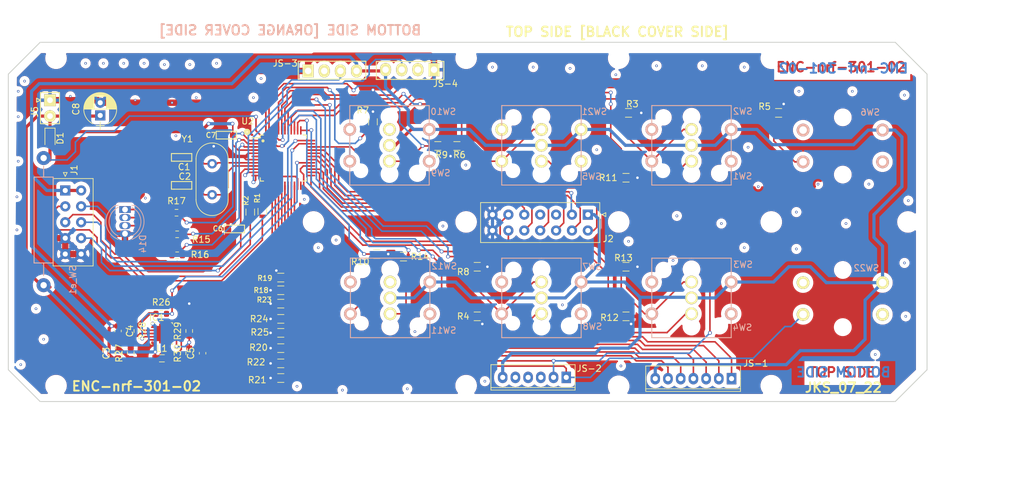
<source format=kicad_pcb>
(kicad_pcb (version 20171130) (host pcbnew "(5.1.10)-1")
  (layers (0 F.Cu signal) (31 B.Cu signal) (34 B.Paste user) (35 F.Paste user) (36 B.SilkS user) (37 F.SilkS user) (38 B.Mask user) (39 F.Mask user) (44 Edge.Cuts user))
  (net 0 "")
  (net 1 GND)
  (net 2 "Net-(D2-Pad1)")
  (net 3 "Net-(D3-Pad1)")
  (net 4 "Net-(D4-Pad1)")
  (net 5 "Net-(D5-Pad1)")
  (net 6 "Net-(D6-Pad1)")
  (net 7 "Net-(D8-Pad1)")
  (net 8 "Net-(D9-Pad1)")
  (net 9 "Net-(D10-Pad1)")
  (net 10 "Net-(D11-Pad1)")
  (net 11 "Net-(D12-Pad1)")
  (net 12 "Net-(D13-Pad1)")
  (net 13 "Net-(D14-Pad1)")
  (net 14 "Net-(D17-Pad1)")
  (net 15 "Net-(D18-Pad1)")
  (net 16 "Net-(D19-Pad1)")
  (net 17 "Net-(D20-Pad1)")
  (net 18 "Net-(D21-Pad1)")
  (net 19 "Net-(D22-Pad1)")
  (net 20 "Net-(D23-Pad1)")
  (net 21 "Net-(D24-Pad1)")
  (net 22 "Net-(D24-Pad2)")
  (net 23 /TRX_CE)
  (net 24 /MISO)
  (net 25 /TX_EN)
  (net 26 /CD)
  (net 27 /DR)
  (net 28 /MOSI)
  (net 29 "Net-(D7-Pad1)")
  (net 30 "Net-(C1-Pad1)")
  (net 31 "Net-(C2-Pad1)")
  (net 32 /NRST)
  (net 33 "Net-(D2-Pad2)")
  (net 34 "Net-(D3-Pad2)")
  (net 35 "Net-(D4-Pad2)")
  (net 36 "Net-(D6-Pad2)")
  (net 37 "Net-(D7-Pad2)")
  (net 38 "Net-(D8-Pad2)")
  (net 39 "Net-(D9-Pad2)")
  (net 40 "Net-(D10-Pad2)")
  (net 41 "Net-(D13-Pad2)")
  (net 42 "Net-(D14-Pad2)")
  (net 43 "Net-(J1-Pad3)")
  (net 44 /SWCLK)
  (net 45 "Net-(J1-Pad5)")
  (net 46 /SWDIO)
  (net 47 "Net-(J2-Pad5)")
  (net 48 "Net-(J2-Pad7)")
  (net 49 /PW_UP)
  (net 50 /DBG_RX)
  (net 51 /DGB_TX)
  (net 52 "Net-(R15-Pad2)")
  (net 53 "Net-(D14-Pad3)")
  (net 54 "Net-(R16-Pad2)")
  (net 55 "Net-(R17-Pad2)")
  (net 56 /AI1)
  (net 57 /SCK)
  (net 58 /CSN)
  (net 59 /AI2)
  (net 60 "Net-(JS-2-Pad5)")
  (net 61 "Net-(JS-3-Pad2)")
  (net 62 "Net-(JS-4-Pad2)")
  (net 63 /EN)
  (net 64 /REED_PIN)
  (net 65 "Net-(JS-2-Pad3)")
  (net 66 "Net-(JS-2-Pad4)")
  (net 67 +3V3)
  (net 68 VBAT)
  (net 69 "Net-(IC1-Pad3)")
  (net 70 "Net-(IC1-Pad4)")
  (net 71 "Net-(IC1-Pad7)")
  (net 72 "Net-(IC1-Pad9)")
  (module Resistor_SMD:R_0603_1608Metric (layer F.Cu) (at 117 105.4)
    (fp_text reference R16 (at 3.6 -0.1) (layer F.SilkS))
    (fp_text value "")
    (pad 2 smd roundrect (at 0.825 0) (size 0.8 0.95) (layers F.Cu F.Paste F.Mask) (net 54 "Net-(R16-Pad2)"))
    (pad 1 smd roundrect (at -0.825 0) (size 0.8 0.95) (layers F.Cu F.Paste F.Mask) (net 53 "Net-(D14-Pad3)"))
  )
  (module Resistor_SMD:R_0603_1608Metric (layer F.Cu) (at 117 102.1)
    (fp_text reference R15 (at 3.8 0.8) (layer F.SilkS))
    (fp_text value "")
    (pad 2 smd roundrect (at 0.825 0) (size 0.8 0.95) (layers F.Cu F.Paste F.Mask) (net 52 "Net-(R15-Pad2)"))
    (pad 1 smd roundrect (at -0.825 0) (size 0.8 0.95) (layers F.Cu F.Paste F.Mask) (net 42 "Net-(D14-Pad2)"))
  )
  (module Resistor_SMD:R_0603_1608Metric (layer F.Cu) (at 116.9 98.7)
    (fp_text reference R17 (at 0 -1.85) (layer F.SilkS))
    (fp_text value "")
    (pad 2 smd roundrect (at 0.825 0) (size 0.8 0.95) (layers F.Cu F.Paste F.Mask) (net 55 "Net-(R17-Pad2)"))
    (pad 1 smd roundrect (at -0.825 0) (size 0.8 0.95) (layers F.Cu F.Paste F.Mask) (net 13 "Net-(D14-Pad1)"))
  )
  (module Resistor_SMD:R_0603_1608Metric (layer F.Cu) (at 118.9 120.8 90)
    (fp_text reference R30 (at 0 -1.82 90) (layer F.SilkS))
    (fp_text value R)
    (pad 2 smd roundrect (at 0.825 0 90) (size 0.8 0.95) (layers F.Cu F.Paste F.Mask) (net 71 "Net-(IC1-Pad7)"))
    (pad 1 smd roundrect (at -0.825 0 90) (size 0.8 0.95) (layers F.Cu F.Paste F.Mask) (net 68 VBAT))
  )
  (module Resistor_SMD:R_0603_1608Metric (layer F.Cu) (at 109.7 117.3 270)
    (fp_text reference R28 (at 0 -1.82 90) (layer F.SilkS))
    (fp_text value R)
    (pad 2 smd roundrect (at 0.825 0 270) (size 0.8 0.95) (layers F.Cu F.Paste F.Mask) (net 69 "Net-(IC1-Pad3)"))
    (pad 1 smd roundrect (at -0.825 0 270) (size 0.8 0.95) (layers F.Cu F.Paste F.Mask) (net 67 +3V3))
  )
  (module Resistor_SMD:R_0603_1608Metric (layer F.Cu) (at 118.9 117.3 90)
    (fp_text reference R29 (at 0 -1.82 90) (layer F.SilkS))
    (fp_text value R)
    (pad 2 smd roundrect (at 0.825 0 90) (size 0.8 0.95) (layers F.Cu F.Paste F.Mask) (net 1 GND))
    (pad 1 smd roundrect (at -0.825 0 90) (size 0.8 0.95) (layers F.Cu F.Paste F.Mask) (net 71 "Net-(IC1-Pad7)"))
  )
  (module Resistor_SMD:R_0603_1608Metric (layer F.Cu) (at 109.7 120.8 90)
    (fp_text reference R27 (at 0 -1.82 90) (layer F.SilkS))
    (fp_text value R)
    (pad 2 smd roundrect (at 0.825 0 90) (size 0.8 0.95) (layers F.Cu F.Paste F.Mask) (net 69 "Net-(IC1-Pad3)"))
    (pad 1 smd roundrect (at -0.825 0 90) (size 0.8 0.95) (layers F.Cu F.Paste F.Mask) (net 1 GND))
  )
  (module Capacitor_SMD:C_0603_1608Metric (layer F.Cu) (at 121 120.8 90)
    (fp_text reference C5 (at 0 -1.85 90) (layer F.SilkS))
    (fp_text value C)
    (pad 2 smd roundrect (at 0.775 0 90) (size 0.9 0.95) (layers F.Cu F.Paste F.Mask) (net 1 GND))
    (pad 1 smd roundrect (at -0.775 0 90) (size 0.9 0.95) (layers F.Cu F.Paste F.Mask) (net 68 VBAT))
  )
  (module Resistor_SMD:R_0603_1608Metric (layer F.Cu) (at 114.5 114.6)
    (fp_text reference R26 (at 0 -1.82) (layer F.SilkS))
    (fp_text value R)
    (pad 2 smd roundrect (at 0.825 0) (size 0.8 0.95) (layers F.Cu F.Paste F.Mask) (net 70 "Net-(IC1-Pad4)"))
    (pad 1 smd roundrect (at -0.825 0) (size 0.8 0.95) (layers F.Cu F.Paste F.Mask) (net 67 +3V3))
  )
  (module Capacitor_SMD:C_0603_1608Metric (layer F.Cu) (at 107.7 117.3 270)
    (fp_text reference C4 (at 0 -1.85 90) (layer F.SilkS))
    (fp_text value C)
    (pad 2 smd roundrect (at 0.775 0 270) (size 0.9 0.95) (layers F.Cu F.Paste F.Mask) (net 1 GND))
    (pad 1 smd roundrect (at -0.775 0 270) (size 0.9 0.95) (layers F.Cu F.Paste F.Mask) (net 67 +3V3))
  )
  (module Capacitor_SMD:C_0603_1608Metric (layer F.Cu) (at 107.7 120.8 90)
    (fp_text reference C3 (at 0 -1.85 90) (layer F.SilkS))
    (fp_text value CP1)
    (pad 2 smd roundrect (at 0.775 0 90) (size 0.9 0.95) (layers F.Cu F.Paste F.Mask) (net 1 GND))
    (pad 1 smd roundrect (at -0.775 0 90) (size 0.9 0.95) (layers F.Cu F.Paste F.Mask) (net 67 +3V3))
  )
  (module TPS61020DRCR:TPS61020DRCR (layer F.Cu) (at 114.58 117.700003)
    (fp_text reference IC1 (at -0.8 -2.5) (layer F.SilkS))
    (fp_text value TPS61020DRCR hide)
    (fp_poly (pts (xy 0.135001 -1.1) (xy 0.365001 -1.1) (xy 0.365001 -1.5) (xy 0.135001 -1.5)) (layer F.Cu) (width 0.1))
    (fp_poly (pts (xy -0.134998 -1.5) (xy -0.364998 -1.5) (xy -0.364998 -1.1) (xy -0.134998 -1.1)) (layer F.Cu) (width 0.1))
    (fp_poly (pts (xy -0.134998 1.099995) (xy -0.364998 1.099995) (xy -0.364998 1.499994) (xy -0.134998 1.499994)) (layer F.Cu) (width 0.1))
    (fp_poly (pts (xy 0.135001 1.499994) (xy 0.365001 1.499994) (xy 0.365001 1.099995) (xy 0.135001 1.099995)) (layer F.Cu) (width 0.1))
    (pad 1 smd oval (at -1.4 -1.000001 90) (size 0.24 0.599999) (layers F.Cu F.Paste F.Mask) (net 68 VBAT))
    (pad 2 smd oval (at -1.4 -0.500002 90) (size 0.24 0.599999) (layers F.Cu F.Paste F.Mask) (net 67 +3V3))
    (pad 3 smd oval (at -1.4 0 90) (size 0.24 0.599999) (layers F.Cu F.Paste F.Mask) (net 69 "Net-(IC1-Pad3)"))
    (pad 4 smd oval (at -1.4 0.499999 90) (size 0.24 0.599999) (layers F.Cu F.Paste F.Mask) (net 70 "Net-(IC1-Pad4)"))
    (pad 5 smd oval (at -1.4 0.999998 90) (size 0.24 0.599999) (layers F.Cu F.Paste F.Mask) (net 1 GND))
    (pad 6 smd oval (at 1.4 0.999998 90) (size 0.24 0.599999) (layers F.Cu F.Paste F.Mask) (net 68 VBAT))
    (pad 7 smd oval (at 1.4 0.499999 90) (size 0.24 0.599999) (layers F.Cu F.Paste F.Mask) (net 71 "Net-(IC1-Pad7)"))
    (pad 8 smd oval (at 1.4 0 90) (size 0.24 0.599999) (layers F.Cu F.Paste F.Mask) (net 1 GND))
    (pad 9 smd oval (at 1.4 -0.500002 90) (size 0.24 0.599999) (layers F.Cu F.Paste F.Mask) (net 72 "Net-(IC1-Pad9)"))
    (pad 10 smd oval (at 1.4 -1.000001 90) (size 0.24 0.599999) (layers F.Cu F.Paste F.Mask) (net 1 GND))
    (pad 11 smd rect (at 0.000003 0) (size 1.649999 2.4) (layers F.Cu F.Mask) (net 1 GND))
  )
  (module DEVICENET:SW_ALPS_TACT (layer B.Cu) (at 150.5 112.1 180)
    (fp_text reference SW12 (at -8.5 5) (layer B.SilkS) (effects (justify mirror)))
    (fp_text value "")
    (pad "" np_thru_hole circle (at 0 -4.5 180) (size 1.6 1.6) (drill 1.6) (layers *.Cu *.Mask))
    (pad 1 thru_hole circle (at 6.25 2.5 180) (size 2 2) (drill 1.2) (layers *.Cu *.Mask B.SilkS) (net 36 "Net-(D6-Pad2)"))
    (pad "" np_thru_hole circle (at 0 4.5 180) (size 1.6 1.6) (drill 1.6) (layers *.Cu *.Mask))
    (pad 4 thru_hole circle (at -6.25 -2.5 180) (size 2 2) (drill 1.2) (layers *.Cu *.Mask B.SilkS))
    (pad 3 thru_hole circle (at 6.25 -2.5 180) (size 2 2) (drill 1.2) (layers *.Cu *.Mask B.SilkS) (net 6 "Net-(D6-Pad1)"))
    (pad 2 thru_hole circle (at -6.25 2.5 180) (size 2 2) (drill 1.2) (layers *.Cu *.Mask B.SilkS) (net 67 +3V3))
  )
  (module DEVICENET:SW_ALPS_TACT (layer B.Cu) (at 150.4 88.1 180)
    (fp_text reference SW9 (at -8.05 -4.35) (layer B.SilkS) (effects (justify mirror)))
    (fp_text value "")
    (pad "" np_thru_hole circle (at 0 -4.5 180) (size 1.6 1.6) (drill 1.6) (layers *.Cu *.Mask))
    (pad 1 thru_hole circle (at 6.25 2.5 180) (size 2 2) (drill 1.2) (layers *.Cu *.Mask B.SilkS) (net 35 "Net-(D4-Pad2)"))
    (pad "" np_thru_hole circle (at 0 4.5 180) (size 1.6 1.6) (drill 1.6) (layers *.Cu *.Mask))
    (pad 4 thru_hole circle (at -6.25 -2.5 180) (size 2 2) (drill 1.2) (layers *.Cu *.Mask B.SilkS))
    (pad 3 thru_hole circle (at 6.25 -2.5 180) (size 2 2) (drill 1.2) (layers *.Cu *.Mask B.SilkS) (net 4 "Net-(D4-Pad1)"))
    (pad 2 thru_hole circle (at -6.25 2.5 180) (size 2 2) (drill 1.2) (layers *.Cu *.Mask B.SilkS) (net 67 +3V3))
  )
  (module DEVICENET:SW_ALPS_TACT (layer B.Cu) (at 174.3 112.1 180)
    (fp_text reference SW8 (at -8 -4.5 180) (layer B.SilkS) (effects (justify mirror)))
    (fp_text value "")
    (pad "" np_thru_hole circle (at 0 -4.5 180) (size 1.6 1.6) (drill 1.6) (layers *.Cu *.Mask))
    (pad 1 thru_hole circle (at 6.25 2.5 180) (size 2 2) (drill 1.2) (layers *.Cu *.Mask B.SilkS) (net 34 "Net-(D3-Pad2)"))
    (pad "" np_thru_hole circle (at 0 4.5 180) (size 1.6 1.6) (drill 1.6) (layers *.Cu *.Mask))
    (pad 4 thru_hole circle (at -6.25 -2.5 180) (size 2 2) (drill 1.2) (layers *.Cu *.Mask B.SilkS))
    (pad 3 thru_hole circle (at 6.25 -2.5 180) (size 2 2) (drill 1.2) (layers *.Cu *.Mask B.SilkS) (net 3 "Net-(D3-Pad1)"))
    (pad 2 thru_hole circle (at -6.25 2.5 180) (size 2 2) (drill 1.2) (layers *.Cu *.Mask B.SilkS) (net 67 +3V3))
  )
  (module DEVICENET:SW_ALPS_TACT (layer F.Cu) (at 174.3 88.1)
    (fp_text reference SW5 (at 7.9 4.9) (layer B.SilkS) (effects (justify mirror)))
    (fp_text value "" (at 12.8 2.7) (layer B.SilkS) (effects (justify mirror)))
    (pad "" np_thru_hole circle (at 0 4.5) (size 1.6 1.6) (drill 1.6) (layers *.Cu *.Mask))
    (pad 1 thru_hole circle (at 6.25 -2.5) (size 2 2) (drill 1.2) (layers *.Cu *.Mask F.SilkS) (net 67 +3V3))
    (pad "" np_thru_hole circle (at 0 -4.5) (size 1.6 1.6) (drill 1.6) (layers *.Cu *.Mask))
    (pad 4 thru_hole circle (at -6.25 2.5) (size 2 2) (drill 1.2) (layers *.Cu *.Mask F.SilkS) (net 8 "Net-(D9-Pad1)"))
    (pad 3 thru_hole circle (at 6.25 2.5) (size 2 2) (drill 1.2) (layers *.Cu *.Mask F.SilkS))
    (pad 2 thru_hole circle (at -6.25 -2.5) (size 2 2) (drill 1.2) (layers *.Cu *.Mask F.SilkS) (net 39 "Net-(D9-Pad2)"))
  )
  (module DEVICENET:SW_ALPS_TACT (layer B.Cu) (at 197.9 88.1 180)
    (fp_text reference SW1 (at -8 -4.85 180) (layer B.SilkS) (effects (justify mirror)))
    (fp_text value "")
    (pad "" np_thru_hole circle (at 0 -4.5 180) (size 1.6 1.6) (drill 1.6) (layers *.Cu *.Mask))
    (pad 1 thru_hole circle (at 6.25 2.5 180) (size 2 2) (drill 1.2) (layers *.Cu *.Mask B.SilkS) (net 41 "Net-(D13-Pad2)"))
    (pad "" np_thru_hole circle (at 0 4.5 180) (size 1.6 1.6) (drill 1.6) (layers *.Cu *.Mask))
    (pad 4 thru_hole circle (at -6.25 -2.5 180) (size 2 2) (drill 1.2) (layers *.Cu *.Mask B.SilkS))
    (pad 3 thru_hole circle (at 6.25 -2.5 180) (size 2 2) (drill 1.2) (layers *.Cu *.Mask B.SilkS) (net 12 "Net-(D13-Pad1)"))
    (pad 2 thru_hole circle (at -6.25 2.5 180) (size 2 2) (drill 1.2) (layers *.Cu *.Mask B.SilkS) (net 67 +3V3))
  )
  (module DEVICENET:SW_ALPS_TACT (layer B.Cu) (at 197.9 112.1 180)
    (fp_text reference SW4 (at -8 -4.65 180) (layer B.SilkS) (effects (justify mirror)))
    (fp_text value "")
    (pad "" np_thru_hole circle (at 0 -4.5 180) (size 1.6 1.6) (drill 1.6) (layers *.Cu *.Mask))
    (pad 1 thru_hole circle (at 6.25 2.5 180) (size 2 2) (drill 1.2) (layers *.Cu *.Mask B.SilkS) (net 40 "Net-(D10-Pad2)"))
    (pad "" np_thru_hole circle (at 0 4.5 180) (size 1.6 1.6) (drill 1.6) (layers *.Cu *.Mask))
    (pad 4 thru_hole circle (at -6.25 -2.5 180) (size 2 2) (drill 1.2) (layers *.Cu *.Mask B.SilkS))
    (pad 3 thru_hole circle (at 6.25 -2.5 180) (size 2 2) (drill 1.2) (layers *.Cu *.Mask B.SilkS) (net 9 "Net-(D10-Pad1)"))
    (pad 2 thru_hole circle (at -6.25 2.5 180) (size 2 2) (drill 1.2) (layers *.Cu *.Mask B.SilkS) (net 67 +3V3))
  )
  (module DEVICENET:SW_ALPS_TACT (layer F.Cu) (at 221.7 112.2)
    (fp_text reference SW22 (at 3.7 -4.8) (layer B.SilkS) (effects (justify mirror)))
    (fp_text value "" (at -0.5 8.4) (layer B.SilkS) (effects (justify mirror)))
    (pad "" np_thru_hole circle (at 0 4.5) (size 1.6 1.6) (drill 1.6) (layers *.Cu *.Mask))
    (pad 1 thru_hole circle (at 6.25 -2.5) (size 2 2) (drill 1.2) (layers *.Cu *.Mask F.SilkS) (net 67 +3V3))
    (pad "" np_thru_hole circle (at 0 -4.5) (size 1.6 1.6) (drill 1.6) (layers *.Cu *.Mask))
    (pad 4 thru_hole circle (at -6.25 2.5) (size 2 2) (drill 1.2) (layers *.Cu *.Mask F.SilkS) (net 21 "Net-(D24-Pad1)"))
    (pad 3 thru_hole circle (at 6.25 2.5) (size 2 2) (drill 1.2) (layers *.Cu *.Mask F.SilkS))
    (pad 2 thru_hole circle (at -6.25 -2.5) (size 2 2) (drill 1.2) (layers *.Cu *.Mask F.SilkS) (net 22 "Net-(D24-Pad2)"))
  )
  (module DEVICENET:SW_ALPS_TACT (layer B.Cu) (at 221.7 88.2 180)
    (fp_text reference SW6 (at -4.3 5.3) (layer B.SilkS) (effects (justify mirror)))
    (fp_text value "" (at 0 -1.1) (layer F.SilkS))
    (pad "" np_thru_hole circle (at 0 -4.5 180) (size 1.6 1.6) (drill 1.6) (layers *.Cu *.Mask))
    (pad 1 thru_hole circle (at 6.25 2.5 180) (size 2 2) (drill 1.2) (layers *.Cu *.Mask B.SilkS) (net 37 "Net-(D7-Pad2)"))
    (pad "" np_thru_hole circle (at 0 4.5 180) (size 1.6 1.6) (drill 1.6) (layers *.Cu *.Mask))
    (pad 4 thru_hole circle (at -6.25 -2.5 180) (size 2 2) (drill 1.2) (layers *.Cu *.Mask B.SilkS))
    (pad 3 thru_hole circle (at 6.25 -2.5 180) (size 2 2) (drill 1.2) (layers *.Cu *.Mask B.SilkS) (net 29 "Net-(D7-Pad1)"))
    (pad 2 thru_hole circle (at -6.25 2.5 180) (size 2 2) (drill 1.2) (layers *.Cu *.Mask B.SilkS) (net 67 +3V3))
  )
  (module DEVICENET:SW_MARKQUARD (layer F.Cu) (at 150.4 88.1 270)
    (fp_text reference SW10 (at -5.3 -8.45 180) (layer B.SilkS) (effects (justify mirror)))
    (fp_text value "")
    (pad "" np_thru_hole circle (at 4 4.5 270) (size 1.1 1.1) (drill 1.1) (layers *.Cu *.Mask))
    (pad "" np_thru_hole circle (at -4.4 4.4 270) (size 1.4 1.4) (drill 1.4) (layers *.Cu *.Mask))
    (pad "" np_thru_hole circle (at 4.4 -4.4 270) (size 1.5 1.5) (drill 1.5) (layers *.Cu *.Mask))
    (pad 1 thru_hole circle (at -2.5 0 270) (size 2 2) (drill 1.3) (layers *.Cu *.Mask F.SilkS) (net 33 "Net-(D2-Pad2)"))
    (pad 2 thru_hole circle (at 2.5 0 270) (size 2 2) (drill 1.3) (layers *.Cu *.Mask F.SilkS) (net 2 "Net-(D2-Pad1)"))
    (pad 3 thru_hole circle (at 0 0 270) (size 2 2) (drill 1.3) (layers *.Cu *.Mask F.SilkS) (net 67 +3V3))
  )
  (module DEVICENET:SW_MARKQUARD (layer F.Cu) (at 150.5 112.1 270)
    (fp_text reference SW11 (at 5.1 -8.4) (layer B.SilkS) (effects (justify mirror)))
    (fp_text value "")
    (pad "" np_thru_hole circle (at 4 4.5 270) (size 1.1 1.1) (drill 1.1) (layers *.Cu *.Mask))
    (pad "" np_thru_hole circle (at -4.4 4.4 270) (size 1.4 1.4) (drill 1.4) (layers *.Cu *.Mask))
    (pad "" np_thru_hole circle (at 4.4 -4.4 270) (size 1.5 1.5) (drill 1.5) (layers *.Cu *.Mask))
    (pad 1 thru_hole circle (at -2.5 0 270) (size 2 2) (drill 1.3) (layers *.Cu *.Mask F.SilkS) (net 38 "Net-(D8-Pad2)"))
    (pad 2 thru_hole circle (at 2.5 0 270) (size 2 2) (drill 1.3) (layers *.Cu *.Mask F.SilkS) (net 7 "Net-(D8-Pad1)"))
    (pad 3 thru_hole circle (at 0 0 270) (size 2 2) (drill 1.3) (layers *.Cu *.Mask F.SilkS) (net 67 +3V3))
  )
  (module DEVICENET:SW_MARKQUARD (layer F.Cu) (at 174.3 88.1 270)
    (fp_text reference SW21 (at -5.3 -8.3) (layer B.SilkS) (effects (justify mirror)))
    (fp_text value "")
    (pad "" np_thru_hole circle (at 4 4.5 270) (size 1.1 1.1) (drill 1.1) (layers *.Cu *.Mask))
    (pad "" np_thru_hole circle (at -4.4 4.4 270) (size 1.4 1.4) (drill 1.4) (layers *.Cu *.Mask))
    (pad "" np_thru_hole circle (at 4.4 -4.4 270) (size 1.5 1.5) (drill 1.5) (layers *.Cu *.Mask))
    (pad 1 thru_hole circle (at -2.5 0 270) (size 2 2) (drill 1.3) (layers *.Cu *.Mask F.SilkS) (net 8 "Net-(D9-Pad1)"))
    (pad 2 thru_hole circle (at 2.5 0 270) (size 2 2) (drill 1.3) (layers *.Cu *.Mask F.SilkS) (net 20 "Net-(D23-Pad1)"))
    (pad 3 thru_hole circle (at 0 0 270) (size 2 2) (drill 1.3) (layers *.Cu *.Mask F.SilkS) (net 67 +3V3))
  )
  (module DEVICENET:SW_MARKQUARD (layer F.Cu) (at 174.3 112.1 270)
    (fp_text reference SW7 (at -4.9 -7.95) (layer B.SilkS) (effects (justify mirror)))
    (fp_text value "")
    (pad "" np_thru_hole circle (at 4 4.5 270) (size 1.1 1.1) (drill 1.1) (layers *.Cu *.Mask))
    (pad "" np_thru_hole circle (at -4.4 4.4 270) (size 1.4 1.4) (drill 1.4) (layers *.Cu *.Mask))
    (pad "" np_thru_hole circle (at 4.4 -4.4 270) (size 1.5 1.5) (drill 1.5) (layers *.Cu *.Mask))
    (pad 1 thru_hole circle (at -2.5 0 270) (size 2 2) (drill 1.3) (layers *.Cu *.Mask F.SilkS) (net 3 "Net-(D3-Pad1)"))
    (pad 2 thru_hole circle (at 2.5 0 270) (size 2 2) (drill 1.3) (layers *.Cu *.Mask F.SilkS) (net 5 "Net-(D5-Pad1)"))
    (pad 3 thru_hole circle (at 0 0 270) (size 2 2) (drill 1.3) (layers *.Cu *.Mask F.SilkS) (net 67 +3V3))
  )
  (module DEVICENET:SW_MARKQUARD (layer F.Cu) (at 197.9 88.1 270)
    (fp_text reference SW2 (at -5.35 -8.05 180) (layer B.SilkS) (effects (justify mirror)))
    (fp_text value "")
    (pad "" np_thru_hole circle (at 4 4.5 270) (size 1.1 1.1) (drill 1.1) (layers *.Cu *.Mask))
    (pad "" np_thru_hole circle (at -4.4 4.4 270) (size 1.4 1.4) (drill 1.4) (layers *.Cu *.Mask))
    (pad "" np_thru_hole circle (at 4.4 -4.4 270) (size 1.5 1.5) (drill 1.5) (layers *.Cu *.Mask))
    (pad 1 thru_hole circle (at -2.5 0 270) (size 2 2) (drill 1.3) (layers *.Cu *.Mask F.SilkS) (net 12 "Net-(D13-Pad1)"))
    (pad 2 thru_hole circle (at 2.5 0 270) (size 2 2) (drill 1.3) (layers *.Cu *.Mask F.SilkS) (net 11 "Net-(D12-Pad1)"))
    (pad 3 thru_hole circle (at 0 0 270) (size 2 2) (drill 1.3) (layers *.Cu *.Mask F.SilkS) (net 67 +3V3))
  )
  (module DEVICENET:SW_MARKQUARD (layer F.Cu) (at 197.9 112.1 270)
    (fp_text reference SW3 (at -5.25 -8.1 180) (layer B.SilkS) (effects (justify mirror)))
    (fp_text value "")
    (pad "" np_thru_hole circle (at 4 4.5 270) (size 1.1 1.1) (drill 1.1) (layers *.Cu *.Mask))
    (pad "" np_thru_hole circle (at -4.4 4.4 270) (size 1.4 1.4) (drill 1.4) (layers *.Cu *.Mask))
    (pad "" np_thru_hole circle (at 4.4 -4.4 270) (size 1.5 1.5) (drill 1.5) (layers *.Cu *.Mask))
    (pad 1 thru_hole circle (at -2.5 0 270) (size 2 2) (drill 1.4) (layers *.Cu *.Mask F.SilkS) (net 9 "Net-(D10-Pad1)"))
    (pad 2 thru_hole circle (at 2.5 0 270) (size 2 2) (drill 1.4) (layers *.Cu *.Mask F.SilkS) (net 10 "Net-(D11-Pad1)"))
    (pad 3 thru_hole circle (at 0 0 270) (size 2 2) (drill 1.4) (layers *.Cu *.Mask F.SilkS) (net 67 +3V3))
  )
  (module DEVICENET:RELAY_REED_L20W2.5 (layer B.Cu) (at 96 110.1 90)
    (fp_text reference SW_e1 (at 0.8 4.6 90) (layer B.SilkS) (effects (justify mirror)))
    (fp_text value "")
    (pad 1 thru_hole circle (at 0 0 90) (size 2.2 2.2) (drill 1) (layers *.Cu *.Mask) (net 68 VBAT))
    (pad 2 thru_hole oval (at 20 0 90) (size 2.2 2.2) (drill 1) (layers *.Cu *.Mask) (net 64 /REED_PIN))
  )
  (module LEDs:LED_D5.0mm-4 (layer B.Cu) (at 108.8 98.2 270)
    (fp_text reference D14 (at 5.4 -2.8 90) (layer B.SilkS) (effects (justify mirror)))
    (fp_text value "")
    (pad 1 thru_hole rect (at 0 0 270) (size 1.07 1.8) (drill 0.9) (layers *.Cu *.Mask) (net 13 "Net-(D14-Pad1)"))
    (pad 2 thru_hole oval (at 1.27 0 270) (size 1.07 1.8) (drill 0.9) (layers *.Cu *.Mask) (net 42 "Net-(D14-Pad2)"))
    (pad 3 thru_hole oval (at 2.54 0 270) (size 1.07 1.8) (drill 0.9) (layers *.Cu *.Mask) (net 53 "Net-(D14-Pad3)"))
    (pad 4 thru_hole oval (at 3.81 0 270) (size 1.07 1.8) (drill 0.9) (layers *.Cu *.Mask) (net 1 GND))
  )
  (module Mounting_Holes:MountingHole_2.2mm_M2_DIN965 (layer F.Cu) (at 138.45 100.15)
    (fp_text reference "" (at 0 -2.9) (layer F.SilkS))
    (fp_text value "")
    (pad 1 np_thru_hole circle (at 0 0) (size 2.2 2.2) (drill 2.2) (layers *.Cu *.Mask))
  )
  (module Resistors_SMD:R_0603 (layer F.Cu) (at 147.8 84.4 270)
    (fp_text reference R7 (at -1.8 1.6) (layer F.SilkS))
    (fp_text value "")
    (pad 1 smd rect (at -0.75 0 270) (size 0.5 0.9) (layers F.Cu F.Paste F.Mask) (net 1 GND))
    (pad 2 smd rect (at 0.75 0 270) (size 0.5 0.9) (layers F.Cu F.Paste F.Mask) (net 4 "Net-(D4-Pad1)"))
  )
  (module CON_2X5_2.54MM (layer F.Cu) (at 99.4 95.2 270)
    (fp_text reference J1 (at -3.2 -1.4 270) (layer F.SilkS))
    (fp_text value "")
    (pad 1 thru_hole rect (at 0 0 270) (size 1.6 1.6) (drill 0.8) (layers *.Cu *.Mask) (net 67 +3V3))
    (pad 3 thru_hole circle (at 2.5 0 270) (size 1.6 1.6) (drill 0.8) (layers *.Cu *.Mask) (net 43 "Net-(J1-Pad3)"))
    (pad 5 thru_hole circle (at 5 0 270) (size 1.6 1.6) (drill 0.8) (layers *.Cu *.Mask) (net 45 "Net-(J1-Pad5)"))
    (pad 7 thru_hole circle (at 7.5 0 270) (size 1.6 1.6) (drill 0.8) (layers *.Cu *.Mask) (net 1 GND))
    (pad 9 thru_hole circle (at 10 0 270) (size 1.6 1.6) (drill 0.8) (layers *.Cu *.Mask B.Adhes) (net 1 GND))
    (pad 2 thru_hole circle (at 0 -2.5 270) (size 1.6 1.6) (drill 0.8) (layers *.Cu *.Mask) (net 67 +3V3))
    (pad 4 thru_hole circle (at 2.5 -2.5 270) (size 1.6 1.6) (drill 0.8) (layers *.Cu *.Mask) (net 44 /SWCLK))
    (pad 6 thru_hole circle (at 5 -2.5 270) (size 1.6 1.6) (drill 0.8) (layers *.Cu *.Mask) (net 46 /SWDIO))
    (pad 8 thru_hole circle (at 7.5 -2.5 270) (size 1.6 1.6) (drill 0.8) (layers *.Cu *.Mask) (net 32 /NRST))
    (pad 10 thru_hole circle (at 10 -2.5 270) (size 1.6 1.6) (drill 0.8) (layers *.Cu *.Mask) (net 1 GND))
  )
  (module DEVICENET:HS_0603 (layer F.Cu) (at 126 101.25 180)
    (fp_text reference C6 (at 2.6 0.05) (layer F.SilkS) (effects (font (size 0.8 0.8))))
    (fp_text value "")
    (pad 2 smd rect (at 1 0 180) (size 0.9 0.8) (layers F.Cu F.Paste F.Mask) (net 1 GND))
    (pad 1 smd rect (at -1 0 180) (size 0.9 0.8) (layers F.Cu F.Paste F.Mask) (net 32 /NRST))
  )
  (module DEVICENET:HS_0603 (layer F.Cu) (at 124.75 86.5 180)
    (fp_text reference C7 (at 2.45 0) (layer F.SilkS) (effects (font (size 0.8 0.8))))
    (fp_text value "")
    (pad 2 smd rect (at 1 0 180) (size 0.9 0.8) (layers F.Cu F.Paste F.Mask) (net 1 GND))
    (pad 1 smd rect (at -1 0 180) (size 0.9 0.8) (layers F.Cu F.Paste F.Mask) (net 68 VBAT))
  )
  (module Crystals:Crystal_HC49-4H_Vertical (layer F.Cu) (at 122.5 91 270)
    (fp_text reference Y1 (at -3.9 3.9) (layer F.SilkS))
    (fp_text value "")
    (pad 1 thru_hole circle (at 0 0 270) (size 1.5 1.5) (drill 0.8) (layers *.Cu *.Mask) (net 30 "Net-(C1-Pad1)"))
    (pad 2 thru_hole circle (at 4.88 0 270) (size 1.5 1.5) (drill 0.8) (layers *.Cu *.Mask) (net 31 "Net-(C2-Pad1)"))
  )
  (module Mounting_Holes:MountingHole_2.2mm_M2_DIN965 (layer F.Cu) (at 97.95 74.4)
    (fp_text reference "" (at 0 -2.9) (layer F.SilkS))
    (fp_text value "" hide)
    (pad 1 np_thru_hole circle (at 0 0) (size 2.2 2.2) (drill 2.2) (layers *.Cu *.Mask))
  )
  (module Mounting_Holes:MountingHole_2.2mm_M2_DIN965 (layer F.Cu) (at 97.95 125.9)
    (fp_text reference "" (at -1.9 6.9) (layer F.SilkS))
    (fp_text value "" hide)
    (pad 1 np_thru_hole circle (at 0 0) (size 2.2 2.2) (drill 2.2) (layers *.Cu *.Mask))
  )
  (module Mounting_Holes:MountingHole_2.2mm_M2_DIN965 (layer F.Cu) (at 162.45 74.4)
    (fp_text reference "" (at 0 -2.9) (layer F.SilkS))
    (fp_text value "" hide)
    (pad 1 np_thru_hole circle (at 0 0) (size 2.2 2.2) (drill 2.2) (layers *.Cu *.Mask))
  )
  (module Mounting_Holes:MountingHole_2.2mm_M2_DIN965 (layer F.Cu) (at 186.45 74.4)
    (fp_text reference "" (at 0 -2.9) (layer F.SilkS))
    (fp_text value "" hide)
    (pad 1 np_thru_hole circle (at 0 0) (size 2.2 2.2) (drill 2.2) (layers *.Cu *.Mask))
  )
  (module Mounting_Holes:MountingHole_2.2mm_M2_DIN965 (layer F.Cu) (at 210.45 74.4)
    (fp_text reference "" (at 0 -2.9) (layer F.SilkS))
    (fp_text value "" hide)
    (pad 1 np_thru_hole circle (at 0 0) (size 2.2 2.2) (drill 2.2) (layers *.Cu *.Mask))
  )
  (module Mounting_Holes:MountingHole_2.2mm_M2_DIN965 (layer F.Cu) (at 162.45 125.9)
    (fp_text reference "" (at 0 -2.9) (layer F.SilkS))
    (fp_text value "" hide)
    (pad 1 np_thru_hole circle (at 0 0) (size 2.2 2.2) (drill 2.2) (layers *.Cu *.Mask))
  )
  (module Mounting_Holes:MountingHole_2.2mm_M2_DIN965 (layer F.Cu) (at 186.45 126)
    (fp_text reference "" (at 0 -2.9) (layer F.SilkS))
    (fp_text value "" hide)
    (pad 1 np_thru_hole circle (at 0 0) (size 2.2 2.2) (drill 2.2) (layers *.Cu *.Mask))
  )
  (module Mounting_Holes:MountingHole_2.2mm_M2_DIN965 (layer F.Cu) (at 210.45 125.9)
    (fp_text reference "" (at 0 -2.9) (layer F.SilkS))
    (fp_text value "" hide)
    (pad 1 np_thru_hole circle (at 0 0) (size 2.2 2.2) (drill 2.2) (layers *.Cu *.Mask))
  )
  (module Mounting_Holes:MountingHole_2.2mm_M2_DIN965 (layer F.Cu) (at 231.95 100.15)
    (fp_text reference "" (at 0 -2.9) (layer F.SilkS))
    (fp_text value "" hide)
    (pad 1 np_thru_hole circle (at 0 0) (size 2.2 2.2) (drill 2.2) (layers *.Cu *.Mask))
  )
  (module Mounting_Holes:MountingHole_2.2mm_M2_DIN965 (layer F.Cu) (at 210.45 100.15)
    (fp_text reference "" (at 0 -2.9) (layer F.SilkS))
    (fp_text value "" hide)
    (pad 1 np_thru_hole circle (at 0 0) (size 2.2 2.2) (drill 2.2) (layers *.Cu *.Mask))
  )
  (module Mounting_Holes:MountingHole_2.2mm_M2_DIN965 (layer F.Cu) (at 186.45 100.15)
    (fp_text reference "" (at 0 -2.9) (layer F.SilkS))
    (fp_text value "" hide)
    (pad 1 np_thru_hole circle (at 0 0) (size 2.2 2.2) (drill 2.2) (layers *.Cu *.Mask))
  )
  (module DEVICENET:CONN_2X7_2.54MM (layer F.Cu) (at 181.6 99 180)
    (fp_text reference J2 (at -3.2 -3.8 180) (layer F.SilkS))
    (fp_text value "")
    (pad 1 thru_hole rect (at 0 0 180) (size 1.6 1.6) (drill 0.8) (layers *.Cu *.Mask) (net 67 +3V3))
    (pad 3 thru_hole circle (at 2.5 0 180) (size 1.6 1.6) (drill 0.8) (layers *.Cu *.Mask) (net 23 /TRX_CE))
    (pad 5 thru_hole circle (at 5 0 180) (size 1.6 1.6) (drill 0.8) (layers *.Cu *.Mask) (net 47 "Net-(J2-Pad5)"))
    (pad 7 thru_hole circle (at 7.5 0 180) (size 1.6 1.6) (drill 0.8) (layers *.Cu *.Mask) (net 48 "Net-(J2-Pad7)"))
    (pad 9 thru_hole circle (at 10 0 180) (size 1.6 1.6) (drill 0.8) (layers *.Cu *.Mask) (net 24 /MISO))
    (pad 11 thru_hole circle (at 12.5 0 180) (size 1.6 1.6) (drill 0.8) (layers *.Cu *.Mask) (net 57 /SCK))
    (pad 13 thru_hole circle (at 15 0 180) (size 1.6 1.6) (drill 0.8) (layers *.Cu *.Mask) (net 1 GND))
    (pad 2 thru_hole circle (at 0 -2.5 180) (size 1.6 1.6) (drill 0.8) (layers *.Cu *.Mask) (net 25 /TX_EN))
    (pad 4 thru_hole circle (at 2.5 -2.5 180) (size 1.6 1.6) (drill 0.8) (layers *.Cu *.Mask) (net 49 /PW_UP))
    (pad 6 thru_hole circle (at 5 -2.5 180) (size 1.6 1.6) (drill 0.8) (layers *.Cu *.Mask) (net 26 /CD))
    (pad 8 thru_hole circle (at 7.5 -2.5 180) (size 1.6 1.6) (drill 0.8) (layers *.Cu *.Mask) (net 27 /DR))
    (pad 10 thru_hole circle (at 10 -2.5 180) (size 1.6 1.6) (drill 0.8) (layers *.Cu *.Mask) (net 28 /MOSI))
    (pad 12 thru_hole circle (at 12.5 -2.5 180) (size 1.6 1.6) (drill 0.8) (layers *.Cu *.Mask) (net 58 /CSN))
    (pad 14 thru_hole circle (at 15 -2.5 180) (size 1.6 1.6) (drill 0.8) (layers *.Cu *.Mask) (net 1 GND))
  )
  (module Resistors_SMD:R_0603 (layer F.Cu) (at 164.2 107.2 180)
    (fp_text reference R8 (at 2.2 -0.8 180) (layer F.SilkS))
    (fp_text value "")
    (pad 1 smd rect (at -0.75 0 180) (size 0.5 0.9) (layers F.Cu F.Paste F.Mask) (net 1 GND))
    (pad 2 smd rect (at 0.75 0 180) (size 0.5 0.9) (layers F.Cu F.Paste F.Mask) (net 3 "Net-(D3-Pad1)"))
  )
  (module Resistors_SMD:R_0603 (layer F.Cu) (at 158 88.2 180)
    (fp_text reference R9 (at -0.6 -1.4 180) (layer F.SilkS))
    (fp_text value "")
    (pad 1 smd rect (at -0.75 0 180) (size 0.5 0.9) (layers F.Cu F.Paste F.Mask) (net 1 GND))
    (pad 2 smd rect (at 0.75 0 180) (size 0.5 0.9) (layers F.Cu F.Paste F.Mask) (net 2 "Net-(D2-Pad1)"))
  )
  (module Resistors_SMD:R_0603 (layer F.Cu) (at 148.4 105.2 180)
    (fp_text reference R10 (at 2.6 -1.2 180) (layer F.SilkS))
    (fp_text value "")
    (pad 1 smd rect (at -0.75 0 180) (size 0.5 0.9) (layers F.Cu F.Paste F.Mask) (net 1 GND))
    (pad 2 smd rect (at 0.75 0 180) (size 0.5 0.9) (layers F.Cu F.Paste F.Mask) (net 6 "Net-(D6-Pad1)"))
  )
  (module Resistors_SMD:R_0603 (layer F.Cu) (at 187.6 93.2 180)
    (fp_text reference R11 (at 2.8 0 180) (layer F.SilkS))
    (fp_text value "")
    (pad 1 smd rect (at -0.75 0 180) (size 0.5 0.9) (layers F.Cu F.Paste F.Mask) (net 1 GND))
    (pad 2 smd rect (at 0.75 0 180) (size 0.5 0.9) (layers F.Cu F.Paste F.Mask) (net 11 "Net-(D12-Pad1)"))
  )
  (module Resistors_SMD:R_0603 (layer F.Cu) (at 187.6 115 180)
    (fp_text reference R12 (at 2.6 -0.2 180) (layer F.SilkS))
    (fp_text value "")
    (pad 1 smd rect (at -0.75 0 180) (size 0.5 0.9) (layers F.Cu F.Paste F.Mask) (net 1 GND))
    (pad 2 smd rect (at 0.75 0 180) (size 0.5 0.9) (layers F.Cu F.Paste F.Mask) (net 10 "Net-(D11-Pad1)"))
  )
  (module Resistors_SMD:R_0603 (layer F.Cu) (at 187.6 107.2 180)
    (fp_text reference R13 (at 0.4 1.4) (layer F.SilkS))
    (fp_text value "")
    (pad 1 smd rect (at -0.75 0 180) (size 0.5 0.9) (layers F.Cu F.Paste F.Mask) (net 1 GND))
    (pad 2 smd rect (at 0.75 0 180) (size 0.5 0.9) (layers F.Cu F.Paste F.Mask) (net 9 "Net-(D10-Pad1)"))
  )
  (module Resistors_SMD:R_0603 (layer F.Cu) (at 152.6 105.6)
    (fp_text reference R14 (at 2.6 0) (layer F.SilkS))
    (fp_text value "")
    (pad 1 smd rect (at -0.75 0) (size 0.5 0.9) (layers F.Cu F.Paste F.Mask) (net 1 GND))
    (pad 2 smd rect (at 0.75 0) (size 0.5 0.9) (layers F.Cu F.Paste F.Mask) (net 7 "Net-(D8-Pad1)"))
  )
  (module Resistors_SMD:R_0603 (layer F.Cu) (at 133.3 110.9)
    (fp_text reference R18 (at -3.1 0) (layer F.SilkS) (effects (font (size 0.8 0.8))))
    (fp_text value "")
    (pad 1 smd rect (at -0.75 0) (size 0.5 0.9) (layers F.Cu F.Paste F.Mask) (net 1 GND))
    (pad 2 smd rect (at 0.75 0) (size 0.5 0.9) (layers F.Cu F.Paste F.Mask) (net 15 "Net-(D18-Pad1)"))
  )
  (module Resistors_SMD:R_0603 (layer F.Cu) (at 133.3 108.9)
    (fp_text reference R19 (at -2.5 0.1 180) (layer F.SilkS) (effects (font (size 0.8 0.8))))
    (fp_text value "")
    (pad 1 smd rect (at -0.75 0) (size 0.5 0.9) (layers F.Cu F.Paste F.Mask) (net 1 GND))
    (pad 2 smd rect (at 0.75 0) (size 0.5 0.9) (layers F.Cu F.Paste F.Mask) (net 14 "Net-(D17-Pad1)"))
  )
  (module Resistors_SMD:R_0603 (layer F.Cu) (at 133.3 120)
    (fp_text reference R20 (at -3.5 -0.1) (layer F.SilkS))
    (fp_text value "")
    (pad 1 smd rect (at -0.75 0) (size 0.5 0.9) (layers F.Cu F.Paste F.Mask) (net 1 GND))
    (pad 2 smd rect (at 0.75 0) (size 0.5 0.9) (layers F.Cu F.Paste F.Mask) (net 19 "Net-(D22-Pad1)"))
  )
  (module Resistors_SMD:R_0603 (layer F.Cu) (at 133.3 124.7)
    (fp_text reference R21 (at -3.7 0.3) (layer F.SilkS))
    (fp_text value "")
    (pad 1 smd rect (at -0.75 0) (size 0.5 0.9) (layers F.Cu F.Paste F.Mask) (net 1 GND))
    (pad 2 smd rect (at 0.75 0) (size 0.5 0.9) (layers F.Cu F.Paste F.Mask) (net 21 "Net-(D24-Pad1)"))
  )
  (module Resistors_SMD:R_0603 (layer F.Cu) (at 133.3 122.4)
    (fp_text reference R22 (at -3.9 -0.2 180) (layer F.SilkS))
    (fp_text value "")
    (pad 1 smd rect (at -0.75 0) (size 0.5 0.9) (layers F.Cu F.Paste F.Mask) (net 1 GND))
    (pad 2 smd rect (at 0.75 0) (size 0.5 0.9) (layers F.Cu F.Paste F.Mask) (net 20 "Net-(D23-Pad1)"))
  )
  (module Resistors_SMD:R_0603 (layer F.Cu) (at 133.3 113)
    (fp_text reference R23 (at -2.6 -0.6) (layer F.SilkS) (effects (font (size 0.8 0.8))))
    (fp_text value "")
    (pad 1 smd rect (at -0.75 0) (size 0.5 0.9) (layers F.Cu F.Paste F.Mask) (net 1 GND))
    (pad 2 smd rect (at 0.75 0) (size 0.5 0.9) (layers F.Cu F.Paste F.Mask) (net 16 "Net-(D19-Pad1)"))
  )
  (module Resistors_SMD:R_0603 (layer F.Cu) (at 133.3 115.4)
    (fp_text reference R24 (at -3.4 0) (layer F.SilkS))
    (fp_text value "")
    (pad 1 smd rect (at -0.75 0) (size 0.5 0.9) (layers F.Cu F.Paste F.Mask) (net 1 GND))
    (pad 2 smd rect (at 0.75 0) (size 0.5 0.9) (layers F.Cu F.Paste F.Mask) (net 17 "Net-(D20-Pad1)"))
  )
  (module Resistors_SMD:R_0603 (layer F.Cu) (at 133.3 117.6)
    (fp_text reference R25 (at -3.3 -0.1) (layer F.SilkS))
    (fp_text value "")
    (pad 1 smd rect (at -0.75 0) (size 0.5 0.9) (layers F.Cu F.Paste F.Mask) (net 1 GND))
    (pad 2 smd rect (at 0.75 0) (size 0.5 0.9) (layers F.Cu F.Paste F.Mask) (net 18 "Net-(D21-Pad1)"))
  )
  (module Housings_QFP:LQFP-48_7x7mm_Pitch0.5mm (layer F.Cu) (at 133.7 90.1)
    (fp_text reference U2 (at -5.6 -5.8) (layer F.SilkS))
    (fp_text value "")
    (pad 1 smd rect (at -4.35 -2.75) (size 1.3 0.25) (layers F.Cu F.Paste F.Mask) (net 55 "Net-(R17-Pad2)"))
    (pad 2 smd rect (at -4.35 -2.25) (size 1.3 0.25) (layers F.Cu F.Paste F.Mask) (net 52 "Net-(R15-Pad2)"))
    (pad 3 smd rect (at -4.35 -1.75) (size 1.3 0.25) (layers F.Cu F.Paste F.Mask) (net 54 "Net-(R16-Pad2)"))
    (pad 4 smd rect (at -4.35 -1.25) (size 1.3 0.25) (layers F.Cu F.Paste F.Mask) (net 68 VBAT))
    (pad 5 smd rect (at -4.35 -0.75) (size 1.3 0.25) (layers F.Cu F.Paste F.Mask) (net 1 GND))
    (pad 6 smd rect (at -4.35 -0.25) (size 1.3 0.25) (layers F.Cu F.Paste F.Mask) (net 68 VBAT))
    (pad 7 smd rect (at -4.35 0.25) (size 1.3 0.25) (layers F.Cu F.Paste F.Mask) (net 1 GND))
    (pad 8 smd rect (at -4.35 0.75) (size 1.3 0.25) (layers F.Cu F.Paste F.Mask) (net 30 "Net-(C1-Pad1)"))
    (pad 9 smd rect (at -4.35 1.25) (size 1.3 0.25) (layers F.Cu F.Paste F.Mask) (net 31 "Net-(C2-Pad1)"))
    (pad 10 smd rect (at -4.35 1.75) (size 1.3 0.25) (layers F.Cu F.Paste F.Mask) (net 32 /NRST))
    (pad 11 smd rect (at -4.35 2.25) (size 1.3 0.25) (layers F.Cu F.Paste F.Mask) (net 56 /AI1))
    (pad 12 smd rect (at -4.35 2.75) (size 1.3 0.25) (layers F.Cu F.Paste F.Mask) (net 59 /AI2))
    (pad 13 smd rect (at -2.75 4.35 90) (size 1.3 0.25) (layers F.Cu F.Paste F.Mask) (net 51 /DGB_TX))
    (pad 14 smd rect (at -2.25 4.35 90) (size 1.3 0.25) (layers F.Cu F.Paste F.Mask) (net 50 /DBG_RX))
    (pad 15 smd rect (at -1.75 4.35 90) (size 1.3 0.25) (layers F.Cu F.Paste F.Mask) (net 21 "Net-(D24-Pad1)"))
    (pad 16 smd rect (at -1.25 4.35 90) (size 1.3 0.25) (layers F.Cu F.Paste F.Mask) (net 20 "Net-(D23-Pad1)"))
    (pad 17 smd rect (at -0.75 4.35 90) (size 1.3 0.25) (layers F.Cu F.Paste F.Mask) (net 19 "Net-(D22-Pad1)"))
    (pad 18 smd rect (at -0.25 4.35 90) (size 1.3 0.25) (layers F.Cu F.Paste F.Mask) (net 18 "Net-(D21-Pad1)"))
    (pad 19 smd rect (at 0.25 4.35 90) (size 1.3 0.25) (layers F.Cu F.Paste F.Mask) (net 17 "Net-(D20-Pad1)"))
    (pad 20 smd rect (at 0.75 4.35 90) (size 1.3 0.25) (layers F.Cu F.Paste F.Mask) (net 16 "Net-(D19-Pad1)"))
    (pad 21 smd rect (at 1.25 4.35 90) (size 1.3 0.25) (layers F.Cu F.Paste F.Mask) (net 15 "Net-(D18-Pad1)"))
    (pad 22 smd rect (at 1.75 4.35 90) (size 1.3 0.25) (layers F.Cu F.Paste F.Mask) (net 14 "Net-(D17-Pad1)"))
    (pad 23 smd rect (at 2.25 4.35 90) (size 1.3 0.25) (layers F.Cu F.Paste F.Mask) (net 64 /REED_PIN))
    (pad 24 smd rect (at 2.75 4.35 90) (size 1.3 0.25) (layers F.Cu F.Paste F.Mask) (net 63 /EN))
    (pad 25 smd rect (at 4.35 2.75) (size 1.3 0.25) (layers F.Cu F.Paste F.Mask) (net 57 /SCK))
    (pad 26 smd rect (at 4.35 2.25) (size 1.3 0.25) (layers F.Cu F.Paste F.Mask) (net 24 /MISO))
    (pad 27 smd rect (at 4.35 1.75) (size 1.3 0.25) (layers F.Cu F.Paste F.Mask) (net 28 /MOSI))
    (pad 28 smd rect (at 4.35 1.25) (size 1.3 0.25) (layers F.Cu F.Paste F.Mask) (net 58 /CSN))
    (pad 29 smd rect (at 4.35 0.75) (size 1.3 0.25) (layers F.Cu F.Paste F.Mask) (net 70 "Net-(IC1-Pad4)"))
    (pad 30 smd rect (at 4.35 0.25) (size 1.3 0.25) (layers F.Cu F.Paste F.Mask) (net 27 /DR))
    (pad 31 smd rect (at 4.35 -0.25) (size 1.3 0.25) (layers F.Cu F.Paste F.Mask) (net 26 /CD))
    (pad 32 smd rect (at 4.35 -0.75) (size 1.3 0.25) (layers F.Cu F.Paste F.Mask) (net 49 /PW_UP))
    (pad 33 smd rect (at 4.35 -1.25) (size 1.3 0.25) (layers F.Cu F.Paste F.Mask) (net 23 /TRX_CE))
    (pad 34 smd rect (at 4.35 -1.75) (size 1.3 0.25) (layers F.Cu F.Paste F.Mask) (net 25 /TX_EN))
    (pad 35 smd rect (at 4.35 -2.25) (size 1.3 0.25) (layers F.Cu F.Paste F.Mask) (net 46 /SWDIO))
    (pad 36 smd rect (at 4.35 -2.75) (size 1.3 0.25) (layers F.Cu F.Paste F.Mask) (net 44 /SWCLK))
    (pad 37 smd rect (at 2.75 -4.35 90) (size 1.3 0.25) (layers F.Cu F.Paste F.Mask) (net 7 "Net-(D8-Pad1)"))
    (pad 38 smd rect (at 2.25 -4.35 90) (size 1.3 0.25) (layers F.Cu F.Paste F.Mask) (net 6 "Net-(D6-Pad1)"))
    (pad 39 smd rect (at 1.75 -4.35 90) (size 1.3 0.25) (layers F.Cu F.Paste F.Mask) (net 12 "Net-(D13-Pad1)"))
    (pad 40 smd rect (at 1.25 -4.35 90) (size 1.3 0.25) (layers F.Cu F.Paste F.Mask) (net 11 "Net-(D12-Pad1)"))
    (pad 41 smd rect (at 0.75 -4.35 90) (size 1.3 0.25) (layers F.Cu F.Paste F.Mask) (net 10 "Net-(D11-Pad1)"))
    (pad 42 smd rect (at 0.25 -4.35 90) (size 1.3 0.25) (layers F.Cu F.Paste F.Mask) (net 9 "Net-(D10-Pad1)"))
    (pad 43 smd rect (at -0.25 -4.35 90) (size 1.3 0.25) (layers F.Cu F.Paste F.Mask) (net 8 "Net-(D9-Pad1)"))
    (pad 44 smd rect (at -0.75 -4.35 90) (size 1.3 0.25) (layers F.Cu F.Paste F.Mask) (net 29 "Net-(D7-Pad1)"))
    (pad 45 smd rect (at -1.25 -4.35 90) (size 1.3 0.25) (layers F.Cu F.Paste F.Mask) (net 5 "Net-(D5-Pad1)"))
    (pad 46 smd rect (at -1.75 -4.35 90) (size 1.3 0.25) (layers F.Cu F.Paste F.Mask) (net 3 "Net-(D3-Pad1)"))
    (pad 47 smd rect (at -2.25 -4.35 90) (size 1.3 0.25) (layers F.Cu F.Paste F.Mask) (net 4 "Net-(D4-Pad1)"))
    (pad 48 smd rect (at -2.75 -4.35 90) (size 1.3 0.25) (layers F.Cu F.Paste F.Mask) (net 2 "Net-(D2-Pad1)"))
  )
  (module DEVICENET:MS_0603 (layer F.Cu) (at 117.7 90 180)
    (fp_text reference C1 (at -0.4 -1.5 180) (layer F.SilkS))
    (fp_text value "")
    (pad 2 smd rect (at 0.9 0 180) (size 0.8 0.7) (layers F.Cu F.Paste F.Mask) (net 1 GND))
    (pad 1 smd rect (at -0.9 0 180) (size 0.8 0.7) (layers F.Cu F.Paste F.Mask) (net 30 "Net-(C1-Pad1)"))
  )
  (module DEVICENET:MS_0603 (layer F.Cu) (at 117.7 94.4 180)
    (fp_text reference C2 (at -0.5 1.4 180) (layer F.SilkS))
    (fp_text value C)
    (pad 2 smd rect (at 0.9 0 180) (size 0.8 0.7) (layers F.Cu F.Paste F.Mask) (net 1 GND))
    (pad 1 smd rect (at -0.9 0 180) (size 0.8 0.7) (layers F.Cu F.Paste F.Mask) (net 31 "Net-(C2-Pad1)"))
  )
  (module Diodes_SMD:D_0805 (layer F.Cu) (at 97 87 270)
    (fp_text reference D1 (at 0 -1.6 270) (layer F.SilkS))
    (fp_text value "")
    (pad 1 smd rect (at -1.05 0 270) (size 0.8 0.9) (layers F.Cu F.Paste F.Mask) (net 68 VBAT))
    (pad 2 smd rect (at 1.05 0 270) (size 0.8 0.9) (layers F.Cu F.Paste F.Mask) (net 64 /REED_PIN))
  )
  (module DEVICENET:2.5MM_BERGE (layer F.Cu) (at 97 81 270)
    (fp_text reference J5 (at 1.825 2.4 270) (layer F.SilkS))
    (fp_text value "")
    (pad 1 thru_hole rect (at 0 0 270) (size 1.85 1.85) (drill 0.9) (layers *.Cu *.Mask F.SilkS) (net 1 GND))
    (pad 2 thru_hole circle (at 2.5 0 270) (size 1.85 1.85) (drill 0.9) (layers *.Cu *.Mask F.SilkS) (net 68 VBAT))
  )
  (module Resistors_SMD:R_0603 (layer F.Cu) (at 130.4 98.5 90)
    (fp_text reference R1 (at 2.1 -0.8 90) (layer F.SilkS) (effects (font (size 0.8 0.8))))
    (fp_text value "")
    (pad 1 smd rect (at -0.75 0 90) (size 0.5 0.9) (layers F.Cu F.Paste F.Mask) (net 43 "Net-(J1-Pad3)"))
    (pad 2 smd rect (at 0.75 0 90) (size 0.5 0.9) (layers F.Cu F.Paste F.Mask) (net 50 /DBG_RX))
  )
  (module Resistors_SMD:R_0603 (layer F.Cu) (at 128.5 98.6 90)
    (fp_text reference R2 (at 1.8 -0.7 90) (layer F.SilkS) (effects (font (size 0.8 0.8))))
    (fp_text value "")
    (pad 1 smd rect (at -0.75 0 90) (size 0.5 0.9) (layers F.Cu F.Paste F.Mask) (net 45 "Net-(J1-Pad5)"))
    (pad 2 smd rect (at 0.75 0 90) (size 0.5 0.9) (layers F.Cu F.Paste F.Mask) (net 51 /DGB_TX))
  )
  (module Resistors_SMD:R_0603 (layer F.Cu) (at 188 83 180)
    (fp_text reference R3 (at -0.6 1.4 180) (layer F.SilkS))
    (fp_text value "")
    (pad 1 smd rect (at -0.75 0 180) (size 0.5 0.9) (layers F.Cu F.Paste F.Mask) (net 1 GND))
    (pad 2 smd rect (at 0.75 0 180) (size 0.5 0.9) (layers F.Cu F.Paste F.Mask) (net 12 "Net-(D13-Pad1)"))
  )
  (module Resistors_SMD:R_0603 (layer F.Cu) (at 164.2 115 180)
    (fp_text reference R4 (at 2.2 0 180) (layer F.SilkS))
    (fp_text value "")
    (pad 1 smd rect (at -0.75 0 180) (size 0.5 0.9) (layers F.Cu F.Paste F.Mask) (net 1 GND))
    (pad 2 smd rect (at 0.75 0 180) (size 0.5 0.9) (layers F.Cu F.Paste F.Mask) (net 5 "Net-(D5-Pad1)"))
  )
  (module Resistors_SMD:R_0603 (layer F.Cu) (at 211.6 83 180)
    (fp_text reference R5 (at 2.2 1 180) (layer F.SilkS))
    (fp_text value "")
    (pad 1 smd rect (at -0.75 0 180) (size 0.5 0.9) (layers F.Cu F.Paste F.Mask) (net 1 GND))
    (pad 2 smd rect (at 0.75 0 180) (size 0.5 0.9) (layers F.Cu F.Paste F.Mask) (net 29 "Net-(D7-Pad1)"))
  )
  (module Resistors_SMD:R_0603 (layer F.Cu) (at 161 88.2)
    (fp_text reference R6 (at 0.4 1.4) (layer F.SilkS))
    (fp_text value "")
    (pad 1 smd rect (at -0.75 0) (size 0.5 0.9) (layers F.Cu F.Paste F.Mask) (net 1 GND))
    (pad 2 smd rect (at 0.75 0) (size 0.5 0.9) (layers F.Cu F.Paste F.Mask) (net 8 "Net-(D9-Pad1)"))
  )
  (module Capacitors_ThroughHole:CP_Radial_D5.0mm_P2.00mm (layer F.Cu) (at 104.9 83.4 90)
    (fp_text reference C8 (at 1 -3.81 90) (layer F.SilkS))
    (fp_text value "")
    (pad 1 thru_hole rect (at 0 0 90) (size 1.6 1.6) (drill 0.8) (layers *.Cu *.Mask) (net 68 VBAT))
    (pad 2 thru_hole circle (at 2 0 90) (size 1.6 1.6) (drill 0.8) (layers *.Cu *.Mask) (net 1 GND))
  )
  (module DEVICENET:CON_2.0MM_7PIN (layer F.Cu) (at 204.2 124.8 180)
    (fp_text reference JS-1 (at -3.8 2.4 180) (layer F.SilkS))
    (fp_text value "")
    (pad 1 thru_hole rect (at 0 0 180) (size 1.5 1.8) (drill 0.8) (layers *.Cu *.Mask) (net 14 "Net-(D17-Pad1)"))
    (pad 2 thru_hole oval (at 2 0 180) (size 1.5 1.8) (drill 0.8) (layers *.Cu *.Mask) (net 15 "Net-(D18-Pad1)"))
    (pad 3 thru_hole oval (at 4 0 180) (size 1.5 1.8) (drill 0.8) (layers *.Cu *.Mask) (net 16 "Net-(D19-Pad1)"))
    (pad 4 thru_hole oval (at 6 0 180) (size 1.5 1.8) (drill 0.8) (layers *.Cu *.Mask) (net 17 "Net-(D20-Pad1)"))
    (pad 5 thru_hole oval (at 8 0 180) (size 1.5 1.8) (drill 0.8) (layers *.Cu *.Mask) (net 18 "Net-(D21-Pad1)"))
    (pad 6 thru_hole oval (at 10 0 180) (size 1.5 1.8) (drill 0.8) (layers *.Cu *.Mask) (net 19 "Net-(D22-Pad1)"))
    (pad 7 thru_hole oval (at 12 0 180) (size 1.5 1.8) (drill 0.8) (layers *.Cu *.Mask) (net 67 +3V3))
  )
  (module DEVICENET:CON_2.0MM_6PIN (layer F.Cu) (at 178.2 124.6 180)
    (fp_text reference JS-2 (at -3.6 1.4 180) (layer F.SilkS))
    (fp_text value "")
    (pad 1 thru_hole rect (at 0 0 180) (size 1.5 1.8) (drill 0.8) (layers *.Cu *.Mask) (net 21 "Net-(D24-Pad1)"))
    (pad 2 thru_hole oval (at 2 0 180) (size 1.5 1.8) (drill 0.8) (layers *.Cu *.Mask) (net 20 "Net-(D23-Pad1)"))
    (pad 3 thru_hole oval (at 4 0 180) (size 1.5 1.8) (drill 0.8) (layers *.Cu *.Mask) (net 65 "Net-(JS-2-Pad3)"))
    (pad 4 thru_hole oval (at 6 0 180) (size 1.5 1.8) (drill 0.8) (layers *.Cu *.Mask) (net 66 "Net-(JS-2-Pad4)"))
    (pad 5 thru_hole oval (at 8 0 180) (size 1.5 1.8) (drill 0.8) (layers *.Cu *.Mask) (net 60 "Net-(JS-2-Pad5)"))
    (pad 6 thru_hole oval (at 10 0 180) (size 1.5 1.8) (drill 0.8) (layers *.Cu *.Mask) (net 67 +3V3))
  )
  (module DEVICENET:2.54MM_BERGE_4PIN (layer F.Cu) (at 137.6 76.4 90)
    (fp_text reference JS-3 (at 1.2 -3.6 180) (layer F.SilkS))
    (fp_text value "")
    (pad 1 thru_hole rect (at 0 0 90) (size 2.032 1.7272) (drill 1.016) (layers *.Cu *.Mask F.SilkS) (net 1 GND))
    (pad 2 thru_hole oval (at 0 2.54 90) (size 2.032 1.7272) (drill 1.016) (layers *.Cu *.Mask F.SilkS) (net 61 "Net-(JS-3-Pad2)"))
    (pad 3 thru_hole oval (at 0 5.08 90) (size 2.032 1.7272) (drill 1.016) (layers *.Cu *.Mask F.SilkS) (net 56 /AI1))
    (pad 4 thru_hole oval (at 0 7.62 90) (size 2.032 1.7272) (drill 1.016) (layers *.Cu *.Mask F.SilkS) (net 67 +3V3))
  )
  (module DEVICENET:2.54MM_BERGE_4PIN (layer F.Cu) (at 157.4 76.2 270)
    (fp_text reference JS-4 (at 2.2 -1.8) (layer F.SilkS))
    (fp_text value "")
    (pad 1 thru_hole rect (at 0 0 270) (size 2.032 1.7272) (drill 1.016) (layers *.Cu *.Mask F.SilkS) (net 1 GND))
    (pad 2 thru_hole oval (at 0 2.54 270) (size 2.032 1.7272) (drill 1.016) (layers *.Cu *.Mask F.SilkS) (net 62 "Net-(JS-4-Pad2)"))
    (pad 3 thru_hole oval (at 0 5.08 270) (size 2.032 1.7272) (drill 1.016) (layers *.Cu *.Mask F.SilkS) (net 59 /AI2))
    (pad 4 thru_hole oval (at 0 7.62 270) (size 2.032 1.7272) (drill 1.016) (layers *.Cu *.Mask F.SilkS) (net 67 +3V3))
  )
  (module Mounting_Holes:MountingHole_2.2mm_M2_DIN965 (layer F.Cu) (at 162.45 100.15)
    (fp_text reference "" (at -7 1.95) (layer F.SilkS))
    (fp_text value "")
    (pad 1 np_thru_hole circle (at 0 0) (size 2.2 2.2) (drill 2.2) (layers *.Cu *.Mask))
  )
  (module DEVICENET:via_bare (layer F.Cu) (at 102.6 75.2)
    (fp_text reference "" (at 0 -1.6) (layer F.SilkS))
    (fp_text value "")
    (pad 1 thru_hole circle (at 0 0) (size 0.4 0.4) (drill 0.2) (layers *.Cu *.Mask))
  )
  (module DEVICENET:via_bare (layer F.Cu) (at 105.4 75.2)
    (fp_text reference "" (at 0 -1.6) (layer F.SilkS))
    (fp_text value "")
    (pad 1 thru_hole circle (at 0 0) (size 0.4 0.4) (drill 0.2) (layers *.Cu *.Mask))
  )
  (module DEVICENET:via_bare (layer F.Cu) (at 108.6 75.2)
    (fp_text reference "" (at 0 -1.6) (layer F.SilkS))
    (fp_text value "")
    (pad 1 thru_hole circle (at 0 0) (size 0.4 0.4) (drill 0.2) (layers *.Cu *.Mask))
  )
  (module DEVICENET:via_bare (layer F.Cu) (at 111.8 75.2)
    (fp_text reference "" (at 0 -1.6) (layer F.SilkS))
    (fp_text value "")
    (pad 1 thru_hole circle (at 0 0) (size 0.4 0.4) (drill 0.2) (layers *.Cu *.Mask))
  )
  (module DEVICENET:via_bare (layer F.Cu) (at 115 75.4)
    (fp_text reference "" (at 0 -1.6) (layer F.SilkS))
    (fp_text value "")
    (pad 1 thru_hole circle (at 0 0) (size 0.4 0.4) (drill 0.2) (layers *.Cu *.Mask))
  )
  (module DEVICENET:via_bare (layer F.Cu) (at 119 75.4)
    (fp_text reference "" (at 0 -1.6) (layer F.SilkS))
    (fp_text value "")
    (pad 1 thru_hole circle (at 0 0) (size 0.4 0.4) (drill 0.2) (layers *.Cu *.Mask))
  )
  (module DEVICENET:via_bare (layer F.Cu) (at 123.2 75.2)
    (fp_text reference "" (at 0 -1.6) (layer F.SilkS))
    (fp_text value "")
    (pad 1 thru_hole circle (at 0 0) (size 0.4 0.4) (drill 0.2) (layers *.Cu *.Mask))
  )
  (module DEVICENET:via_bare (layer F.Cu) (at 166.6 75.8)
    (fp_text reference "" (at 0 -1.6) (layer F.SilkS))
    (fp_text value "")
    (pad 1 thru_hole circle (at 0 0) (size 0.4 0.4) (drill 0.2) (layers *.Cu *.Mask))
  )
  (module DEVICENET:via_bare (layer F.Cu) (at 173 75.8)
    (fp_text reference "" (at 0 -1.6) (layer F.SilkS))
    (fp_text value "")
    (pad 1 thru_hole circle (at 0 0) (size 0.4 0.4) (drill 0.2) (layers *.Cu *.Mask))
  )
  (module DEVICENET:via_bare (layer F.Cu) (at 178.8 76)
    (fp_text reference "" (at 0 -1.6) (layer F.SilkS))
    (fp_text value "")
    (pad 1 thru_hole circle (at 0 0) (size 0.4 0.4) (drill 0.2) (layers *.Cu *.Mask))
  )
  (module DEVICENET:via_bare (layer F.Cu) (at 186 77)
    (fp_text reference "" (at 0 -1.6) (layer F.SilkS))
    (fp_text value "")
    (pad 1 thru_hole circle (at 0 0) (size 0.4 0.4) (drill 0.2) (layers *.Cu *.Mask))
  )
  (module DEVICENET:via_bare (layer F.Cu) (at 192.4 75.6)
    (fp_text reference "" (at 0 -1.6) (layer F.SilkS))
    (fp_text value "")
    (pad 1 thru_hole circle (at 0 0) (size 0.4 0.4) (drill 0.2) (layers *.Cu *.Mask))
  )
  (module DEVICENET:via_bare (layer F.Cu) (at 199.6 75.6)
    (fp_text reference "" (at 0 -1.6) (layer F.SilkS))
    (fp_text value "")
    (pad 1 thru_hole circle (at 0 0) (size 0.4 0.4) (drill 0.2) (layers *.Cu *.Mask))
  )
  (module DEVICENET:via_bare (layer F.Cu) (at 206.2 75.8)
    (fp_text reference "" (at 0 -1.6) (layer F.SilkS))
    (fp_text value "")
    (pad 1 thru_hole circle (at 0 0) (size 0.4 0.4) (drill 0.2) (layers *.Cu *.Mask))
  )
  (module DEVICENET:via_bare (layer F.Cu) (at 214.8 79.6)
    (fp_text reference "" (at 0 -1.6) (layer F.SilkS))
    (fp_text value "")
    (pad 1 thru_hole circle (at 0 0) (size 0.4 0.4) (drill 0.2) (layers *.Cu *.Mask))
  )
  (module DEVICENET:via_bare (layer F.Cu) (at 223.2 79.6)
    (fp_text reference "" (at 0 -1.6) (layer F.SilkS))
    (fp_text value "")
    (pad 1 thru_hole circle (at 0 0) (size 0.4 0.4) (drill 0.2) (layers *.Cu *.Mask))
  )
  (module DEVICENET:via_bare (layer F.Cu) (at 231.4 80.2)
    (fp_text reference "" (at 0 -1.6) (layer F.SilkS))
    (fp_text value "")
    (pad 1 thru_hole circle (at 0 0) (size 0.4 0.4) (drill 0.2) (layers *.Cu *.Mask))
  )
  (module DEVICENET:via_bare (layer F.Cu) (at 232 96.8)
    (fp_text reference "" (at 0 -1.6) (layer F.SilkS))
    (fp_text value "")
    (pad 1 thru_hole circle (at 0 0) (size 0.4 0.4) (drill 0.2) (layers *.Cu *.Mask))
  )
  (module DEVICENET:via_bare (layer F.Cu) (at 231.4 106.6)
    (fp_text reference "" (at 0 -1.6) (layer F.SilkS))
    (fp_text value "")
    (pad 1 thru_hole circle (at 0 0) (size 0.4 0.4) (drill 0.2) (layers *.Cu *.Mask))
  )
  (module DEVICENET:via_bare (layer F.Cu) (at 231.6 115)
    (fp_text reference "" (at 0 -1.6) (layer F.SilkS))
    (fp_text value "")
    (pad 1 thru_hole circle (at 0 0) (size 0.4 0.4) (drill 0.2) (layers *.Cu *.Mask))
  )
  (module DEVICENET:via_bare (layer F.Cu) (at 226.8 121)
    (fp_text reference "" (at 0 -1.6) (layer F.SilkS))
    (fp_text value "")
    (pad 1 thru_hole circle (at 0 0) (size 0.4 0.4) (drill 0.2) (layers *.Cu *.Mask))
  )
  (module DEVICENET:via_bare (layer F.Cu) (at 186.8 122.8)
    (fp_text reference "" (at 0 -1.6) (layer F.SilkS))
    (fp_text value "")
    (pad 1 thru_hole circle (at 0 0) (size 0.4 0.4) (drill 0.2) (layers *.Cu *.Mask))
  )
  (module DEVICENET:via_bare (layer F.Cu) (at 222.2 100.4)
    (fp_text reference "" (at 0 -1.6) (layer F.SilkS))
    (fp_text value "")
    (pad 1 thru_hole circle (at 0 0) (size 0.4 0.4) (drill 0.2) (layers *.Cu *.Mask))
  )
  (module DEVICENET:via_bare (layer F.Cu) (at 214.4 98.6)
    (fp_text reference "" (at 0 -1.6) (layer F.SilkS))
    (fp_text value "")
    (pad 1 thru_hole circle (at 0 0) (size 0.4 0.4) (drill 0.2) (layers *.Cu *.Mask))
  )
  (module DEVICENET:via_bare (layer F.Cu) (at 202.6 100.4)
    (fp_text reference "" (at 0 -1.6) (layer F.SilkS))
    (fp_text value "")
    (pad 1 thru_hole circle (at 0 0) (size 0.4 0.4) (drill 0.2) (layers *.Cu *.Mask))
  )
  (module DEVICENET:via_bare (layer F.Cu) (at 214.4 104.4)
    (fp_text reference "" (at 0 -1.6) (layer F.SilkS))
    (fp_text value "")
    (pad 1 thru_hole circle (at 0 0) (size 0.4 0.4) (drill 0.2) (layers *.Cu *.Mask))
  )
  (module DEVICENET:via_bare (layer F.Cu) (at 206.2 104.2)
    (fp_text reference "" (at 0 -1.6) (layer F.SilkS))
    (fp_text value "")
    (pad 1 thru_hole circle (at 0 0) (size 0.4 0.4) (drill 0.2) (layers *.Cu *.Mask))
  )
  (module DEVICENET:via_bare (layer F.Cu) (at 195.6 99.2)
    (fp_text reference "" (at 0 -1.6) (layer F.SilkS))
    (fp_text value "")
    (pad 1 thru_hole circle (at 0 0) (size 0.4 0.4) (drill 0.2) (layers *.Cu *.Mask))
  )
  (module DEVICENET:via_bare (layer F.Cu) (at 195.6 99.2)
    (fp_text reference "" (at 0 -1.6) (layer F.SilkS))
    (fp_text value "")
    (pad 1 thru_hole circle (at 0 0) (size 0.4 0.4) (drill 0.2) (layers *.Cu *.Mask))
  )
  (module DEVICENET:via_bare (layer F.Cu) (at 208.4 94.6)
    (fp_text reference "" (at 0 -1.6) (layer F.SilkS))
    (fp_text value "")
    (pad 1 thru_hole circle (at 0 0) (size 0.4 0.4) (drill 0.2) (layers *.Cu *.Mask))
  )
  (module DEVICENET:via_bare (layer F.Cu) (at 206.8 88.4)
    (fp_text reference "" (at 0 -1.6) (layer F.SilkS))
    (fp_text value "")
    (pad 1 thru_hole circle (at 0 0) (size 0.4 0.4) (drill 0.2) (layers *.Cu *.Mask))
  )
  (module DEVICENET:via_bare (layer F.Cu) (at 217.8 94.2)
    (fp_text reference "" (at 0 -1.6) (layer F.SilkS))
    (fp_text value "")
    (pad 1 thru_hole circle (at 0 0) (size 0.4 0.4) (drill 0.2) (layers *.Cu *.Mask))
  )
  (module DEVICENET:via_bare (layer F.Cu) (at 225.8 94.2)
    (fp_text reference "" (at 0 -1.6) (layer F.SilkS))
    (fp_text value "")
    (pad 1 thru_hole circle (at 0 0) (size 0.4 0.4) (drill 0.2) (layers *.Cu *.Mask))
  )
  (module DEVICENET:via_bare (layer F.Cu) (at 188 103.2)
    (fp_text reference "" (at 0 -1.6) (layer F.SilkS))
    (fp_text value "")
    (pad 1 thru_hole circle (at 0 0) (size 0.4 0.4) (drill 0.2) (layers *.Cu *.Mask))
  )
  (module DEVICENET:via_bare (layer F.Cu) (at 183 88.8)
    (fp_text reference "" (at 0 -1.6) (layer F.SilkS))
    (fp_text value "")
    (pad 1 thru_hole circle (at 0 0) (size 0.4 0.4) (drill 0.2) (layers *.Cu *.Mask))
  )
  (module DEVICENET:via_bare (layer F.Cu) (at 158.8 100.8)
    (fp_text reference "" (at 0 -1.6) (layer F.SilkS))
    (fp_text value "")
    (pad 1 thru_hole circle (at 0 0) (size 0.4 0.4) (drill 0.2) (layers *.Cu *.Mask))
  )
  (module DEVICENET:via_bare (layer F.Cu) (at 165.4 125.2)
    (fp_text reference "" (at 0 -1.6) (layer F.SilkS))
    (fp_text value "")
    (pad 1 thru_hole circle (at 0 0) (size 0.4 0.4) (drill 0.2) (layers *.Cu *.Mask))
  )
  (module DEVICENET:via_bare (layer F.Cu) (at 153.2 126.4)
    (fp_text reference "" (at 0 -1.6) (layer F.SilkS))
    (fp_text value "")
    (pad 1 thru_hole circle (at 0 0) (size 0.4 0.4) (drill 0.2) (layers *.Cu *.Mask))
  )
  (module DEVICENET:via_bare (layer F.Cu) (at 143 126.6)
    (fp_text reference "" (at 0 -1.6) (layer F.SilkS))
    (fp_text value "")
    (pad 1 thru_hole circle (at 0 0) (size 0.4 0.4) (drill 0.2) (layers *.Cu *.Mask))
  )
  (module DEVICENET:via_bare (layer F.Cu) (at 135.85 126)
    (fp_text reference "" (at 0 -1.6) (layer F.SilkS))
    (fp_text value "")
    (pad 1 thru_hole circle (at 0 0) (size 0.4 0.4) (drill 0.2) (layers *.Cu *.Mask))
  )
  (module DEVICENET:via_bare (layer F.Cu) (at 96 118.6)
    (fp_text reference "" (at 0 -1.6) (layer F.SilkS))
    (fp_text value "")
    (pad 1 thru_hole circle (at 0 0) (size 0.4 0.4) (drill 0.2) (layers *.Cu *.Mask))
  )
  (module DEVICENET:via_bare (layer F.Cu) (at 94.8 113.8)
    (fp_text reference "" (at 0 -1.6) (layer F.SilkS))
    (fp_text value "")
    (pad 1 thru_hole circle (at 0 0) (size 0.4 0.4) (drill 0.2) (layers *.Cu *.Mask))
  )
  (module DEVICENET:via_bare (layer F.Cu) (at 92.4 122.6)
    (fp_text reference "" (at 0 -1.6) (layer F.SilkS))
    (fp_text value "")
    (pad 1 thru_hole circle (at 0 0) (size 0.4 0.4) (drill 0.2) (layers *.Cu *.Mask))
  )
  (module DEVICENET:via_bare (layer F.Cu) (at 91.8 101.4)
    (fp_text reference "" (at 0 -1.6) (layer F.SilkS))
    (fp_text value "")
    (pad 1 thru_hole circle (at 0 0) (size 0.4 0.4) (drill 0.2) (layers *.Cu *.Mask))
  )
  (module DEVICENET:via_bare (layer F.Cu) (at 112 96.4)
    (fp_text reference "" (at 0 -1.6) (layer F.SilkS))
    (fp_text value "")
    (pad 1 thru_hole circle (at 0 0) (size 0.4 0.4) (drill 0.2) (layers *.Cu *.Mask))
  )
  (module DEVICENET:via_bare (layer F.Cu) (at 116.8 86.6)
    (fp_text reference "" (at 0 -1.6) (layer F.SilkS))
    (fp_text value "")
    (pad 1 thru_hole circle (at 0 0) (size 0.4 0.4) (drill 0.2) (layers *.Cu *.Mask))
  )
  (module DEVICENET:via_bare (layer F.Cu) (at 130.2 77.6)
    (fp_text reference "" (at 0 -1.6) (layer F.SilkS))
    (fp_text value "")
    (pad 1 thru_hole circle (at 0 0) (size 0.4 0.4) (drill 0.2) (layers *.Cu *.Mask))
  )
  (module DEVICENET:via_bare (layer F.Cu) (at 120 80.6)
    (fp_text reference "" (at 0 -1.6) (layer F.SilkS))
    (fp_text value "")
    (pad 1 thru_hole circle (at 0 0) (size 0.4 0.4) (drill 0.2) (layers *.Cu *.Mask))
  )
  (module DEVICENET:via_bare (layer F.Cu) (at 129 80.6)
    (fp_text reference "" (at 0 -1.6) (layer F.SilkS))
    (fp_text value "")
    (pad 1 thru_hole circle (at 0 0) (size 0.4 0.4) (drill 0.2) (layers *.Cu *.Mask))
  )
  (module DEVICENET:via_bare (layer F.Cu) (at 116.2 81.4)
    (fp_text reference "" (at 0 -1.6) (layer F.SilkS))
    (fp_text value "")
    (pad 1 thru_hole circle (at 0 0) (size 0.4 0.4) (drill 0.2) (layers *.Cu *.Mask))
  )
  (module DEVICENET:via_bare (layer F.Cu) (at 110.4 81)
    (fp_text reference "" (at 0 -1.6) (layer F.SilkS))
    (fp_text value "")
    (pad 1 thru_hole circle (at 0 0) (size 0.4 0.4) (drill 0.2) (layers *.Cu *.Mask))
  )
  (module DEVICENET:via_bare (layer F.Cu) (at 100.2 80.4)
    (fp_text reference "" (at 0 -1.6) (layer F.SilkS))
    (fp_text value "")
    (pad 1 thru_hole circle (at 0 0) (size 0.4 0.4) (drill 0.2) (layers *.Cu *.Mask))
  )
  (module DEVICENET:via_bare (layer F.Cu) (at 93 78)
    (fp_text reference "" (at 0 -1.6) (layer F.SilkS))
    (fp_text value "")
    (pad 1 thru_hole circle (at 0 0) (size 0.4 0.4) (drill 0.2) (layers *.Cu *.Mask))
  )
  (module DEVICENET:via_bare (layer F.Cu) (at 91.8 96.2)
    (fp_text reference "" (at 0 -1.6) (layer F.SilkS))
    (fp_text value "")
    (pad 1 thru_hole circle (at 0 0) (size 0.4 0.4) (drill 0.2) (layers *.Cu *.Mask))
  )
  (module DEVICENET:via_bare (layer F.Cu) (at 92 90.6)
    (fp_text reference "" (at 0 -1.6) (layer F.SilkS))
    (fp_text value "")
    (pad 1 thru_hole circle (at 0 0) (size 0.4 0.4) (drill 0.2) (layers *.Cu *.Mask))
  )
  (module DEVICENET:via_bare (layer F.Cu) (at 92 83.6)
    (fp_text reference "" (at 0 -1.6) (layer F.SilkS))
    (fp_text value "")
    (pad 1 thru_hole circle (at 0 0) (size 0.4 0.4) (drill 0.2) (layers *.Cu *.Mask))
  )
  (module DEVICENET:via_bare (layer F.Cu) (at 92 79.6)
    (fp_text reference "" (at 0 -1.6) (layer F.SilkS))
    (fp_text value "")
    (pad 1 thru_hole circle (at 0 0) (size 0.4 0.4) (drill 0.2) (layers *.Cu *.Mask))
  )
  (module DEVICENET:via_bare (layer F.Cu) (at 139.2 104.2)
    (fp_text reference "" (at 0 -1.6) (layer F.SilkS))
    (fp_text value "")
    (pad 1 thru_hole circle (at 0 0) (size 0.4 0.4) (drill 0.2) (layers *.Cu *.Mask))
  )
  (module DEVICENET:via_bare (layer F.Cu) (at 154.4 117.4)
    (fp_text reference "" (at 0 -1.6) (layer F.SilkS))
    (fp_text value "")
    (pad 1 thru_hole circle (at 0 0) (size 0.4 0.4) (drill 0.2) (layers *.Cu *.Mask))
  )
  (module DEVICENET:via_bare (layer F.Cu) (at 177.6 113.2)
    (fp_text reference "" (at 0 -1.6) (layer F.SilkS))
    (fp_text value "")
    (pad 1 thru_hole circle (at 0 0) (size 0.4 0.4) (drill 0.2) (layers *.Cu *.Mask))
  )
  (module DEVICENET:via_bare (layer F.Cu) (at 195 106.2)
    (fp_text reference "" (at 0 -1.6) (layer F.SilkS))
    (fp_text value "")
    (pad 1 thru_hole circle (at 0 0) (size 0.4 0.4) (drill 0.2) (layers *.Cu *.Mask))
  )
  (module DEVICENET:via_bare (layer F.Cu) (at 162.4 91.2)
    (fp_text reference "" (at 0 -1.6) (layer F.SilkS))
    (fp_text value "")
    (pad 1 thru_hole circle (at 0 0) (size 0.4 0.4) (drill 0.2) (layers *.Cu *.Mask))
  )
  (module DEVICENET:via_bare (layer F.Cu) (at 137 96.6)
    (fp_text reference "" (at 0 -1.6) (layer F.SilkS))
    (fp_text value "")
    (pad 1 thru_hole circle (at 0 0) (size 0.4 0.4) (drill 0.2) (layers *.Cu *.Mask))
  )
  (module DEVICENET:via_bare (layer F.Cu) (at 142 103)
    (fp_text reference "" (at 0 -1.6) (layer F.SilkS))
    (fp_text value "")
    (pad 1 thru_hole circle (at 0 0) (size 0.4 0.4) (drill 0.2) (layers *.Cu *.Mask))
  )
  (module Inductor_SMD:L_0805_2012Metric (layer F.Cu) (at 114.6 121.6)
    (fp_text reference L1 (at 0 -1.55) (layer F.SilkS))
    (fp_text value L)
    (pad 1 smd roundrect (at -1.0625 0) (size 0.875 1.2) (layers F.Cu F.Paste F.Mask) (net 68 VBAT))
    (pad 2 smd roundrect (at 1.0625 0) (size 0.875 1.2) (layers F.Cu F.Paste F.Mask) (net 72 "Net-(IC1-Pad9)"))
  )
  (gr_circle (center 128 86) (end 128 85.8) (layer F.SilkS) (width 0.2))
  (gr_circle (center 128 86) (end 128 85.6) (layer F.SilkS) (width 0.2))
  (gr_line (start 229.95 128.4) (end 95.45 128.4) (angle 90) (layer Edge.Cuts) (width 0.15))
  (gr_line (start 90.45 123.4) (end 95.45 128.4) (angle 90) (layer Edge.Cuts) (width 0.15))
  (gr_text "BOTTOM SIDE" (at 221.8 123.8) (layer B.Cu) (effects (font (size 1.5 1.5) (thickness 0.3)) (justify mirror)))
  (gr_text "TOP SIDE" (at 221.6 123.8) (layer F.Cu) (effects (font (size 1.5 1.5) (thickness 0.3))))
  (gr_text ENC-nrf-301-02 (at 110.6 126) (layer F.SilkS) (effects (font (size 1.5 1.5) (thickness 0.3))))
  (gr_text ENC-nrf-301-02 (at 221.8 76) (layer B.Cu) (effects (font (size 1.5 1.5) (thickness 0.3)) (justify mirror)))
  (gr_text ENC-nrf-301-02 (at 221.4 75.8) (layer F.Cu) (effects (font (size 1.5 1.5) (thickness 0.3))))
  (gr_text JKS_07_22 (at 221.8 126.2) (layer F.SilkS) (effects (font (size 1.5 1.5) (thickness 0.3))))
  (gr_circle (center 130.5 87.4) (end 130.6 87.3) (layer F.SilkS) (width 0.2))
  (gr_text "BOTTOM SIDE [ORANGE COVER SIDE]" (at 134.75 70) (layer B.SilkS) (effects (font (size 1.5 1.5) (thickness 0.3)) (justify mirror)))
  (gr_text "TOP SIDE [BLACK COVER SIDE]" (at 186.25 70.25) (layer F.SilkS) (effects (font (size 1.5 1.5) (thickness 0.3))))
  (gr_line (start 234.95 123.4) (end 229.95 128.4) (angle 90) (layer Edge.Cuts) (width 0.15))
  (gr_line (start 234.95 76.9) (end 234.95 123.4) (angle 90) (layer Edge.Cuts) (width 0.15))
  (gr_line (start 229.95 71.9) (end 234.95 76.9) (angle 90) (layer Edge.Cuts) (width 0.15))
  (gr_line (start 95.45 71.9) (end 229.95 71.9) (angle 90) (layer Edge.Cuts) (width 0.15))
  (gr_line (start 90.45 76.9) (end 95.45 71.9) (angle 90) (layer Edge.Cuts) (width 0.15))
  (gr_line (start 90.45 123.4) (end 90.45 76.9) (angle 90) (layer Edge.Cuts) (width 0.15))
  (segment (start 166.6 99) (end 166.6 96) (width 0.5) (layer B.Cu) (net 1))
  (segment (start 187.6 93.2) (end 189.4 93.2) (width 0.5) (layer B.Cu) (net 1))
  (segment (start 186.2 94.6) (end 187.6 93.2) (width 0.5) (layer B.Cu) (net 1))
  (segment (start 168 94.6) (end 186.2 94.6) (width 0.5) (layer B.Cu) (net 1))
  (segment (start 166.6 96) (end 168 94.6) (width 0.5) (layer B.Cu) (net 1))
  (segment (start 188.35 115) (end 188.35 116.15) (width 0.5) (layer F.Cu) (net 1))
  (segment (start 188.35 116.15) (end 188.4 116.2) (width 0.5) (layer F.Cu) (net 1))
  (via (at 188.4 116.2) (size 0.6) (drill 0.4) (layers F.Cu B.Cu) (net 1))
  (segment (start 188.4 116.2) (end 185.8 118.8) (width 0.5) (layer B.Cu) (net 1))
  (segment (start 185.8 118.8) (end 171.4 118.8) (width 0.5) (layer B.Cu) (net 1))
  (segment (start 171.4 118.8) (end 167.8 118.8) (width 0.5) (layer B.Cu) (net 1))
  (segment (start 167.8 118.8) (end 166.4 118.8) (width 0.5) (layer B.Cu) (net 1))
  (segment (start 166.4 118.8) (end 165 117.4) (width 0.5) (layer B.Cu) (net 1))
  (segment (start 164.95 116.15) (end 164.95 115) (width 0.5) (layer F.Cu) (net 1))
  (segment (start 165 117.4) (end 165 116.2) (width 0.5) (layer B.Cu) (net 1))
  (via (at 165 116.2) (size 0.6) (drill 0.4) (layers F.Cu B.Cu) (net 1))
  (segment (start 165 116.2) (end 164.95 116.15) (width 0.5) (layer F.Cu) (net 1))
  (segment (start 188.35 93.2) (end 189.4 93.2) (width 0.5) (layer F.Cu) (net 1))
  (via (at 189.4 93.2) (size 0.6) (drill 0.4) (layers F.Cu B.Cu) (net 1))
  (segment (start 189.4 107.2) (end 188.35 107.2) (width 0.5) (layer F.Cu) (net 1))
  (segment (start 189.4 93.2) (end 189.4 107.2) (width 0.5) (layer B.Cu) (net 1))
  (via (at 189.4 107.2) (size 0.6) (drill 0.4) (layers F.Cu B.Cu) (net 1))
  (segment (start 188.75 83) (end 190 83) (width 0.5) (layer F.Cu) (net 1))
  (via (at 190 83) (size 0.6) (drill 0.4) (layers F.Cu B.Cu) (net 1))
  (segment (start 190 83) (end 191.4 81.6) (width 0.5) (layer B.Cu) (net 1))
  (segment (start 191.4 81.6) (end 212.4 81.6) (width 0.5) (layer B.Cu) (net 1))
  (via (at 212.4 81.6) (size 0.6) (drill 0.4) (layers F.Cu B.Cu) (net 1))
  (segment (start 212.35 81.6) (end 212.35 81.55) (width 0.5) (layer F.Cu) (net 1))
  (segment (start 212.4 81.6) (end 212.35 81.6) (width 0.5) (layer F.Cu) (net 1))
  (segment (start 157.4 76.2) (end 159.4 76.2) (width 0.5) (layer F.Cu) (net 1))
  (segment (start 212.35 81.55) (end 212.35 83) (width 0.5) (layer F.Cu) (net 1))
  (segment (start 211.2 80.4) (end 212.35 81.55) (width 0.5) (layer F.Cu) (net 1))
  (segment (start 208.8 80.4) (end 211.2 80.4) (width 0.5) (layer F.Cu) (net 1))
  (segment (start 206.2 77.8) (end 208.8 80.4) (width 0.5) (layer F.Cu) (net 1))
  (segment (start 197.6 77.8) (end 206.2 77.8) (width 0.5) (layer F.Cu) (net 1))
  (segment (start 191.4 77.8) (end 197.6 77.8) (width 0.5) (layer F.Cu) (net 1))
  (segment (start 161 77.8) (end 191.4 77.8) (width 0.5) (layer F.Cu) (net 1))
  (segment (start 159.4 76.2) (end 161 77.8) (width 0.5) (layer F.Cu) (net 1))
  (segment (start 166.6 99) (end 166.6 93.8) (width 0.5) (layer B.Cu) (net 1))
  (segment (start 162.6 89.8) (end 160 89.8) (width 0.5) (layer B.Cu) (net 1))
  (segment (start 166.6 93.8) (end 162.6 89.8) (width 0.5) (layer B.Cu) (net 1))
  (segment (start 166.6 101.5) (end 166.6 99) (width 0.5) (layer B.Cu) (net 1))
  (segment (start 147.8 82.8) (end 147.8 93.2) (width 0.5) (layer B.Cu) (net 1))
  (segment (start 147.8 93.2) (end 149.8 95.2) (width 0.5) (layer B.Cu) (net 1))
  (segment (start 149.8 95.2) (end 158 95.2) (width 0.5) (layer B.Cu) (net 1))
  (segment (start 158 95.2) (end 160 93.2) (width 0.5) (layer B.Cu) (net 1))
  (segment (start 160 93.2) (end 160 89.8) (width 0.5) (layer B.Cu) (net 1))
  (segment (start 160.25 89.55) (end 160.25 88.2) (width 0.5) (layer F.Cu) (net 1))
  (via (at 160 89.8) (size 0.6) (drill 0.4) (layers F.Cu B.Cu) (net 1))
  (segment (start 160 89.8) (end 160.25 89.55) (width 0.5) (layer F.Cu) (net 1))
  (segment (start 166.6 101.5) (end 166.6 105) (width 0.5) (layer B.Cu) (net 1))
  (segment (start 165.8 105.8) (end 165.8 107.2) (width 0.5) (layer B.Cu) (net 1))
  (segment (start 166.6 105) (end 165.8 105.8) (width 0.5) (layer B.Cu) (net 1))
  (segment (start 150.2 105.2) (end 151.8 105.2) (width 0.5) (layer B.Cu) (net 1))
  (segment (start 165.8 107.2) (end 164.95 107.2) (width 0.5) (layer F.Cu) (net 1))
  (via (at 165.8 107.2) (size 0.6) (drill 0.4) (layers F.Cu B.Cu) (net 1))
  (segment (start 157.2 107.2) (end 165.8 107.2) (width 0.5) (layer B.Cu) (net 1))
  (segment (start 156 106) (end 157.2 107.2) (width 0.5) (layer B.Cu) (net 1))
  (segment (start 152.6 106) (end 156 106) (width 0.5) (layer B.Cu) (net 1))
  (segment (start 151.8 105.2) (end 152.6 106) (width 0.5) (layer B.Cu) (net 1))
  (segment (start 150.2 105.2) (end 150.8 105.2) (width 0.5) (layer F.Cu) (net 1))
  (segment (start 151.2 105.6) (end 151.85 105.6) (width 0.5) (layer F.Cu) (net 1))
  (segment (start 150.8 105.2) (end 151.2 105.6) (width 0.5) (layer F.Cu) (net 1))
  (segment (start 132.55 108.9) (end 132.55 107.85) (width 0.5) (layer F.Cu) (net 1))
  (segment (start 150.2 105.2) (end 149.15 105.2) (width 0.5) (layer F.Cu) (net 1))
  (via (at 150.2 105.2) (size 0.6) (drill 0.4) (layers F.Cu B.Cu) (net 1))
  (segment (start 148.4 105.2) (end 150.2 105.2) (width 0.5) (layer B.Cu) (net 1))
  (segment (start 147.2 106.4) (end 148.4 105.2) (width 0.5) (layer B.Cu) (net 1))
  (segment (start 141.2 106.4) (end 147.2 106.4) (width 0.5) (layer B.Cu) (net 1))
  (segment (start 139.8 107.8) (end 141.2 106.4) (width 0.5) (layer B.Cu) (net 1))
  (segment (start 132.6 107.8) (end 139.8 107.8) (width 0.5) (layer B.Cu) (net 1))
  (via (at 132.6 107.8) (size 0.6) (drill 0.4) (layers F.Cu B.Cu) (net 1))
  (segment (start 132.55 107.85) (end 132.6 107.8) (width 0.5) (layer F.Cu) (net 1))
  (segment (start 108.8 102.01) (end 108.8 103.8) (width 1) (layer F.Cu) (net 1))
  (segment (start 112.6 107.6) (end 114.4 107.6) (width 1) (layer F.Cu) (net 1))
  (segment (start 108.8 103.8) (end 112.6 107.6) (width 1) (layer F.Cu) (net 1))
  (segment (start 147.8 83.65) (end 147.8 82.8) (width 0.5) (layer F.Cu) (net 1))
  (segment (start 157.4 77.4) (end 157.4 76.2) (width 0.5) (layer F.Cu) (net 1))
  (segment (start 156.6 78.2) (end 157.4 77.4) (width 0.5) (layer F.Cu) (net 1))
  (segment (start 149 78.2) (end 156.6 78.2) (width 0.5) (layer F.Cu) (net 1))
  (segment (start 148.8 78.4) (end 149 78.2) (width 0.5) (layer F.Cu) (net 1))
  (segment (start 147.8 79.4) (end 148.8 78.4) (width 0.5) (layer F.Cu) (net 1))
  (via (at 147.8 79.4) (size 0.6) (drill 0.4) (layers F.Cu B.Cu) (net 1))
  (segment (start 147.8 82.8) (end 147.8 79.4) (width 0.5) (layer B.Cu) (net 1))
  (via (at 147.8 82.8) (size 0.6) (drill 0.4) (layers F.Cu B.Cu) (net 1))
  (segment (start 158.75 88.2) (end 160.25 88.2) (width 0.5) (layer F.Cu) (net 1))
  (segment (start 137.6 76.4) (end 137.6 75) (width 1) (layer F.Cu) (net 1))
  (segment (start 157.4 74.6) (end 157.4 76.2) (width 1) (layer F.Cu) (net 1))
  (segment (start 156.8 74) (end 157.4 74.6) (width 1) (layer F.Cu) (net 1))
  (segment (start 138.6 74) (end 156.8 74) (width 1) (layer F.Cu) (net 1))
  (segment (start 137.6 75) (end 138.6 74) (width 1) (layer F.Cu) (net 1))
  (segment (start 123.7 82.8) (end 123.7 79.3) (width 1) (layer F.Cu) (net 1))
  (segment (start 126.6 76.4) (end 137.6 76.4) (width 1) (layer F.Cu) (net 1))
  (segment (start 123.7 79.3) (end 126.6 76.4) (width 1) (layer F.Cu) (net 1))
  (segment (start 111.4 94.4) (end 111.4 95.8) (width 1) (layer F.Cu) (net 1))
  (segment (start 106.8 96.3) (end 106.1 95.6) (width 1) (layer F.Cu) (net 1))
  (segment (start 110.9 96.3) (end 106.8 96.3) (width 1) (layer F.Cu) (net 1))
  (segment (start 111.4 95.8) (end 110.9 96.3) (width 1) (layer F.Cu) (net 1))
  (segment (start 109.3 102.01) (end 107.41 102.01) (width 1) (layer F.Cu) (net 1))
  (segment (start 107.41 102.01) (end 106.1 100.7) (width 1) (layer F.Cu) (net 1))
  (segment (start 106.1 100.7) (end 106.1 95.6) (width 1) (layer F.Cu) (net 1))
  (segment (start 103.1 92.6) (end 101.6 92.6) (width 1) (layer F.Cu) (net 1))
  (segment (start 106.1 95.6) (end 103.1 92.6) (width 1) (layer F.Cu) (net 1))
  (segment (start 116.8 94.4) (end 116.8 90) (width 1) (layer F.Cu) (net 1))
  (segment (start 116.8 94.4) (end 111.4 94.4) (width 1) (layer F.Cu) (net 1))
  (segment (start 118.5 88.25) (end 117.05 88.25) (width 1) (layer F.Cu) (net 1))
  (via (at 122.75 88.25) (size 0.6) (drill 0.4) (layers F.Cu B.Cu) (net 1))
  (segment (start 122.75 88.25) (end 118.5 88.25) (width 1) (layer F.Cu) (net 1))
  (segment (start 117.05 88.25) (end 116.8 88.5) (width 1) (layer F.Cu) (net 1))
  (segment (start 116.8 88.5) (end 116.8 90) (width 1) (layer F.Cu) (net 1))
  (segment (start 123.7 82.7) (end 123.7 86.45) (width 1) (layer F.Cu) (net 1))
  (segment (start 123.7 86.45) (end 123.75 86.5) (width 1) (layer F.Cu) (net 1))
  (segment (start 104.9 81.4) (end 122.4 81.4) (width 1) (layer F.Cu) (net 1))
  (segment (start 122.4 81.4) (end 123 82) (width 1) (layer F.Cu) (net 1))
  (segment (start 123 82) (end 123.7 82.7) (width 1) (layer F.Cu) (net 1))
  (segment (start 97 81) (end 104.5 81) (width 1) (layer F.Cu) (net 1))
  (segment (start 104.5 81) (end 104.9 81.4) (width 1) (layer F.Cu) (net 1))
  (segment (start 99.4 102.7) (end 96.3 102.7) (width 1) (layer F.Cu) (net 1))
  (segment (start 96.3 102.7) (end 95.4 101.8) (width 1) (layer F.Cu) (net 1))
  (segment (start 95.4 101.8) (end 95.4 95.4) (width 1) (layer F.Cu) (net 1))
  (segment (start 95.4 95.4) (end 98.2 92.6) (width 1) (layer F.Cu) (net 1))
  (segment (start 98.2 92.6) (end 101.6 92.6) (width 1) (layer F.Cu) (net 1))
  (segment (start 125 103.6) (end 125 101.25) (width 1) (layer F.Cu) (net 1))
  (segment (start 121 107.6) (end 125 103.6) (width 1) (layer F.Cu) (net 1))
  (segment (start 114.4 107.6) (end 121 107.6) (width 1) (layer F.Cu) (net 1))
  (segment (start 99.4 105.2) (end 99.4 102.7) (width 1) (layer F.Cu) (net 1))
  (segment (start 101.9 105.2) (end 99.4 105.2) (width 1) (layer F.Cu) (net 1))
  (segment (start 126.75 89.75) (end 124.25 89.75) (width 0.25) (layer F.Cu) (net 1))
  (segment (start 123.75 87.25) (end 122.75 88.25) (width 1) (layer F.Cu) (net 1))
  (segment (start 123.75 87.25) (end 123.75 86.5) (width 1) (layer F.Cu) (net 1))
  (segment (start 124.25 89.75) (end 122.75 88.25) (width 0.25) (layer F.Cu) (net 1))
  (segment (start 129.35 90.35) (end 127.85 90.35) (width 0.25) (layer F.Cu) (net 1))
  (segment (start 127.25 89.75) (end 126.75 89.75) (width 0.25) (layer F.Cu) (net 1))
  (segment (start 127.85 90.35) (end 127.25 89.75) (width 0.25) (layer F.Cu) (net 1))
  (segment (start 129.35 89.35) (end 128.15 89.35) (width 0.25) (layer F.Cu) (net 1))
  (segment (start 127.75 89.75) (end 126.75 89.75) (width 0.25) (layer F.Cu) (net 1))
  (segment (start 128.15 89.35) (end 127.75 89.75) (width 0.25) (layer F.Cu) (net 1))
  (segment (start 218.4 83.4) (end 216.6 81.6) (width 0.5) (layer F.Cu) (net 1))
  (segment (start 218.4 93.4) (end 218.4 83.4) (width 0.5) (layer F.Cu) (net 1))
  (segment (start 218.181001 93.618999) (end 218.4 93.4) (width 0.5) (layer F.Cu) (net 1))
  (segment (start 218.112001 93.549999) (end 218.181001 93.618999) (width 0.5) (layer F.Cu) (net 1))
  (segment (start 216.6 81.6) (end 212.4 81.6) (width 0.5) (layer F.Cu) (net 1))
  (segment (start 189.4 93.2) (end 191 94.8) (width 0.5) (layer F.Cu) (net 1))
  (segment (start 207.749999 94.8) (end 207.749999 94.912001) (width 0.5) (layer F.Cu) (net 1))
  (segment (start 207.749999 94.912001) (end 208.087999 95.250001) (width 0.5) (layer F.Cu) (net 1))
  (segment (start 208.087999 95.250001) (end 208.712001 95.250001) (width 0.5) (layer F.Cu) (net 1))
  (segment (start 208.712001 95.250001) (end 209.050001 94.912001) (width 0.5) (layer F.Cu) (net 1))
  (segment (start 209.050001 94.8) (end 217 94.8) (width 0.5) (layer F.Cu) (net 1))
  (segment (start 209.050001 94.912001) (end 209.050001 94.8) (width 0.5) (layer F.Cu) (net 1))
  (segment (start 217 94.8) (end 217.218999 94.581001) (width 0.5) (layer F.Cu) (net 1))
  (segment (start 217.218999 94.581001) (end 217.149999 94.512001) (width 0.5) (layer F.Cu) (net 1))
  (segment (start 191 94.8) (end 207.749999 94.8) (width 0.5) (layer F.Cu) (net 1))
  (segment (start 217.149999 93.887999) (end 217.487999 93.549999) (width 0.5) (layer F.Cu) (net 1))
  (segment (start 217.149999 94.512001) (end 217.149999 93.887999) (width 0.5) (layer F.Cu) (net 1))
  (segment (start 217.487999 93.549999) (end 218.112001 93.549999) (width 0.5) (layer F.Cu) (net 1))
  (via (at 131.700004 124.7) (size 0.6) (drill 0.4) (layers F.Cu B.Cu) (net 1))
  (segment (start 165 117.4) (end 157.7 124.7) (width 0.5) (layer B.Cu) (net 1))
  (segment (start 157.7 124.7) (end 131.700004 124.7) (width 0.5) (layer B.Cu) (net 1))
  (segment (start 132.55 124.7) (end 131.700004 124.7) (width 0.5) (layer F.Cu) (net 1))
  (via (at 131.700114 110.9) (size 0.6) (drill 0.4) (layers F.Cu B.Cu) (net 1))
  (segment (start 132.55 110.9) (end 131.700114 110.9) (width 0.5) (layer F.Cu) (net 1))
  (segment (start 131.700004 122.400004) (end 131.7 122.4) (width 0.5) (layer B.Cu) (net 1))
  (segment (start 131.700004 124.7) (end 131.700004 122.400004) (width 0.5) (layer B.Cu) (net 1))
  (segment (start 132.55 122.4) (end 131.7 122.4) (width 0.5) (layer F.Cu) (net 1))
  (via (at 131.7 122.4) (size 0.6) (drill 0.4) (layers F.Cu B.Cu) (net 1))
  (segment (start 131.7 122.4) (end 131.7 120) (width 0.5) (layer B.Cu) (net 1))
  (via (at 131.7 120) (size 0.6) (drill 0.4) (layers F.Cu B.Cu) (net 1))
  (segment (start 132.55 120) (end 131.7 120) (width 0.5) (layer F.Cu) (net 1))
  (via (at 131.70001 117.6) (size 0.6) (drill 0.4) (layers F.Cu B.Cu) (net 1))
  (segment (start 132.55 117.6) (end 131.70001 117.6) (width 0.5) (layer F.Cu) (net 1))
  (segment (start 131.7 120) (end 131.7 117.60001) (width 0.5) (layer B.Cu) (net 1))
  (segment (start 131.7 117.60001) (end 131.70001 117.6) (width 0.5) (layer B.Cu) (net 1))
  (via (at 131.700006 115.4) (size 0.6) (drill 0.4) (layers F.Cu B.Cu) (net 1))
  (segment (start 132.55 115.4) (end 131.700006 115.4) (width 0.5) (layer F.Cu) (net 1))
  (segment (start 131.70001 117.6) (end 131.70001 115.400004) (width 0.5) (layer B.Cu) (net 1))
  (segment (start 131.70001 115.400004) (end 131.700006 115.4) (width 0.5) (layer B.Cu) (net 1))
  (via (at 131.7 113) (size 0.6) (drill 0.4) (layers F.Cu B.Cu) (net 1))
  (segment (start 132.55 113) (end 131.7 113) (width 0.5) (layer F.Cu) (net 1))
  (segment (start 101.9 105.2) (end 109.7 113) (width 1) (layer B.Cu) (net 1))
  (segment (start 131.700114 112.999886) (end 131.7 113) (width 0.5) (layer B.Cu) (net 1))
  (segment (start 109.7 113) (end 131.7 113) (width 1) (layer B.Cu) (net 1))
  (segment (start 131.700114 110.9) (end 131.700114 112.999886) (width 0.5) (layer B.Cu) (net 1))
  (segment (start 131.700006 115.4) (end 131.700006 113.000006) (width 0.5) (layer B.Cu) (net 1))
  (segment (start 131.700006 113.000006) (end 131.7 113) (width 0.5) (layer B.Cu) (net 1))
  (segment (start 113.580005 118.700001) (end 114.580003 117.700003) (width 0.25) (layer F.Cu) (net 1))
  (segment (start 113.18 118.700001) (end 113.580005 118.700001) (width 0.25) (layer F.Cu) (net 1))
  (segment (start 114.580003 117.700003) (end 115.98 117.700003) (width 0.25) (layer F.Cu) (net 1))
  (segment (start 115.580004 116.700002) (end 114.580003 117.700003) (width 0.25) (layer F.Cu) (net 1))
  (segment (start 115.98 116.700002) (end 115.580004 116.700002) (width 0.25) (layer F.Cu) (net 1))
  (segment (start 118.9 116.475) (end 117.025 116.475) (width 0.25) (layer F.Cu) (net 1))
  (segment (start 116.799998 116.700002) (end 115.98 116.700002) (width 0.25) (layer F.Cu) (net 1))
  (segment (start 117.025 116.475) (end 116.799998 116.700002) (width 0.25) (layer F.Cu) (net 1))
  (segment (start 121 120.025) (end 121 117) (width 0.5) (layer F.Cu) (net 1))
  (segment (start 121 117) (end 120.475 116.475) (width 0.5) (layer F.Cu) (net 1))
  (segment (start 120.475 116.475) (end 118.9 116.475) (width 0.5) (layer F.Cu) (net 1))
  (segment (start 107.7 118.075) (end 107.7 120.025) (width 0.5) (layer F.Cu) (net 1))
  (segment (start 109.5125 121.625) (end 109.7 121.625) (width 0.5) (layer F.Cu) (net 1))
  (segment (start 107.7 120.025) (end 107.9125 120.025) (width 0.5) (layer F.Cu) (net 1))
  (segment (start 107.9125 120.025) (end 109.5125 121.625) (width 0.5) (layer F.Cu) (net 1))
  (segment (start 110.975 121.625) (end 109.7 121.625) (width 0.25) (layer F.Cu) (net 1))
  (segment (start 111.6 121) (end 110.975 121.625) (width 0.25) (layer F.Cu) (net 1))
  (segment (start 111.6 119.6) (end 111.6 121) (width 0.25) (layer F.Cu) (net 1))
  (segment (start 112.499999 118.700001) (end 111.6 119.6) (width 0.25) (layer F.Cu) (net 1))
  (segment (start 113.18 118.700001) (end 112.499999 118.700001) (width 0.25) (layer F.Cu) (net 1))
  (segment (start 131.700114 108.699886) (end 131.700114 110.9) (width 0.5) (layer B.Cu) (net 1))
  (segment (start 132.6 107.8) (end 131.700114 108.699886) (width 0.5) (layer B.Cu) (net 1))
  (via (at 118.9 113) (size 0.6) (drill 0.4) (layers F.Cu B.Cu) (net 1))
  (segment (start 118.9 116.475) (end 118.9 113) (width 0.5) (layer F.Cu) (net 1))
  (segment (start 155.6 88.2) (end 157.25 88.2) (width 0.25) (layer F.Cu) (net 2))
  (segment (start 153.2 90.6) (end 155.6 88.2) (width 0.25) (layer F.Cu) (net 2))
  (segment (start 150.4 90.6) (end 153.2 90.6) (width 0.25) (layer F.Cu) (net 2))
  (via (at 155.599997 88.199997) (size 0.6) (drill 0.4) (layers F.Cu B.Cu) (net 2))
  (segment (start 155.6 88.2) (end 155.599997 88.199997) (width 0.25) (layer F.Cu) (net 2))
  (segment (start 148.350001 78.750001) (end 145.449999 78.750001) (width 0.25) (layer B.Cu) (net 2))
  (segment (start 145.449999 78.750001) (end 144.75 79.45) (width 0.25) (layer B.Cu) (net 2))
  (segment (start 152 84.6) (end 152 82.4) (width 0.25) (layer B.Cu) (net 2))
  (segment (start 155.599997 88.199997) (end 152 84.6) (width 0.25) (layer B.Cu) (net 2))
  (segment (start 152 82.4) (end 148.350001 78.750001) (width 0.25) (layer B.Cu) (net 2))
  (segment (start 143.7 78.4) (end 144.75 79.45) (width 0.25) (layer F.Cu) (net 2))
  (segment (start 130.95 81.25) (end 133.8 78.4) (width 0.25) (layer F.Cu) (net 2))
  (segment (start 130.95 85.75) (end 130.95 81.25) (width 0.25) (layer F.Cu) (net 2))
  (segment (start 133.8 78.4) (end 143.7 78.4) (width 0.25) (layer F.Cu) (net 2))
  (via (at 144.75 79.45) (size 0.6) (drill 0.4) (layers F.Cu B.Cu) (net 2))
  (segment (start 155 104.6) (end 157.2 104.6) (width 0.25) (layer F.Cu) (net 3))
  (segment (start 159.8 107.2) (end 163.45 107.2) (width 0.25) (layer F.Cu) (net 3))
  (segment (start 157.2 104.6) (end 159.8 107.2) (width 0.25) (layer F.Cu) (net 3))
  (segment (start 153.8 103.4) (end 153.2 103.4) (width 0.25) (layer B.Cu) (net 3))
  (segment (start 155 104.6) (end 153.8 103.4) (width 0.25) (layer B.Cu) (net 3))
  (via (at 155 104.6) (size 0.6) (drill 0.4) (layers F.Cu B.Cu) (net 3))
  (segment (start 138.9 93) (end 138.9 93.4) (width 0.25) (layer B.Cu) (net 3))
  (segment (start 133.45 88.25) (end 133.5 88.2) (width 0.25) (layer F.Cu) (net 3))
  (via (at 133.5 88.2) (size 0.6) (drill 0.4) (layers F.Cu B.Cu) (net 3))
  (segment (start 133.5 88.2) (end 133.7 88.2) (width 0.25) (layer B.Cu) (net 3))
  (segment (start 133.7 88.2) (end 134.5 87.4) (width 0.25) (layer B.Cu) (net 3))
  (segment (start 134.5 87.4) (end 134.5 85.1) (width 0.25) (layer B.Cu) (net 3))
  (segment (start 134.5 85.1) (end 136.2 83.4) (width 0.25) (layer B.Cu) (net 3))
  (segment (start 136.2 83.4) (end 138.2 83.4) (width 0.25) (layer B.Cu) (net 3))
  (segment (start 138.2 83.4) (end 138.9 84.1) (width 0.25) (layer B.Cu) (net 3))
  (segment (start 138.9 84.1) (end 138.9 93) (width 0.25) (layer B.Cu) (net 3))
  (segment (start 132.9 88.25) (end 133.45 88.25) (width 0.25) (layer F.Cu) (net 3))
  (segment (start 146.7 101.2) (end 146.7 102.3) (width 0.25) (layer B.Cu) (net 3))
  (segment (start 146.7 102.3) (end 147.8 103.4) (width 0.25) (layer B.Cu) (net 3))
  (segment (start 147.8 103.4) (end 153.2 103.4) (width 0.25) (layer B.Cu) (net 3))
  (segment (start 138.9 93.4) (end 146.7 101.2) (width 0.25) (layer B.Cu) (net 3))
  (segment (start 133.8 88.2) (end 133.8 88.25) (width 0.25) (layer F.Cu) (net 3))
  (segment (start 133.8 88.25) (end 133.8 88.2) (width 0.25) (layer F.Cu) (net 3))
  (segment (start 133.8 88.2) (end 133.8 88.25) (width 0.25) (layer F.Cu) (net 3))
  (segment (start 131.95 85.75) (end 131.95 87.45) (width 0.25) (layer F.Cu) (net 3))
  (segment (start 131.95 87.45) (end 132.75 88.25) (width 0.25) (layer F.Cu) (net 3))
  (segment (start 132.75 88.25) (end 132.9 88.25) (width 0.25) (layer F.Cu) (net 3))
  (segment (start 132.9 88.25) (end 133.8 88.25) (width 0.25) (layer F.Cu) (net 3))
  (segment (start 163.45 110) (end 168.05 114.6) (width 0.25) (layer F.Cu) (net 3))
  (segment (start 163.45 107.2) (end 163.45 110) (width 0.25) (layer F.Cu) (net 3))
  (segment (start 173.05 109.6) (end 174.3 109.6) (width 0.25) (layer F.Cu) (net 3))
  (segment (start 168.05 114.6) (end 173.05 109.6) (width 0.25) (layer F.Cu) (net 3))
  (segment (start 145 87.8) (end 144.4 87.8) (width 0.25) (layer B.Cu) (net 4))
  (segment (start 145.8 87) (end 145 87.8) (width 0.25) (layer B.Cu) (net 4))
  (via (at 145.8 87) (size 0.6) (drill 0.4) (layers F.Cu B.Cu) (net 4))
  (segment (start 141.8 81.2) (end 141.8 80.2) (width 0.25) (layer B.Cu) (net 4))
  (segment (start 141.8 80.2) (end 141 79.4) (width 0.25) (layer B.Cu) (net 4))
  (segment (start 134.2 79) (end 133.6 79.6) (width 0.25) (layer F.Cu) (net 4))
  (segment (start 140.6 79) (end 134.2 79) (width 0.25) (layer F.Cu) (net 4))
  (segment (start 141 79.4) (end 140.6 79) (width 0.25) (layer F.Cu) (net 4))
  (via (at 141 79.4) (size 0.6) (drill 0.4) (layers F.Cu B.Cu) (net 4))
  (segment (start 141.8 81.2) (end 141.8 87.2) (width 0.25) (layer B.Cu) (net 4))
  (segment (start 142.4 87.8) (end 141.8 87.2) (width 0.25) (layer B.Cu) (net 4))
  (segment (start 144.4 87.8) (end 142.4 87.8) (width 0.25) (layer B.Cu) (net 4))
  (segment (start 131.45 85.75) (end 131.45 81.75) (width 0.25) (layer F.Cu) (net 4))
  (segment (start 131.45 81.75) (end 133.6 79.6) (width 0.25) (layer F.Cu) (net 4))
  (segment (start 147.65 85.15) (end 145.8 87) (width 0.25) (layer F.Cu) (net 4))
  (segment (start 147.8 85.15) (end 147.65 85.15) (width 0.25) (layer F.Cu) (net 4))
  (segment (start 144.15 90.6) (end 144.15 87.8) (width 0.25) (layer B.Cu) (net 4))
  (segment (start 154.6 103) (end 157.2 105.6) (width 0.25) (layer B.Cu) (net 5))
  (via (at 157.2 105.6) (size 0.6) (drill 0.4) (layers F.Cu B.Cu) (net 5))
  (segment (start 153.6 102.8) (end 154.4 102.8) (width 0.25) (layer B.Cu) (net 5))
  (segment (start 154.4 102.8) (end 154.6 103) (width 0.25) (layer B.Cu) (net 5))
  (segment (start 147.6 101.2) (end 147.6 102.2) (width 0.25) (layer B.Cu) (net 5))
  (segment (start 147.6 102.2) (end 148.2 102.8) (width 0.25) (layer B.Cu) (net 5))
  (segment (start 148.2 102.8) (end 153.6 102.8) (width 0.25) (layer B.Cu) (net 5))
  (segment (start 145.7 99.3) (end 147.6 101.2) (width 0.25) (layer B.Cu) (net 5))
  (segment (start 133.6 85) (end 133.6 84.8) (width 0.25) (layer B.Cu) (net 5))
  (segment (start 139.6 93.2) (end 145.7 99.3) (width 0.25) (layer B.Cu) (net 5))
  (segment (start 139.6 92.9) (end 139.6 93.2) (width 0.25) (layer B.Cu) (net 5))
  (segment (start 139.6 85.5) (end 139.6 92.9) (width 0.25) (layer B.Cu) (net 5))
  (segment (start 139.6 83.9) (end 139.6 85.5) (width 0.25) (layer B.Cu) (net 5))
  (segment (start 138.4 82.7) (end 139.6 83.9) (width 0.25) (layer B.Cu) (net 5))
  (segment (start 135.7 82.7) (end 138.4 82.7) (width 0.25) (layer B.Cu) (net 5))
  (segment (start 133.6 84.8) (end 135.7 82.7) (width 0.25) (layer B.Cu) (net 5))
  (segment (start 133 87.25) (end 133.6 87.25) (width 0.25) (layer F.Cu) (net 5))
  (segment (start 132.45 86.7) (end 133 87.25) (width 0.25) (layer F.Cu) (net 5))
  (segment (start 132.45 85.75) (end 132.45 86.7) (width 0.25) (layer F.Cu) (net 5))
  (via (at 133.6 87.25) (size 0.6) (drill 0.4) (layers F.Cu B.Cu) (net 5))
  (segment (start 133.6 85) (end 133.6 87.25) (width 0.25) (layer B.Cu) (net 5))
  (segment (start 158.6 110.6) (end 163 115) (width 0.25) (layer F.Cu) (net 5))
  (segment (start 158.6 107) (end 158.6 110.6) (width 0.25) (layer F.Cu) (net 5))
  (segment (start 163 115) (end 163.45 115) (width 0.25) (layer F.Cu) (net 5))
  (segment (start 157.2 105.6) (end 158.6 107) (width 0.25) (layer F.Cu) (net 5))
  (segment (start 173.5 114.6) (end 174.3 114.6) (width 0.25) (layer F.Cu) (net 5))
  (segment (start 170.7 117.4) (end 173.5 114.6) (width 0.25) (layer F.Cu) (net 5))
  (segment (start 164.2 117.4) (end 170.7 117.4) (width 0.25) (layer F.Cu) (net 5))
  (segment (start 163.45 116.65) (end 164.2 117.4) (width 0.25) (layer F.Cu) (net 5))
  (segment (start 163.45 115) (end 163.45 116.65) (width 0.25) (layer F.Cu) (net 5))
  (segment (start 146 104.8) (end 146.4 105.2) (width 0.25) (layer B.Cu) (net 6))
  (via (at 146.4 105.2) (size 0.6) (drill 0.4) (layers F.Cu B.Cu) (net 6))
  (segment (start 147.65 105.2) (end 146.4 105.2) (width 0.25) (layer F.Cu) (net 6))
  (segment (start 146.4 105.2) (end 146.2 105.2) (width 0.25) (layer F.Cu) (net 6))
  (segment (start 144.05 100.55) (end 144.05 102.85) (width 0.25) (layer B.Cu) (net 6))
  (segment (start 144.05 102.85) (end 146 104.8) (width 0.25) (layer B.Cu) (net 6))
  (segment (start 137.4 91.3) (end 137.4 93.9) (width 0.25) (layer B.Cu) (net 6))
  (segment (start 137.4 93.9) (end 140.4 96.9) (width 0.25) (layer B.Cu) (net 6))
  (segment (start 135.95 85.75) (end 135.95 84.55) (width 0.25) (layer F.Cu) (net 6))
  (segment (start 135.95 84.55) (end 136.3 84.2) (width 0.25) (layer F.Cu) (net 6))
  (segment (start 137.4 90.7) (end 137.4 91.3) (width 0.25) (layer B.Cu) (net 6))
  (segment (start 137.4 91.3) (end 137.4 91.5) (width 0.25) (layer B.Cu) (net 6))
  (segment (start 137.4 84.2) (end 137.4 90.7) (width 0.25) (layer B.Cu) (net 6))
  (via (at 137.4 84.2) (size 0.6) (drill 0.4) (layers F.Cu B.Cu) (net 6))
  (segment (start 136.3 84.2) (end 137.4 84.2) (width 0.25) (layer F.Cu) (net 6))
  (segment (start 140.4 96.9) (end 144.05 100.55) (width 0.25) (layer B.Cu) (net 6))
  (segment (start 147.65 111.2) (end 144.25 114.6) (width 0.25) (layer F.Cu) (net 6))
  (segment (start 147.65 105.4) (end 147.65 111.2) (width 0.25) (layer F.Cu) (net 6))
  (segment (start 153.35 105.6) (end 153.35 104.65) (width 0.25) (layer F.Cu) (net 7))
  (segment (start 145.8 101.4) (end 145.8 102.6) (width 0.25) (layer B.Cu) (net 7))
  (segment (start 145.8 102.6) (end 147.2 104) (width 0.25) (layer B.Cu) (net 7))
  (segment (start 147.2 104) (end 152.8 104) (width 0.25) (layer B.Cu) (net 7))
  (segment (start 152.8 104) (end 153.4 104.6) (width 0.25) (layer B.Cu) (net 7))
  (via (at 153.4 104.6) (size 0.6) (drill 0.4) (layers F.Cu B.Cu) (net 7))
  (segment (start 145.8 101.4) (end 144.4 100) (width 0.25) (layer B.Cu) (net 7))
  (segment (start 153.35 104.65) (end 153.4 104.6) (width 0.25) (layer F.Cu) (net 7))
  (segment (start 136.45 85.75) (end 138.05 85.75) (width 0.25) (layer F.Cu) (net 7))
  (segment (start 138.1 93.7) (end 144.4 100) (width 0.25) (layer B.Cu) (net 7))
  (segment (start 138.1 93.5) (end 138.1 93.7) (width 0.25) (layer B.Cu) (net 7))
  (segment (start 138.1 85.7) (end 138.1 93.5) (width 0.25) (layer B.Cu) (net 7))
  (via (at 138.1 85.7) (size 0.6) (drill 0.4) (layers F.Cu B.Cu) (net 7))
  (segment (start 138.05 85.75) (end 138.1 85.7) (width 0.25) (layer F.Cu) (net 7))
  (segment (start 152.55 114.6) (end 150.5 114.6) (width 0.25) (layer F.Cu) (net 7))
  (segment (start 153 107) (end 153 114.15) (width 0.25) (layer F.Cu) (net 7))
  (segment (start 153.35 106.65) (end 153 107) (width 0.25) (layer F.Cu) (net 7))
  (segment (start 153 114.15) (end 152.55 114.6) (width 0.25) (layer F.Cu) (net 7))
  (segment (start 153.35 105.6) (end 153.35 106.65) (width 0.25) (layer F.Cu) (net 7))
  (segment (start 161.75 88.2) (end 161.75 84.35) (width 0.25) (layer F.Cu) (net 8))
  (via (at 155.2 81.6) (size 0.6) (drill 0.4) (layers F.Cu B.Cu) (net 8))
  (segment (start 159 81.6) (end 155.2 81.6) (width 0.25) (layer F.Cu) (net 8))
  (segment (start 161.75 84.35) (end 159 81.6) (width 0.25) (layer F.Cu) (net 8))
  (segment (start 150.8 80.8) (end 151.8 80.8) (width 0.25) (layer F.Cu) (net 8))
  (segment (start 154.2 81.6) (end 155.2 81.6) (width 0.25) (layer B.Cu) (net 8))
  (segment (start 154 81.4) (end 154.2 81.6) (width 0.25) (layer B.Cu) (net 8))
  (segment (start 152.6 80) (end 154 81.4) (width 0.25) (layer B.Cu) (net 8))
  (via (at 152.6 80) (size 0.6) (drill 0.4) (layers F.Cu B.Cu) (net 8))
  (segment (start 151.8 80.8) (end 152.6 80) (width 0.25) (layer F.Cu) (net 8))
  (segment (start 139.5 80.1) (end 135.2 80.1) (width 0.25) (layer F.Cu) (net 8))
  (segment (start 135.2 80.1) (end 133.45 81.85) (width 0.25) (layer F.Cu) (net 8))
  (segment (start 140.8 80.8) (end 140.2 80.8) (width 0.25) (layer F.Cu) (net 8))
  (segment (start 140.2 80.8) (end 139.5 80.1) (width 0.25) (layer F.Cu) (net 8))
  (segment (start 133.45 85.75) (end 133.45 81.85) (width 0.25) (layer F.Cu) (net 8))
  (segment (start 140.8 80.8) (end 150.8 80.8) (width 0.25) (layer F.Cu) (net 8))
  (segment (start 161.75 88.2) (end 163.55 88.2) (width 0.25) (layer F.Cu) (net 8))
  (segment (start 162.15 88.2) (end 163.55 88.2) (width 0.25) (layer F.Cu) (net 8))
  (segment (start 174.1 85.8) (end 174.3 85.6) (width 0.5) (layer B.Cu) (net 8))
  (segment (start 165.95 90.6) (end 168.05 90.6) (width 0.25) (layer F.Cu) (net 8))
  (segment (start 163.55 88.2) (end 165.95 90.6) (width 0.25) (layer F.Cu) (net 8))
  (segment (start 173.05 85.6) (end 174.3 85.6) (width 0.25) (layer F.Cu) (net 8))
  (segment (start 168.05 90.6) (end 173.05 85.6) (width 0.25) (layer F.Cu) (net 8))
  (segment (start 145.6 98) (end 149.2 101.6) (width 0.25) (layer B.Cu) (net 9))
  (segment (start 185 107.2) (end 186.85 107.2) (width 0.25) (layer F.Cu) (net 9))
  (segment (start 182.6 104.8) (end 185 107.2) (width 0.25) (layer F.Cu) (net 9))
  (segment (start 170.8 104.8) (end 182.6 104.8) (width 0.25) (layer F.Cu) (net 9))
  (segment (start 158.6 104.8) (end 170.8 104.8) (width 0.25) (layer F.Cu) (net 9))
  (via (at 158.6 104.8) (size 0.6) (drill 0.4) (layers F.Cu B.Cu) (net 9))
  (segment (start 155.4 101.6) (end 158.6 104.8) (width 0.25) (layer B.Cu) (net 9))
  (segment (start 149.2 101.6) (end 155.4 101.6) (width 0.25) (layer B.Cu) (net 9))
  (via (at 138.9 80.875) (size 0.6) (drill 0.4) (layers F.Cu B.Cu) (net 9))
  (segment (start 140.3 92.7) (end 145.6 98) (width 0.25) (layer B.Cu) (net 9))
  (segment (start 140.3 82.3) (end 140.3 92.7) (width 0.25) (layer B.Cu) (net 9))
  (segment (start 138.9 80.9) (end 140.3 82.3) (width 0.25) (layer B.Cu) (net 9))
  (segment (start 138.9 80.9) (end 138.9 80.875) (width 0.25) (layer B.Cu) (net 9))
  (segment (start 135.375 80.875) (end 138.9 80.875) (width 0.25) (layer F.Cu) (net 9))
  (segment (start 133.95 85.75) (end 133.95 82.3) (width 0.25) (layer F.Cu) (net 9))
  (segment (start 133.95 82.3) (end 135.375 80.875) (width 0.25) (layer F.Cu) (net 9))
  (segment (start 196.65 109.6) (end 197.9 109.6) (width 0.25) (layer F.Cu) (net 9))
  (segment (start 191.65 114.6) (end 196.65 109.6) (width 0.25) (layer F.Cu) (net 9))
  (segment (start 190.55 114.6) (end 191.65 114.6) (width 0.25) (layer F.Cu) (net 9))
  (segment (start 186.85 110.9) (end 190.55 114.6) (width 0.25) (layer F.Cu) (net 9))
  (segment (start 186.85 107.2) (end 186.85 110.9) (width 0.25) (layer F.Cu) (net 9))
  (segment (start 141 91.8) (end 141 92.4) (width 0.25) (layer B.Cu) (net 10))
  (via (at 159.6 105.6) (size 0.6) (drill 0.4) (layers F.Cu B.Cu) (net 10))
  (segment (start 159.6 104.2) (end 159.6 105.6) (width 0.25) (layer B.Cu) (net 10))
  (segment (start 156.2 100.8) (end 159.6 104.2) (width 0.25) (layer B.Cu) (net 10))
  (segment (start 149.4 100.8) (end 156.2 100.8) (width 0.25) (layer B.Cu) (net 10))
  (segment (start 141 92.4) (end 149.4 100.8) (width 0.25) (layer B.Cu) (net 10))
  (segment (start 139.3 81.75) (end 141 81.75) (width 0.25) (layer F.Cu) (net 10))
  (via (at 141 81.75) (size 0.6) (drill 0.4) (layers F.Cu B.Cu) (net 10))
  (segment (start 141 85) (end 141 91.8) (width 0.25) (layer B.Cu) (net 10))
  (segment (start 141 81.7) (end 141 85) (width 0.25) (layer B.Cu) (net 10))
  (segment (start 141 81.75) (end 141 81.7) (width 0.25) (layer B.Cu) (net 10))
  (segment (start 135.5 81.75) (end 139.3 81.75) (width 0.25) (layer F.Cu) (net 10))
  (segment (start 134.45 82.8) (end 134.45 85.75) (width 0.25) (layer F.Cu) (net 10))
  (segment (start 134.45 82.8) (end 135.5 81.75) (width 0.25) (layer F.Cu) (net 10))
  (segment (start 194.05 117.55) (end 197 114.6) (width 0.25) (layer F.Cu) (net 10))
  (segment (start 188 117.55) (end 194.05 117.55) (width 0.25) (layer F.Cu) (net 10))
  (segment (start 197 114.6) (end 197.9 114.6) (width 0.25) (layer F.Cu) (net 10))
  (segment (start 186.85 116.4) (end 188 117.55) (width 0.25) (layer F.Cu) (net 10))
  (segment (start 186.85 115) (end 186.85 116.4) (width 0.25) (layer F.Cu) (net 10))
  (segment (start 184.8 111.6) (end 186.85 113.65) (width 0.25) (layer F.Cu) (net 10))
  (segment (start 184.8 108.4) (end 184.8 111.6) (width 0.25) (layer F.Cu) (net 10))
  (segment (start 182 105.6) (end 184.8 108.4) (width 0.25) (layer F.Cu) (net 10))
  (segment (start 186.85 113.65) (end 186.85 115) (width 0.25) (layer F.Cu) (net 10))
  (segment (start 159.6 105.6) (end 182 105.6) (width 0.25) (layer F.Cu) (net 10))
  (segment (start 152.6 81.4) (end 152.2 81.4) (width 0.25) (layer F.Cu) (net 11))
  (segment (start 154.2 79.8) (end 152.6 81.4) (width 0.25) (layer F.Cu) (net 11))
  (segment (start 154.6 79.8) (end 154.2 79.8) (width 0.25) (layer F.Cu) (net 11))
  (segment (start 185.2 79.8) (end 154.6 79.8) (width 0.25) (layer F.Cu) (net 11))
  (via (at 185.2 79.8) (size 0.6) (drill 0.4) (layers F.Cu B.Cu) (net 11))
  (segment (start 185.2 81.6) (end 185.2 79.8) (width 0.25) (layer B.Cu) (net 11))
  (via (at 185.2 81.6) (size 0.6) (drill 0.4) (layers F.Cu B.Cu) (net 11))
  (segment (start 139.7 82.6) (end 141.6 82.6) (width 0.25) (layer F.Cu) (net 11))
  (segment (start 139.7 82.6) (end 136 82.6) (width 0.25) (layer F.Cu) (net 11))
  (segment (start 136 82.6) (end 135.6 83) (width 0.25) (layer F.Cu) (net 11))
  (segment (start 141.6 82.6) (end 142.8 81.4) (width 0.25) (layer F.Cu) (net 11))
  (segment (start 142.8 81.4) (end 152.2 81.4) (width 0.25) (layer F.Cu) (net 11))
  (segment (start 134.95 84.2) (end 134.95 83.65) (width 0.25) (layer F.Cu) (net 11))
  (segment (start 134.95 83.65) (end 135.6 83) (width 0.25) (layer F.Cu) (net 11))
  (segment (start 135.2 83.4) (end 135 83.6) (width 0.25) (layer F.Cu) (net 11))
  (segment (start 134.95 85.75) (end 134.95 84.2) (width 0.25) (layer F.Cu) (net 11))
  (segment (start 134.95 83.65) (end 135 83.6) (width 0.25) (layer F.Cu) (net 11))
  (segment (start 135.6 83) (end 135.2 83.4) (width 0.25) (layer F.Cu) (net 11))
  (segment (start 135.2 83.4) (end 134.95 83.65) (width 0.25) (layer F.Cu) (net 11))
  (segment (start 186.85 93.2) (end 186.85 91.8) (width 0.25) (layer F.Cu) (net 11))
  (segment (start 185.2 87) (end 185.2 81.6) (width 0.25) (layer F.Cu) (net 11))
  (segment (start 186.85 88.65) (end 185.2 87) (width 0.25) (layer F.Cu) (net 11))
  (segment (start 186.85 91.8) (end 186.85 88.65) (width 0.25) (layer F.Cu) (net 11))
  (segment (start 189.9 91.8) (end 186.85 91.8) (width 0.25) (layer F.Cu) (net 11))
  (segment (start 191.85 93.75) (end 189.9 91.8) (width 0.25) (layer F.Cu) (net 11))
  (segment (start 194.2 93.75) (end 191.85 93.75) (width 0.25) (layer F.Cu) (net 11))
  (segment (start 197.35 90.6) (end 194.2 93.75) (width 0.25) (layer F.Cu) (net 11))
  (segment (start 197.9 90.6) (end 197.35 90.6) (width 0.25) (layer F.Cu) (net 11))
  (segment (start 181.4 80.8) (end 186.2 80.8) (width 0.25) (layer F.Cu) (net 12))
  (segment (start 187.25 81.85) (end 187.25 83) (width 0.25) (layer F.Cu) (net 12))
  (segment (start 186.2 80.8) (end 187.25 81.85) (width 0.25) (layer F.Cu) (net 12))
  (segment (start 153.3 82) (end 154.5 80.8) (width 0.25) (layer F.Cu) (net 12))
  (segment (start 143.2 82) (end 153.3 82) (width 0.25) (layer F.Cu) (net 12))
  (segment (start 155.1 80.8) (end 154.5 80.8) (width 0.25) (layer F.Cu) (net 12))
  (segment (start 181.4 80.8) (end 155.1 80.8) (width 0.25) (layer F.Cu) (net 12))
  (segment (start 141.8 83.4) (end 143.2 82) (width 0.25) (layer F.Cu) (net 12))
  (segment (start 141.5 83.4) (end 141.8 83.4) (width 0.25) (layer F.Cu) (net 12))
  (segment (start 135.45 85.75) (end 135.45 84.15) (width 0.25) (layer F.Cu) (net 12))
  (segment (start 141.5 83.4) (end 136.2 83.4) (width 0.25) (layer F.Cu) (net 12))
  (segment (start 136.2 83.4) (end 135.45 84.15) (width 0.25) (layer F.Cu) (net 12))
  (segment (start 187.15 86.1) (end 191.65 90.6) (width 0.25) (layer F.Cu) (net 12))
  (segment (start 187.15 83.1) (end 187.15 86.1) (width 0.25) (layer F.Cu) (net 12))
  (segment (start 187.25 83) (end 187.15 83.1) (width 0.25) (layer F.Cu) (net 12))
  (segment (start 196.65 85.6) (end 197.9 85.6) (width 0.25) (layer F.Cu) (net 12))
  (segment (start 191.65 90.6) (end 196.65 85.6) (width 0.25) (layer F.Cu) (net 12))
  (segment (start 112.95 98.7) (end 116.075 98.7) (width 0.27) (layer F.Cu) (net 13))
  (segment (start 112.45 98.2) (end 112.95 98.7) (width 0.27) (layer F.Cu) (net 13))
  (segment (start 109.3 98.2) (end 112.45 98.2) (width 0.27) (layer F.Cu) (net 13))
  (segment (start 135.45 94.45) (end 135.45 105.35) (width 0.25) (layer F.Cu) (net 14))
  (segment (start 134.05 106.75) (end 134.05 108.9) (width 0.25) (layer F.Cu) (net 14))
  (segment (start 135.45 105.35) (end 134.05 106.75) (width 0.25) (layer F.Cu) (net 14))
  (segment (start 204.2 121.6) (end 204.2 124.8) (width 0.25) (layer F.Cu) (net 14))
  (segment (start 201.6 119) (end 204.2 121.6) (width 0.25) (layer F.Cu) (net 14))
  (segment (start 191 119) (end 201.6 119) (width 0.25) (layer F.Cu) (net 14))
  (segment (start 190.2 118.2) (end 191 119) (width 0.25) (layer F.Cu) (net 14))
  (segment (start 158.4 118.2) (end 190.2 118.2) (width 0.25) (layer F.Cu) (net 14))
  (segment (start 141.2 117.8) (end 143.4 120) (width 0.25) (layer F.Cu) (net 14))
  (segment (start 156.6 120) (end 158.4 118.2) (width 0.25) (layer F.Cu) (net 14))
  (segment (start 139.7 108.9) (end 141.2 110.4) (width 0.25) (layer F.Cu) (net 14))
  (segment (start 143.4 120) (end 156.6 120) (width 0.25) (layer F.Cu) (net 14))
  (segment (start 141.2 110.4) (end 141.2 117.8) (width 0.25) (layer F.Cu) (net 14))
  (segment (start 134.05 108.9) (end 139.7 108.9) (width 0.25) (layer F.Cu) (net 14))
  (segment (start 202.2 122) (end 202.2 124.8) (width 0.25) (layer F.Cu) (net 15))
  (segment (start 190.6 119.6) (end 199.8 119.6) (width 0.25) (layer F.Cu) (net 15))
  (segment (start 189.8 118.8) (end 190.6 119.6) (width 0.25) (layer F.Cu) (net 15))
  (segment (start 158.8 118.8) (end 189.8 118.8) (width 0.25) (layer F.Cu) (net 15))
  (segment (start 157 120.6) (end 158.8 118.8) (width 0.25) (layer F.Cu) (net 15))
  (segment (start 143 120.6) (end 157 120.6) (width 0.25) (layer F.Cu) (net 15))
  (segment (start 140.6 118.2) (end 143 120.6) (width 0.25) (layer F.Cu) (net 15))
  (segment (start 140.6 112) (end 140.6 118.2) (width 0.25) (layer F.Cu) (net 15))
  (segment (start 199.8 119.6) (end 202.2 122) (width 0.25) (layer F.Cu) (net 15))
  (segment (start 139.5 110.9) (end 140.6 112) (width 0.25) (layer F.Cu) (net 15))
  (segment (start 134.05 110.9) (end 139.5 110.9) (width 0.25) (layer F.Cu) (net 15))
  (segment (start 134.95 104.45) (end 134.95 94.45) (width 0.25) (layer F.Cu) (net 15))
  (segment (start 131.1 108.3) (end 134.95 104.45) (width 0.25) (layer F.Cu) (net 15))
  (segment (start 131.1 109.4) (end 131.1 108.3) (width 0.25) (layer F.Cu) (net 15))
  (segment (start 131.6 109.9) (end 131.1 109.4) (width 0.25) (layer F.Cu) (net 15))
  (segment (start 133.8 109.9) (end 131.6 109.9) (width 0.25) (layer F.Cu) (net 15))
  (segment (start 134.05 110.15) (end 133.8 109.9) (width 0.25) (layer F.Cu) (net 15))
  (segment (start 134.05 110.9) (end 134.05 110.15) (width 0.25) (layer F.Cu) (net 15))
  (segment (start 140 118.6) (end 140 114.6) (width 0.25) (layer F.Cu) (net 16))
  (segment (start 189.4 119.4) (end 159 119.4) (width 0.25) (layer F.Cu) (net 16))
  (segment (start 140 114.6) (end 138.4 113) (width 0.25) (layer F.Cu) (net 16))
  (segment (start 190.2 120.2) (end 189.4 119.4) (width 0.25) (layer F.Cu) (net 16))
  (segment (start 159 119.4) (end 157.2 121.2) (width 0.25) (layer F.Cu) (net 16))
  (segment (start 198.2 120.2) (end 190.2 120.2) (width 0.25) (layer F.Cu) (net 16))
  (segment (start 142.6 121.2) (end 140 118.6) (width 0.25) (layer F.Cu) (net 16))
  (segment (start 200.2 122.2) (end 198.2 120.2) (width 0.25) (layer F.Cu) (net 16))
  (segment (start 157.2 121.2) (end 142.6 121.2) (width 0.25) (layer F.Cu) (net 16))
  (segment (start 200.2 124.8) (end 200.2 122.2) (width 0.25) (layer F.Cu) (net 16))
  (segment (start 134.05 113) (end 138.4 113) (width 0.25) (layer F.Cu) (net 16))
  (segment (start 129.3 109.2) (end 134.45 104.05) (width 0.25) (layer F.Cu) (net 16))
  (segment (start 129.3 110.7) (end 129.3 109.2) (width 0.25) (layer F.Cu) (net 16))
  (segment (start 134.45 104.05) (end 134.45 94.45) (width 0.25) (layer F.Cu) (net 16))
  (segment (start 130.6 112) (end 129.3 110.7) (width 0.25) (layer F.Cu) (net 16))
  (segment (start 133.7 112) (end 130.6 112) (width 0.25) (layer F.Cu) (net 16))
  (segment (start 134.05 112.35) (end 133.7 112) (width 0.25) (layer F.Cu) (net 16))
  (segment (start 134.05 113) (end 134.05 112.35) (width 0.25) (layer F.Cu) (net 16))
  (segment (start 197.2 120.8) (end 198.2 121.8) (width 0.25) (layer F.Cu) (net 17))
  (segment (start 189.8 120.8) (end 197.2 120.8) (width 0.25) (layer F.Cu) (net 17))
  (segment (start 159.4 120) (end 189 120) (width 0.25) (layer F.Cu) (net 17))
  (segment (start 157.6 121.8) (end 159.4 120) (width 0.25) (layer F.Cu) (net 17))
  (segment (start 142.4 121.8) (end 157.6 121.8) (width 0.25) (layer F.Cu) (net 17))
  (segment (start 198.2 121.8) (end 198.2 124.8) (width 0.25) (layer F.Cu) (net 17))
  (segment (start 139.2 118.6) (end 142.4 121.8) (width 0.25) (layer F.Cu) (net 17))
  (segment (start 189 120) (end 189.8 120.8) (width 0.25) (layer F.Cu) (net 17))
  (segment (start 139.2 116.6) (end 139.2 118.6) (width 0.25) (layer F.Cu) (net 17))
  (segment (start 138 115.4) (end 139.2 116.6) (width 0.25) (layer F.Cu) (net 17))
  (segment (start 134.05 115.4) (end 138 115.4) (width 0.25) (layer F.Cu) (net 17))
  (segment (start 133.7 114.2) (end 134.05 114.55) (width 0.25) (layer F.Cu) (net 17))
  (segment (start 129.6 114.2) (end 133.7 114.2) (width 0.25) (layer F.Cu) (net 17))
  (segment (start 128.2 112.8) (end 129.6 114.2) (width 0.25) (layer F.Cu) (net 17))
  (segment (start 128.2 109.4) (end 128.2 112.8) (width 0.25) (layer F.Cu) (net 17))
  (segment (start 133.95 103.65) (end 128.2 109.4) (width 0.25) (layer F.Cu) (net 17))
  (segment (start 134.05 114.55) (end 134.05 115.4) (width 0.25) (layer F.Cu) (net 17))
  (segment (start 133.95 94.45) (end 133.95 103.65) (width 0.25) (layer F.Cu) (net 17))
  (segment (start 142 122.4) (end 138.6 119) (width 0.25) (layer F.Cu) (net 18))
  (segment (start 157.8 122.4) (end 142 122.4) (width 0.25) (layer F.Cu) (net 18))
  (segment (start 159.6 120.6) (end 157.8 122.4) (width 0.25) (layer F.Cu) (net 18))
  (segment (start 188.8 120.6) (end 159.6 120.6) (width 0.25) (layer F.Cu) (net 18))
  (segment (start 138.6 119) (end 138.6 118.4) (width 0.25) (layer F.Cu) (net 18))
  (segment (start 189.6 121.4) (end 188.8 120.6) (width 0.25) (layer F.Cu) (net 18))
  (segment (start 137.8 117.6) (end 134.05 117.6) (width 0.25) (layer F.Cu) (net 18))
  (segment (start 138.6 118.4) (end 137.8 117.6) (width 0.25) (layer F.Cu) (net 18))
  (segment (start 195 121.4) (end 189.6 121.4) (width 0.25) (layer F.Cu) (net 18))
  (segment (start 196.2 122.6) (end 195 121.4) (width 0.25) (layer F.Cu) (net 18))
  (segment (start 196.2 124.8) (end 196.2 122.6) (width 0.25) (layer F.Cu) (net 18))
  (segment (start 134.05 117.05) (end 134.05 117.6) (width 0.25) (layer F.Cu) (net 18))
  (segment (start 133.6 116.6) (end 134.05 117.05) (width 0.25) (layer F.Cu) (net 18))
  (segment (start 128.9 116.6) (end 133.6 116.6) (width 0.25) (layer F.Cu) (net 18))
  (segment (start 127.4 115.1) (end 128.9 116.6) (width 0.25) (layer F.Cu) (net 18))
  (segment (start 127.4 109.4) (end 127.4 115.1) (width 0.25) (layer F.Cu) (net 18))
  (segment (start 133.45 103.35) (end 127.4 109.4) (width 0.25) (layer F.Cu) (net 18))
  (segment (start 133.45 94.45) (end 133.45 103.35) (width 0.25) (layer F.Cu) (net 18))
  (segment (start 194.2 123) (end 194.2 124.8) (width 0.25) (layer F.Cu) (net 19))
  (segment (start 193.2 122) (end 194.2 123) (width 0.25) (layer F.Cu) (net 19))
  (segment (start 188.4 121.2) (end 189.2 122) (width 0.25) (layer F.Cu) (net 19))
  (segment (start 159.8 121.2) (end 188.4 121.2) (width 0.25) (layer F.Cu) (net 19))
  (segment (start 158 123) (end 159.8 121.2) (width 0.25) (layer F.Cu) (net 19))
  (segment (start 141.6 123) (end 158 123) (width 0.25) (layer F.Cu) (net 19))
  (segment (start 138.6 120) (end 141.6 123) (width 0.25) (layer F.Cu) (net 19))
  (segment (start 189.2 122) (end 193.2 122) (width 0.25) (layer F.Cu) (net 19))
  (segment (start 134.05 120) (end 138.6 120) (width 0.25) (layer F.Cu) (net 19))
  (segment (start 128.2 118.8) (end 133.6 118.8) (width 0.25) (layer F.Cu) (net 19))
  (segment (start 126.8 117.4) (end 128.2 118.8) (width 0.25) (layer F.Cu) (net 19))
  (segment (start 134.05 119.25) (end 134.05 120) (width 0.25) (layer F.Cu) (net 19))
  (segment (start 126.8 109.2) (end 126.8 117.4) (width 0.25) (layer F.Cu) (net 19))
  (segment (start 133.6 118.8) (end 134.05 119.25) (width 0.25) (layer F.Cu) (net 19))
  (segment (start 132.95 103.05) (end 126.8 109.2) (width 0.25) (layer F.Cu) (net 19))
  (segment (start 132.95 94.45) (end 132.95 103.05) (width 0.25) (layer F.Cu) (net 19))
  (segment (start 187 96.6) (end 188.4 96.6) (width 0.25) (layer F.Cu) (net 20))
  (segment (start 174.3 90.6) (end 175.4 90.6) (width 0.25) (layer F.Cu) (net 20))
  (segment (start 183.6 96.6) (end 187 96.6) (width 0.25) (layer F.Cu) (net 20))
  (segment (start 181.2 94.2) (end 183.6 96.6) (width 0.25) (layer F.Cu) (net 20))
  (segment (start 177.6 94.2) (end 181.2 94.2) (width 0.25) (layer F.Cu) (net 20))
  (segment (start 176.6 93.2) (end 177.6 94.2) (width 0.25) (layer F.Cu) (net 20))
  (segment (start 176.6 91.8) (end 176.6 93.2) (width 0.25) (layer F.Cu) (net 20))
  (segment (start 175.4 90.6) (end 176.6 91.8) (width 0.25) (layer F.Cu) (net 20))
  (segment (start 183.4 122) (end 176.2 122) (width 0.25) (layer B.Cu) (net 20))
  (segment (start 188.4 96.6) (end 189 96.6) (width 0.25) (layer F.Cu) (net 20))
  (segment (start 189 96.6) (end 190.8 98.4) (width 0.25) (layer F.Cu) (net 20))
  (segment (start 190.8 98.4) (end 190.8 100.8) (width 0.25) (layer F.Cu) (net 20))
  (segment (start 190.8 100.8) (end 194.4 104.4) (width 0.25) (layer F.Cu) (net 20))
  (segment (start 194.4 104.4) (end 198.2 104.4) (width 0.25) (layer F.Cu) (net 20))
  (segment (start 198.2 104.4) (end 200.8 107) (width 0.25) (layer F.Cu) (net 20))
  (segment (start 200.8 107) (end 200.8 117.6) (width 0.25) (layer F.Cu) (net 20))
  (via (at 200.8 117.6) (size 0.6) (drill 0.4) (layers F.Cu B.Cu) (net 20))
  (segment (start 200.8 117.6) (end 197.6 120.8) (width 0.25) (layer B.Cu) (net 20))
  (segment (start 197.6 120.8) (end 184.6 120.8) (width 0.25) (layer B.Cu) (net 20))
  (segment (start 184.6 120.8) (end 183.4 122) (width 0.25) (layer B.Cu) (net 20))
  (segment (start 176.2 122) (end 176.2 124.6) (width 0.25) (layer B.Cu) (net 20))
  (via (at 176.2 122) (size 0.6) (drill 0.4) (layers F.Cu B.Cu) (net 20))
  (segment (start 158.2 123.8) (end 160 122) (width 0.25) (layer F.Cu) (net 20))
  (segment (start 141.4 123.8) (end 158.2 123.8) (width 0.25) (layer F.Cu) (net 20))
  (segment (start 160 122) (end 176.2 122) (width 0.25) (layer F.Cu) (net 20))
  (segment (start 140 122.4) (end 141.4 123.8) (width 0.25) (layer F.Cu) (net 20))
  (segment (start 134.05 122.4) (end 140 122.4) (width 0.25) (layer F.Cu) (net 20))
  (segment (start 133.8 121.2) (end 134.05 121.45) (width 0.25) (layer F.Cu) (net 20))
  (segment (start 126 119.4) (end 127.8 121.2) (width 0.25) (layer F.Cu) (net 20))
  (segment (start 134.05 121.45) (end 134.05 122.4) (width 0.25) (layer F.Cu) (net 20))
  (segment (start 126 109.2) (end 126 119.4) (width 0.25) (layer F.Cu) (net 20))
  (segment (start 127.8 121.2) (end 133.8 121.2) (width 0.25) (layer F.Cu) (net 20))
  (segment (start 132.45 102.75) (end 126 109.2) (width 0.25) (layer F.Cu) (net 20))
  (segment (start 132.45 94.45) (end 132.45 102.75) (width 0.25) (layer F.Cu) (net 20))
  (segment (start 178 124.4) (end 178.2 124.6) (width 0.25) (layer F.Cu) (net 21))
  (segment (start 213.55 116.6) (end 215.45 114.7) (width 0.25) (layer B.Cu) (net 21))
  (segment (start 212.6 116.6) (end 213.55 116.6) (width 0.25) (layer B.Cu) (net 21))
  (segment (start 207.6 121.6) (end 212.6 116.6) (width 0.25) (layer B.Cu) (net 21))
  (segment (start 185 121.6) (end 207.6 121.6) (width 0.25) (layer B.Cu) (net 21))
  (segment (start 182 124.6) (end 185 121.6) (width 0.25) (layer B.Cu) (net 21))
  (segment (start 178.2 124.6) (end 182 124.6) (width 0.25) (layer B.Cu) (net 21))
  (segment (start 178.2 123.2) (end 178.2 124.6) (width 0.25) (layer F.Cu) (net 21))
  (segment (start 177.824 122.824) (end 178.2 123.2) (width 0.25) (layer F.Cu) (net 21))
  (segment (start 160.024 122.824) (end 177.824 122.824) (width 0.25) (layer F.Cu) (net 21))
  (segment (start 134.05 123.95) (end 134.05 124.7) (width 0.25) (layer F.Cu) (net 21))
  (segment (start 127.4 123.6) (end 133.7 123.6) (width 0.25) (layer F.Cu) (net 21))
  (segment (start 125.4 121.6) (end 127.4 123.6) (width 0.25) (layer F.Cu) (net 21))
  (segment (start 133.7 123.6) (end 134.05 123.95) (width 0.25) (layer F.Cu) (net 21))
  (segment (start 131.95 102.45) (end 125.4 109) (width 0.25) (layer F.Cu) (net 21))
  (segment (start 125.4 109) (end 125.4 121.6) (width 0.25) (layer F.Cu) (net 21))
  (segment (start 131.95 94.45) (end 131.95 102.45) (width 0.25) (layer F.Cu) (net 21))
  (segment (start 158.148 124.7) (end 158.324 124.524) (width 0.25) (layer F.Cu) (net 21))
  (segment (start 134.05 124.7) (end 158.148 124.7) (width 0.25) (layer F.Cu) (net 21))
  (segment (start 158.324 124.524) (end 160.024 122.824) (width 0.25) (layer F.Cu) (net 21))
  (segment (start 179 95.6) (end 179 98.9) (width 0.25) (layer B.Cu) (net 23))
  (segment (start 179 98.9) (end 179.1 99) (width 0.25) (layer B.Cu) (net 23))
  (segment (start 179 95.6) (end 178.8 95.6) (width 0.25) (layer F.Cu) (net 23))
  (segment (start 178.8 95.6) (end 178.6 95.4) (width 0.25) (layer F.Cu) (net 23))
  (segment (start 178.6 95.4) (end 178.2 95.4) (width 0.25) (layer F.Cu) (net 23))
  (via (at 179 95.6) (size 0.6) (drill 0.4) (layers F.Cu B.Cu) (net 23))
  (segment (start 155.6 95.4) (end 158 95.4) (width 0.25) (layer F.Cu) (net 23))
  (segment (start 158 95.4) (end 159.4 94) (width 0.25) (layer F.Cu) (net 23))
  (segment (start 159.4 94) (end 172.450002 94) (width 0.25) (layer F.Cu) (net 23))
  (segment (start 172.450002 94) (end 173.850002 95.4) (width 0.25) (layer F.Cu) (net 23))
  (segment (start 173.850002 95.4) (end 178.2 95.4) (width 0.25) (layer F.Cu) (net 23))
  (segment (start 138.05 88.85) (end 140.05 88.85) (width 0.25) (layer F.Cu) (net 23))
  (segment (start 142.4 91.2) (end 142.4 92.2) (width 0.25) (layer F.Cu) (net 23))
  (segment (start 140.05 88.85) (end 142.4 91.2) (width 0.25) (layer F.Cu) (net 23))
  (segment (start 143.8 95.4) (end 155.6 95.4) (width 0.25) (layer F.Cu) (net 23))
  (segment (start 142.4 94) (end 143.8 95.4) (width 0.25) (layer F.Cu) (net 23))
  (segment (start 142.4 92.2) (end 142.4 94) (width 0.25) (layer F.Cu) (net 23))
  (segment (start 178.8 98.7) (end 179.1 99) (width 0.25) (layer B.Cu) (net 23))
  (segment (start 159.7 98.1) (end 160.8 97) (width 0.25) (layer F.Cu) (net 24))
  (segment (start 171.6 98) (end 171.6 99) (width 0.25) (layer F.Cu) (net 24))
  (segment (start 170.6 97) (end 171.6 98) (width 0.25) (layer F.Cu) (net 24))
  (segment (start 160.8 97) (end 170.6 97) (width 0.25) (layer F.Cu) (net 24))
  (segment (start 138.05 92.35) (end 139.15 92.35) (width 0.25) (layer F.Cu) (net 24))
  (segment (start 159.4 98.4) (end 159.7 98.1) (width 0.25) (layer F.Cu) (net 24))
  (segment (start 159.7 98.1) (end 159.8 98) (width 0.25) (layer F.Cu) (net 24))
  (segment (start 142.8 98.4) (end 159.4 98.4) (width 0.25) (layer F.Cu) (net 24))
  (segment (start 139.4 95) (end 142.8 98.4) (width 0.25) (layer F.Cu) (net 24))
  (segment (start 139.4 92.6) (end 139.4 95) (width 0.25) (layer F.Cu) (net 24))
  (segment (start 139.15 92.35) (end 139.4 92.6) (width 0.25) (layer F.Cu) (net 24))
  (segment (start 178.2 94.8) (end 180.4 94.8) (width 0.25) (layer F.Cu) (net 25))
  (segment (start 182.5 101.5) (end 181.6 101.5) (width 0.25) (layer F.Cu) (net 25))
  (segment (start 183 101) (end 182.5 101.5) (width 0.25) (layer F.Cu) (net 25))
  (segment (start 183 97.4) (end 183 101) (width 0.25) (layer F.Cu) (net 25))
  (segment (start 180.4 94.8) (end 183 97.4) (width 0.25) (layer F.Cu) (net 25))
  (segment (start 138.05 88.35) (end 144.35 88.35) (width 0.25) (layer F.Cu) (net 25))
  (segment (start 174.2 94.8) (end 178.2 94.8) (width 0.25) (layer F.Cu) (net 25))
  (segment (start 178.2 94.8) (end 178.4 94.8) (width 0.25) (layer F.Cu) (net 25))
  (segment (start 172.8 93.4) (end 174.2 94.8) (width 0.25) (layer F.Cu) (net 25))
  (segment (start 158.8 93.4) (end 172.8 93.4) (width 0.25) (layer F.Cu) (net 25))
  (segment (start 157.4 94.8) (end 158.8 93.4) (width 0.25) (layer F.Cu) (net 25))
  (segment (start 148.8 94.8) (end 157.4 94.8) (width 0.25) (layer F.Cu) (net 25))
  (segment (start 147.6 93.6) (end 148.8 94.8) (width 0.25) (layer F.Cu) (net 25))
  (segment (start 147.6 91.6) (end 147.6 93.6) (width 0.25) (layer F.Cu) (net 25))
  (segment (start 144.35 88.35) (end 147.6 91.6) (width 0.25) (layer F.Cu) (net 25))
  (segment (start 170.8 95.2) (end 172 95.2) (width 0.25) (layer F.Cu) (net 26))
  (segment (start 177 96.6) (end 177.8 97.4) (width 0.25) (layer F.Cu) (net 26))
  (segment (start 173.4 96.6) (end 177 96.6) (width 0.25) (layer F.Cu) (net 26))
  (segment (start 172 95.2) (end 173.4 96.6) (width 0.25) (layer F.Cu) (net 26))
  (segment (start 153.4 96.6) (end 158.4 96.6) (width 0.25) (layer F.Cu) (net 26))
  (segment (start 141.2 92.6) (end 141.2 94.6) (width 0.25) (layer F.Cu) (net 26))
  (segment (start 141.2 94.6) (end 143.2 96.6) (width 0.25) (layer F.Cu) (net 26))
  (segment (start 143.2 96.6) (end 153.4 96.6) (width 0.25) (layer F.Cu) (net 26))
  (segment (start 139.25 89.85) (end 141.2 91.8) (width 0.25) (layer F.Cu) (net 26))
  (segment (start 141.2 91.8) (end 141.2 92.6) (width 0.25) (layer F.Cu) (net 26))
  (segment (start 138.05 89.85) (end 139.25 89.85) (width 0.25) (layer F.Cu) (net 26))
  (segment (start 177.8 100.3) (end 176.6 101.5) (width 0.25) (layer F.Cu) (net 26))
  (segment (start 177.8 97.4) (end 177.8 100.3) (width 0.25) (layer F.Cu) (net 26))
  (segment (start 159.8 95.2) (end 170.8 95.2) (width 0.25) (layer F.Cu) (net 26))
  (segment (start 158.4 96.6) (end 159.8 95.2) (width 0.25) (layer F.Cu) (net 26))
  (segment (start 171.2 95.8) (end 171.6 95.8) (width 0.25) (layer F.Cu) (net 27))
  (segment (start 173 97.2) (end 175 97.2) (width 0.25) (layer F.Cu) (net 27))
  (segment (start 171.6 95.8) (end 173 97.2) (width 0.25) (layer F.Cu) (net 27))
  (segment (start 152.6 97.2) (end 158.6 97.2) (width 0.25) (layer F.Cu) (net 27))
  (segment (start 175.4 100.2) (end 174.1 101.5) (width 0.25) (layer F.Cu) (net 27))
  (segment (start 175.4 97.6) (end 175.4 100.2) (width 0.25) (layer F.Cu) (net 27))
  (segment (start 175 97.2) (end 175.4 97.6) (width 0.25) (layer F.Cu) (net 27))
  (segment (start 160 95.8) (end 171.2 95.8) (width 0.25) (layer F.Cu) (net 27))
  (segment (start 158.6 97.2) (end 160 95.8) (width 0.25) (layer F.Cu) (net 27))
  (segment (start 138.05 90.35) (end 138.95 90.35) (width 0.25) (layer F.Cu) (net 27))
  (segment (start 140.6 92) (end 140.6 93.4) (width 0.25) (layer F.Cu) (net 27))
  (segment (start 138.95 90.35) (end 140.6 92) (width 0.25) (layer F.Cu) (net 27))
  (segment (start 143 97.2) (end 152.6 97.2) (width 0.25) (layer F.Cu) (net 27))
  (segment (start 152.6 97.2) (end 152.8 97.2) (width 0.25) (layer F.Cu) (net 27))
  (segment (start 140.6 94.8) (end 143 97.2) (width 0.25) (layer F.Cu) (net 27))
  (segment (start 140.6 93.4) (end 140.6 94.8) (width 0.25) (layer F.Cu) (net 27))
  (segment (start 153 97.8) (end 159 97.8) (width 0.25) (layer F.Cu) (net 28))
  (segment (start 139.45 91.85) (end 140 92.4) (width 0.25) (layer F.Cu) (net 28))
  (segment (start 140 92.4) (end 140 94.963602) (width 0.25) (layer F.Cu) (net 28))
  (segment (start 140 94.963602) (end 142.836398 97.8) (width 0.25) (layer F.Cu) (net 28))
  (segment (start 142.836398 97.8) (end 153 97.8) (width 0.25) (layer F.Cu) (net 28))
  (segment (start 138.05 91.85) (end 139.45 91.85) (width 0.25) (layer F.Cu) (net 28))
  (segment (start 172.8 100.3) (end 171.6 101.5) (width 0.25) (layer F.Cu) (net 28))
  (segment (start 172.8 98) (end 172.8 100.3) (width 0.25) (layer F.Cu) (net 28))
  (segment (start 171.2 96.4) (end 172.8 98) (width 0.25) (layer F.Cu) (net 28))
  (segment (start 160.4 96.4) (end 171.2 96.4) (width 0.25) (layer F.Cu) (net 28))
  (segment (start 159 97.8) (end 160.4 96.4) (width 0.25) (layer F.Cu) (net 28))
  (segment (start 210.85 83) (end 208.6 83) (width 0.25) (layer F.Cu) (net 29))
  (segment (start 152 79) (end 151.8 79.2) (width 0.25) (layer F.Cu) (net 29))
  (segment (start 204.6 79) (end 152 79) (width 0.25) (layer F.Cu) (net 29))
  (segment (start 208.6 83) (end 204.6 79) (width 0.25) (layer F.Cu) (net 29))
  (segment (start 210.75 83.1) (end 210.85 83) (width 0.25) (layer F.Cu) (net 29))
  (segment (start 150.8 80.2) (end 149 80.2) (width 0.25) (layer F.Cu) (net 29))
  (segment (start 151.8 79.2) (end 150.8 80.2) (width 0.25) (layer F.Cu) (net 29))
  (segment (start 139 79.5) (end 139.9 79.5) (width 0.25) (layer F.Cu) (net 29))
  (segment (start 134.8 79.5) (end 139 79.5) (width 0.25) (layer F.Cu) (net 29))
  (segment (start 132.95 81.35) (end 134.8 79.5) (width 0.25) (layer F.Cu) (net 29))
  (segment (start 132.95 85.75) (end 132.95 81.35) (width 0.25) (layer F.Cu) (net 29))
  (segment (start 139.9 79.5) (end 140.6 80.2) (width 0.25) (layer F.Cu) (net 29))
  (segment (start 140.6 80.2) (end 149 80.2) (width 0.25) (layer F.Cu) (net 29))
  (segment (start 210.85 83) (end 210.85 87.4) (width 0.25) (layer F.Cu) (net 29))
  (segment (start 214.15 90.7) (end 215.45 90.7) (width 0.25) (layer F.Cu) (net 29))
  (segment (start 210.85 87.4) (end 214.15 90.7) (width 0.25) (layer F.Cu) (net 29))
  (segment (start 118.8 90) (end 120.25 90) (width 0.25) (layer F.Cu) (net 30))
  (segment (start 120.25 90) (end 121.25 91) (width 0.25) (layer F.Cu) (net 30))
  (segment (start 121.25 91) (end 122.5 91) (width 0.25) (layer F.Cu) (net 30))
  (segment (start 123.25 91) (end 121.25 91) (width 0.25) (layer F.Cu) (net 30))
  (segment (start 129.35 90.85) (end 123.4 90.85) (width 0.25) (layer F.Cu) (net 30))
  (segment (start 123.4 90.85) (end 123.25 91) (width 0.25) (layer F.Cu) (net 30))
  (segment (start 122.5 95.88) (end 121.28 95.88) (width 0.25) (layer F.Cu) (net 31))
  (segment (start 119.8 94.4) (end 118.6 94.4) (width 0.25) (layer F.Cu) (net 31))
  (segment (start 121.28 95.88) (end 119.8 94.4) (width 0.25) (layer F.Cu) (net 31))
  (segment (start 129.35 91.35) (end 125.9 91.35) (width 0.25) (layer F.Cu) (net 31))
  (segment (start 123.87 95.88) (end 122.5 95.88) (width 0.25) (layer F.Cu) (net 31))
  (segment (start 125 94.75) (end 123.87 95.88) (width 0.25) (layer F.Cu) (net 31))
  (segment (start 125 92.25) (end 125 94.75) (width 0.25) (layer F.Cu) (net 31))
  (segment (start 125.9 91.35) (end 125 92.25) (width 0.25) (layer F.Cu) (net 31))
  (segment (start 118.82 94.38) (end 118.8 94.4) (width 0.25) (layer F.Cu) (net 31))
  (segment (start 168.2 124.6) (end 168.2 122.2) (width 0.5) (layer B.Cu) (net 67))
  (segment (start 189.8 118.2) (end 189.8 112) (width 0.5) (layer B.Cu) (net 67))
  (segment (start 188 120) (end 189.8 118.2) (width 0.5) (layer B.Cu) (net 67))
  (segment (start 183.6 120) (end 188 120) (width 0.5) (layer B.Cu) (net 67))
  (segment (start 182.8 120.8) (end 183.6 120) (width 0.5) (layer B.Cu) (net 67))
  (segment (start 169.6 120.8) (end 182.8 120.8) (width 0.5) (layer B.Cu) (net 67))
  (segment (start 168.2 122.2) (end 169.6 120.8) (width 0.5) (layer B.Cu) (net 67))
  (segment (start 192.2 124.8) (end 192.2 123.2) (width 0.5) (layer B.Cu) (net 67))
  (segment (start 225.2 112.45) (end 227.95 109.7) (width 0.5) (layer B.Cu) (net 67))
  (segment (start 225.2 118.6) (end 225.2 112.45) (width 0.5) (layer B.Cu) (net 67))
  (segment (start 223.4 120.4) (end 225.2 118.6) (width 0.5) (layer B.Cu) (net 67))
  (segment (start 215 120.4) (end 223.4 120.4) (width 0.5) (layer B.Cu) (net 67))
  (segment (start 212.8 122.6) (end 215 120.4) (width 0.5) (layer B.Cu) (net 67))
  (segment (start 192.8 122.6) (end 212.8 122.6) (width 0.5) (layer B.Cu) (net 67))
  (segment (start 192.2 123.2) (end 192.8 122.6) (width 0.5) (layer B.Cu) (net 67))
  (segment (start 227.95 109.7) (end 227.95 103.95) (width 0.5) (layer B.Cu) (net 67))
  (segment (start 229.9 85.7) (end 227.95 85.7) (width 0.5) (layer B.Cu) (net 67))
  (segment (start 231 86.8) (end 229.9 85.7) (width 0.5) (layer B.Cu) (net 67))
  (segment (start 231 94.6) (end 231 86.8) (width 0.5) (layer B.Cu) (net 67))
  (segment (start 226.6 99) (end 231 94.6) (width 0.5) (layer B.Cu) (net 67))
  (segment (start 226.6 102.6) (end 226.6 99) (width 0.5) (layer B.Cu) (net 67))
  (segment (start 227.95 103.95) (end 226.6 102.6) (width 0.5) (layer B.Cu) (net 67))
  (segment (start 204.15 109.6) (end 210.8 109.6) (width 0.5) (layer B.Cu) (net 67))
  (segment (start 219.1 109.7) (end 227.95 109.7) (width 0.5) (layer B.Cu) (net 67))
  (segment (start 216.6 107.2) (end 219.1 109.7) (width 0.5) (layer B.Cu) (net 67))
  (segment (start 213.2 107.2) (end 216.6 107.2) (width 0.5) (layer B.Cu) (net 67))
  (segment (start 210.8 109.6) (end 213.2 107.2) (width 0.5) (layer B.Cu) (net 67))
  (segment (start 180.55 109.6) (end 187.4 109.6) (width 0.5) (layer B.Cu) (net 67))
  (segment (start 187.4 109.6) (end 189.8 112) (width 0.5) (layer B.Cu) (net 67))
  (segment (start 145.22 76.4) (end 149.58 76.4) (width 0.5) (layer F.Cu) (net 67))
  (segment (start 149.58 76.4) (end 149.78 76.2) (width 0.5) (layer F.Cu) (net 67))
  (segment (start 99.4 95.2) (end 96.5 95.2) (width 0.5) (layer B.Cu) (net 67))
  (segment (start 96.5 95.2) (end 94.1 92.8) (width 0.5) (layer B.Cu) (net 67))
  (segment (start 99.4 95.2) (end 101.9 95.2) (width 0.5) (layer F.Cu) (net 67))
  (segment (start 197.8 112) (end 197.9 112.1) (width 0.5) (layer B.Cu) (net 67))
  (segment (start 189.8 112) (end 197.8 112) (width 0.5) (layer B.Cu) (net 67))
  (segment (start 201.65 112.1) (end 204.15 109.6) (width 0.5) (layer B.Cu) (net 67))
  (segment (start 197.9 112.1) (end 201.65 112.1) (width 0.5) (layer B.Cu) (net 67))
  (segment (start 225.7 85.7) (end 227.95 85.7) (width 0.5) (layer B.Cu) (net 67))
  (segment (start 210.6 88) (end 223.4 88) (width 0.5) (layer B.Cu) (net 67))
  (segment (start 223.4 88) (end 225.7 85.7) (width 0.5) (layer B.Cu) (net 67))
  (segment (start 208.2 85.6) (end 210.6 88) (width 0.5) (layer B.Cu) (net 67))
  (segment (start 204.15 85.6) (end 208.2 85.6) (width 0.5) (layer B.Cu) (net 67))
  (segment (start 201.65 88.1) (end 204.15 85.6) (width 0.5) (layer B.Cu) (net 67))
  (segment (start 197.9 88.1) (end 201.65 88.1) (width 0.5) (layer B.Cu) (net 67))
  (segment (start 163.3 112.1) (end 174.3 112.1) (width 0.5) (layer B.Cu) (net 67))
  (segment (start 160.8 109.6) (end 163.3 112.1) (width 0.5) (layer B.Cu) (net 67))
  (segment (start 156.75 109.6) (end 160.8 109.6) (width 0.5) (layer B.Cu) (net 67))
  (segment (start 178.05 112.1) (end 174.3 112.1) (width 0.5) (layer B.Cu) (net 67))
  (segment (start 183.4 106.75) (end 178.05 112.1) (width 0.5) (layer B.Cu) (net 67))
  (segment (start 183.4 99.8) (end 183.4 106.75) (width 0.5) (layer B.Cu) (net 67))
  (segment (start 182.6 99) (end 183.4 99.8) (width 0.5) (layer B.Cu) (net 67))
  (segment (start 181.6 99) (end 182.6 99) (width 0.5) (layer B.Cu) (net 67))
  (segment (start 165.5 88.1) (end 174.3 88.1) (width 0.5) (layer B.Cu) (net 67))
  (segment (start 163 85.6) (end 165.5 88.1) (width 0.5) (layer B.Cu) (net 67))
  (segment (start 156.65 85.6) (end 163 85.6) (width 0.5) (layer B.Cu) (net 67))
  (segment (start 187.5 88.1) (end 197.9 88.1) (width 0.5) (layer B.Cu) (net 67))
  (segment (start 185 85.6) (end 187.5 88.1) (width 0.5) (layer B.Cu) (net 67))
  (segment (start 180.55 85.6) (end 185 85.6) (width 0.5) (layer B.Cu) (net 67))
  (segment (start 178.05 88.1) (end 180.55 85.6) (width 0.5) (layer B.Cu) (net 67))
  (segment (start 174.3 88.1) (end 178.05 88.1) (width 0.5) (layer B.Cu) (net 67))
  (segment (start 154.25 112.1) (end 156.75 109.6) (width 0.5) (layer B.Cu) (net 67))
  (segment (start 150.5 112.1) (end 154.25 112.1) (width 0.5) (layer B.Cu) (net 67))
  (segment (start 153.8 85.6) (end 156.65 85.6) (width 0.5) (layer F.Cu) (net 67))
  (segment (start 151.3 88.1) (end 153.8 85.6) (width 0.5) (layer F.Cu) (net 67))
  (segment (start 150.4 88.1) (end 151.3 88.1) (width 0.5) (layer F.Cu) (net 67))
  (segment (start 154.2 85.6) (end 156.65 85.6) (width 0.5) (layer B.Cu) (net 67))
  (segment (start 153.35 84.75) (end 154.2 85.6) (width 0.5) (layer B.Cu) (net 67))
  (segment (start 153.35 82.55) (end 153.35 84.75) (width 0.5) (layer B.Cu) (net 67))
  (segment (start 149.78 78.98) (end 153.35 82.55) (width 0.5) (layer B.Cu) (net 67))
  (segment (start 149.78 76.2) (end 149.78 78.98) (width 0.5) (layer B.Cu) (net 67))
  (segment (start 101.9 102.7) (end 103.5 102.7) (width 0.25) (layer B.Cu) (net 32))
  (segment (start 106.4 107.8) (end 109.3 107.8) (width 0.25) (layer B.Cu) (net 32))
  (segment (start 105.1 106.5) (end 106.4 107.8) (width 0.25) (layer B.Cu) (net 32))
  (segment (start 105.1 104.3) (end 105.1 106.5) (width 0.25) (layer B.Cu) (net 32))
  (segment (start 103.5 102.7) (end 105.1 104.3) (width 0.25) (layer B.Cu) (net 32))
  (segment (start 123.4 107.8) (end 109.3 107.8) (width 0.25) (layer B.Cu) (net 32))
  (segment (start 127 104.2) (end 123.4 107.8) (width 0.25) (layer F.Cu) (net 32))
  (via (at 123.4 107.8) (size 0.6) (drill 0.4) (layers F.Cu B.Cu) (net 32))
  (segment (start 127 101.25) (end 127 104.2) (width 0.25) (layer F.Cu) (net 32))
  (segment (start 127 101.25) (end 127 92.5) (width 0.25) (layer F.Cu) (net 32))
  (segment (start 127.65 91.85) (end 129.35 91.85) (width 0.25) (layer F.Cu) (net 32))
  (segment (start 127 92.5) (end 127.65 91.85) (width 0.25) (layer F.Cu) (net 32))
  (segment (start 114.35 102.1) (end 116.175 102.1) (width 0.27) (layer F.Cu) (net 42))
  (segment (start 111.72 99.47) (end 114.35 102.1) (width 0.27) (layer F.Cu) (net 42))
  (segment (start 109.3 99.47) (end 111.72 99.47) (width 0.27) (layer F.Cu) (net 42))
  (segment (start 130.4 99.25) (end 130.4 103) (width 0.25) (layer F.Cu) (net 43))
  (segment (start 130.4 103) (end 128.2 105.2) (width 0.25) (layer F.Cu) (net 43))
  (segment (start 128.2 105.2) (end 125 108.4) (width 0.25) (layer F.Cu) (net 43))
  (segment (start 98.3 97.7) (end 97.4 98.6) (width 0.25) (layer F.Cu) (net 43))
  (segment (start 97.4 98.6) (end 97.4 100.6) (width 0.25) (layer F.Cu) (net 43))
  (segment (start 97.4 100.6) (end 98.2 101.4) (width 0.25) (layer F.Cu) (net 43))
  (segment (start 98.2 101.4) (end 103.2 101.4) (width 0.25) (layer F.Cu) (net 43))
  (segment (start 103.2 101.4) (end 104.4 102.6) (width 0.25) (layer F.Cu) (net 43))
  (segment (start 104.4 102.6) (end 104.4 103.6) (width 0.25) (layer F.Cu) (net 43))
  (segment (start 104.4 103.6) (end 106.6 105.8) (width 0.25) (layer F.Cu) (net 43))
  (segment (start 106.6 105.8) (end 108 105.8) (width 0.25) (layer F.Cu) (net 43))
  (segment (start 108 105.8) (end 111.6 109.4) (width 0.25) (layer F.Cu) (net 43))
  (segment (start 111.6 109.4) (end 124 109.4) (width 0.25) (layer F.Cu) (net 43))
  (segment (start 124 109.4) (end 125 108.4) (width 0.25) (layer F.Cu) (net 43))
  (segment (start 98.3 97.7) (end 99.4 97.7) (width 0.25) (layer F.Cu) (net 43))
  (segment (start 134.4 94.2) (end 134.4 95.7) (width 0.25) (layer B.Cu) (net 44))
  (segment (start 123.7 106.4) (end 122.1 106.4) (width 0.25) (layer B.Cu) (net 44))
  (segment (start 134.4 95.7) (end 123.7 106.4) (width 0.25) (layer B.Cu) (net 44))
  (segment (start 105.75 102.25) (end 105.75 102.85) (width 0.25) (layer B.Cu) (net 44))
  (segment (start 107.5 106.4) (end 122.1 106.4) (width 0.25) (layer B.Cu) (net 44))
  (segment (start 106.5 105.4) (end 107.5 106.4) (width 0.25) (layer B.Cu) (net 44))
  (segment (start 106.5 103.6) (end 106.5 105.4) (width 0.25) (layer B.Cu) (net 44))
  (segment (start 105.75 102.85) (end 106.5 103.6) (width 0.25) (layer B.Cu) (net 44))
  (segment (start 104.45 97.7) (end 101.9 97.7) (width 0.25) (layer B.Cu) (net 44))
  (segment (start 105.75 102.25) (end 105.75 99) (width 0.25) (layer B.Cu) (net 44))
  (segment (start 105.75 99) (end 104.45 97.7) (width 0.25) (layer B.Cu) (net 44))
  (segment (start 134.4 94.2) (end 134.4 93.9) (width 0.25) (layer B.Cu) (net 44))
  (segment (start 134.4 93.9) (end 134.4 93.1) (width 0.25) (layer B.Cu) (net 44))
  (segment (start 138.05 87.35) (end 135.65 87.35) (width 0.25) (layer F.Cu) (net 44))
  (segment (start 135.6 87.4) (end 134.4 88.6) (width 0.25) (layer B.Cu) (net 44))
  (segment (start 134.4 88.6) (end 134.4 93.1) (width 0.25) (layer B.Cu) (net 44))
  (segment (start 135.65 87.35) (end 135.6 87.4) (width 0.25) (layer F.Cu) (net 44))
  (via (at 135.6 87.4) (size 0.6) (drill 0.4) (layers F.Cu B.Cu) (net 44))
  (segment (start 128.5 99.35) (end 128.5 103.7) (width 0.25) (layer F.Cu) (net 45))
  (segment (start 128.5 103.7) (end 127.7 104.5) (width 0.25) (layer F.Cu) (net 45))
  (segment (start 99.4 100.2) (end 100.6 99) (width 0.25) (layer F.Cu) (net 45))
  (segment (start 105 103) (end 107.2 105.2) (width 0.25) (layer F.Cu) (net 45))
  (segment (start 105 100.2) (end 105 103) (width 0.25) (layer F.Cu) (net 45))
  (segment (start 103.8 99) (end 105 100.2) (width 0.25) (layer F.Cu) (net 45))
  (segment (start 102.8 99) (end 103.8 99) (width 0.25) (layer F.Cu) (net 45))
  (segment (start 100.6 99) (end 102.8 99) (width 0.25) (layer F.Cu) (net 45))
  (segment (start 123.5 108.7) (end 111.9 108.7) (width 0.25) (layer F.Cu) (net 45))
  (segment (start 108.4 105.2) (end 107.2 105.2) (width 0.25) (layer F.Cu) (net 45))
  (segment (start 111.9 108.7) (end 108.4 105.2) (width 0.25) (layer F.Cu) (net 45))
  (segment (start 127.7 104.5) (end 123.5 108.7) (width 0.25) (layer F.Cu) (net 45))
  (segment (start 122.3 107.1) (end 124.2 107.1) (width 0.25) (layer B.Cu) (net 46))
  (segment (start 135 96.3) (end 135 94.6) (width 0.25) (layer B.Cu) (net 46))
  (segment (start 124.2 107.1) (end 135 96.3) (width 0.25) (layer B.Cu) (net 46))
  (segment (start 105 101.8) (end 105 103.2) (width 0.25) (layer B.Cu) (net 46))
  (segment (start 107.1 107.1) (end 122.3 107.1) (width 0.25) (layer B.Cu) (net 46))
  (segment (start 105.8 105.8) (end 107.1 107.1) (width 0.25) (layer B.Cu) (net 46))
  (segment (start 105.8 104) (end 105.8 105.8) (width 0.25) (layer B.Cu) (net 46))
  (segment (start 105 103.2) (end 105.8 104) (width 0.25) (layer B.Cu) (net 46))
  (segment (start 135 93.5) (end 135 94.6) (width 0.25) (layer B.Cu) (net 46))
  (segment (start 135 89) (end 135 93.5) (width 0.25) (layer B.Cu) (net 46))
  (segment (start 135.1 88.9) (end 135 89) (width 0.25) (layer B.Cu) (net 46))
  (segment (start 136.15 87.85) (end 135.1 88.9) (width 0.25) (layer F.Cu) (net 46))
  (via (at 135.1 88.9) (size 0.6) (drill 0.4) (layers F.Cu B.Cu) (net 46))
  (segment (start 138.05 87.85) (end 136.15 87.85) (width 0.25) (layer F.Cu) (net 46))
  (segment (start 105 101.8) (end 105 100.75) (width 0.25) (layer B.Cu) (net 46))
  (segment (start 104.45 100.2) (end 101.9 100.2) (width 0.25) (layer B.Cu) (net 46))
  (segment (start 105 100.75) (end 104.45 100.2) (width 0.25) (layer B.Cu) (net 46))
  (segment (start 177.6 96) (end 178.4 96) (width 0.25) (layer F.Cu) (net 49))
  (segment (start 178.4 96) (end 180.4 98) (width 0.25) (layer F.Cu) (net 49))
  (segment (start 154.4 96) (end 158.2 96) (width 0.25) (layer F.Cu) (net 49))
  (segment (start 141.8 92.6) (end 141.8 94.4) (width 0.25) (layer F.Cu) (net 49))
  (segment (start 141.8 94.4) (end 143.4 96) (width 0.25) (layer F.Cu) (net 49))
  (segment (start 143.4 96) (end 154.4 96) (width 0.25) (layer F.Cu) (net 49))
  (segment (start 139.55 89.35) (end 141.8 91.6) (width 0.25) (layer F.Cu) (net 49))
  (segment (start 141.8 91.6) (end 141.8 92.6) (width 0.25) (layer F.Cu) (net 49))
  (segment (start 138.05 89.35) (end 139.55 89.35) (width 0.25) (layer F.Cu) (net 49))
  (segment (start 180.4 100.2) (end 179.1 101.5) (width 0.25) (layer F.Cu) (net 49))
  (segment (start 180.4 98) (end 180.4 100.2) (width 0.25) (layer F.Cu) (net 49))
  (segment (start 173.6 96) (end 177.6 96) (width 0.25) (layer F.Cu) (net 49))
  (segment (start 172.2 94.6) (end 173.6 96) (width 0.25) (layer F.Cu) (net 49))
  (segment (start 159.6 94.6) (end 172.2 94.6) (width 0.25) (layer F.Cu) (net 49))
  (segment (start 158.2 96) (end 159.6 94.6) (width 0.25) (layer F.Cu) (net 49))
  (segment (start 130.4 97.75) (end 130.4 96.7) (width 0.25) (layer F.Cu) (net 50))
  (segment (start 131.45 95.65) (end 131.45 94.45) (width 0.25) (layer F.Cu) (net 50))
  (segment (start 130.4 96.7) (end 131.45 95.65) (width 0.25) (layer F.Cu) (net 50))
  (segment (start 130.95 94.45) (end 129.85 94.45) (width 0.25) (layer F.Cu) (net 51))
  (segment (start 128.5 95.8) (end 128.5 97.85) (width 0.25) (layer F.Cu) (net 51))
  (segment (start 129.85 94.45) (end 128.5 95.8) (width 0.25) (layer F.Cu) (net 51))
  (segment (start 129.35 87.85) (end 128.1 87.85) (width 0.25) (layer F.Cu) (net 52))
  (via (at 119.5 102) (size 0.6) (drill 0.4) (layers F.Cu B.Cu) (net 52))
  (segment (start 122.5 102) (end 119.5 102) (width 0.25) (layer B.Cu) (net 52))
  (segment (start 126.25 98.25) (end 122.5 102) (width 0.25) (layer B.Cu) (net 52))
  (segment (start 126.25 87.75) (end 126.25 98.25) (width 0.25) (layer B.Cu) (net 52))
  (segment (start 126.75 87.25) (end 126.25 87.75) (width 0.25) (layer B.Cu) (net 52))
  (via (at 126.75 87.25) (size 0.6) (drill 0.4) (layers F.Cu B.Cu) (net 52))
  (segment (start 127.5 87.25) (end 126.75 87.25) (width 0.25) (layer F.Cu) (net 52))
  (segment (start 128.1 87.85) (end 127.5 87.25) (width 0.25) (layer F.Cu) (net 52))
  (segment (start 119.4 102.1) (end 117.825 102.1) (width 0.25) (layer F.Cu) (net 52))
  (segment (start 119.5 102) (end 119.4 102.1) (width 0.25) (layer F.Cu) (net 52))
  (segment (start 114.4 105.4) (end 116.175 105.4) (width 0.27) (layer F.Cu) (net 53))
  (segment (start 113.75 104.75) (end 114.4 105.4) (width 0.27) (layer F.Cu) (net 53))
  (segment (start 113.75 103) (end 113.75 104.75) (width 0.27) (layer F.Cu) (net 53))
  (segment (start 111.49 100.74) (end 113.75 103) (width 0.27) (layer F.Cu) (net 53))
  (segment (start 109.3 100.74) (end 111.49 100.74) (width 0.27) (layer F.Cu) (net 53))
  (segment (start 128 88.35) (end 127.6 88.35) (width 0.25) (layer F.Cu) (net 54))
  (segment (start 127.6 88.35) (end 127.25 88) (width 0.25) (layer F.Cu) (net 54))
  (segment (start 127.25 88) (end 127.6 88.35) (width 0.25) (layer F.Cu) (net 54))
  (via (at 118.5 103.75) (size 0.6) (drill 0.4) (layers F.Cu B.Cu) (net 54))
  (segment (start 126.75 91.5) (end 126.75 98) (width 0.25) (layer B.Cu) (net 54))
  (segment (start 126.75 98) (end 126.75 99.5) (width 0.25) (layer B.Cu) (net 54))
  (segment (start 126.75 99.5) (end 122.5 103.75) (width 0.25) (layer B.Cu) (net 54))
  (segment (start 122.5 103.75) (end 118.5 103.75) (width 0.25) (layer B.Cu) (net 54))
  (segment (start 129.35 88.35) (end 128 88.35) (width 0.25) (layer F.Cu) (net 54))
  (segment (start 126.75 91.5) (end 126.75 88.5) (width 0.25) (layer B.Cu) (net 54))
  (via (at 127.25 88) (size 0.6) (drill 0.4) (layers F.Cu B.Cu) (net 54))
  (segment (start 126.75 88.5) (end 127.25 88) (width 0.25) (layer B.Cu) (net 54))
  (segment (start 117.825 104.425) (end 117.825 105.4) (width 0.25) (layer F.Cu) (net 54))
  (segment (start 118.5 103.75) (end 117.825 104.425) (width 0.25) (layer F.Cu) (net 54))
  (segment (start 129.35 87.35) (end 128.35 87.35) (width 0.25) (layer F.Cu) (net 55))
  (via (at 118.5 100.25) (size 0.6) (drill 0.4) (layers F.Cu B.Cu) (net 55))
  (segment (start 123.25 100.25) (end 118.5 100.25) (width 0.25) (layer B.Cu) (net 55))
  (segment (start 125.75 97.75) (end 123.25 100.25) (width 0.25) (layer B.Cu) (net 55))
  (segment (start 125.75 86.75) (end 125.75 97.75) (width 0.25) (layer B.Cu) (net 55))
  (segment (start 126.25 86.25) (end 125.75 86.75) (width 0.25) (layer B.Cu) (net 55))
  (segment (start 127.25 86.25) (end 126.25 86.25) (width 0.25) (layer B.Cu) (net 55))
  (via (at 127.25 86.25) (size 0.6) (drill 0.4) (layers F.Cu B.Cu) (net 55))
  (segment (start 128.35 87.35) (end 127.25 86.25) (width 0.25) (layer F.Cu) (net 55))
  (segment (start 117.725 99.475) (end 117.725 98.7) (width 0.25) (layer F.Cu) (net 55))
  (segment (start 118.5 100.25) (end 117.725 99.475) (width 0.25) (layer F.Cu) (net 55))
  (segment (start 133.6 79.6) (end 133.6 79.2) (width 0.25) (layer B.Cu) (net 56))
  (segment (start 142.68 77.52) (end 142.68 76.4) (width 0.25) (layer B.Cu) (net 56))
  (segment (start 142.4 77.8) (end 142.68 77.52) (width 0.25) (layer B.Cu) (net 56))
  (segment (start 135 77.8) (end 142.4 77.8) (width 0.25) (layer B.Cu) (net 56))
  (segment (start 133.6 79.2) (end 135 77.8) (width 0.25) (layer B.Cu) (net 56))
  (segment (start 133.6 81.2) (end 133.6 79.6) (width 0.25) (layer B.Cu) (net 56))
  (segment (start 129.35 92.35) (end 128.15 92.35) (width 0.25) (layer F.Cu) (net 56))
  (segment (start 128.2 86.6) (end 133.6 81.2) (width 0.25) (layer B.Cu) (net 56))
  (segment (start 128.2 92.3) (end 128.2 86.6) (width 0.25) (layer B.Cu) (net 56))
  (segment (start 127.7 92.8) (end 128.2 92.3) (width 0.25) (layer B.Cu) (net 56))
  (via (at 127.7 92.8) (size 0.6) (drill 0.4) (layers F.Cu B.Cu) (net 56))
  (segment (start 128.15 92.35) (end 127.7 92.8) (width 0.25) (layer F.Cu) (net 56))
  (segment (start 138.05 92.85) (end 138.05 94.65) (width 0.25) (layer F.Cu) (net 57))
  (segment (start 167.8 100.3) (end 169.1 99) (width 0.25) (layer F.Cu) (net 57))
  (segment (start 167.8 102.6) (end 167.8 100.3) (width 0.25) (layer F.Cu) (net 57))
  (segment (start 167.2 103.2) (end 167.8 102.6) (width 0.25) (layer F.Cu) (net 57))
  (segment (start 146.6 103.2) (end 167.2 103.2) (width 0.25) (layer F.Cu) (net 57))
  (segment (start 145.6 102.2) (end 146.6 103.2) (width 0.25) (layer F.Cu) (net 57))
  (segment (start 138.05 94.65) (end 145.6 102.2) (width 0.25) (layer F.Cu) (net 57))
  (segment (start 138.05 91.35) (end 136.85 91.35) (width 0.25) (layer F.Cu) (net 58))
  (segment (start 169.1 102.9) (end 169.1 101.5) (width 0.25) (layer F.Cu) (net 58))
  (segment (start 168.2 103.8) (end 169.1 102.9) (width 0.25) (layer F.Cu) (net 58))
  (segment (start 159.4 103.8) (end 168.2 103.8) (width 0.25) (layer F.Cu) (net 58))
  (segment (start 147.6 103.8) (end 159.4 103.8) (width 0.25) (layer F.Cu) (net 58))
  (segment (start 146.2 103.8) (end 147.6 103.8) (width 0.25) (layer F.Cu) (net 58))
  (segment (start 142.4 100) (end 146.2 103.8) (width 0.25) (layer F.Cu) (net 58))
  (segment (start 140.8 98.4) (end 142.4 100) (width 0.25) (layer F.Cu) (net 58))
  (segment (start 136.900002 94.500002) (end 140.8 98.4) (width 0.25) (layer F.Cu) (net 58))
  (segment (start 136.900002 92.700002) (end 136.900002 94.500002) (width 0.25) (layer F.Cu) (net 58))
  (segment (start 136.4 92.2) (end 136.900002 92.700002) (width 0.25) (layer F.Cu) (net 58))
  (segment (start 136.4 91.8) (end 136.4 92.2) (width 0.25) (layer F.Cu) (net 58))
  (segment (start 136.85 91.35) (end 136.4 91.8) (width 0.25) (layer F.Cu) (net 58))
  (segment (start 141.4 78.4) (end 143 78.4) (width 0.25) (layer B.Cu) (net 59))
  (segment (start 146.2 78) (end 147.2 77) (width 0.25) (layer B.Cu) (net 59))
  (segment (start 143.4 78) (end 146.2 78) (width 0.25) (layer B.Cu) (net 59))
  (segment (start 143 78.4) (end 143.4 78) (width 0.25) (layer B.Cu) (net 59))
  (segment (start 152.32 74.92) (end 152.32 76.2) (width 0.25) (layer B.Cu) (net 59))
  (segment (start 152 74.6) (end 152.32 74.92) (width 0.25) (layer B.Cu) (net 59))
  (segment (start 148.2 74.6) (end 152 74.6) (width 0.25) (layer B.Cu) (net 59))
  (segment (start 147.2 75.6) (end 148.2 74.6) (width 0.25) (layer B.Cu) (net 59))
  (segment (start 147.2 77) (end 147.2 75.6) (width 0.25) (layer B.Cu) (net 59))
  (segment (start 134.3 79.6) (end 134.3 79.5) (width 0.25) (layer B.Cu) (net 59))
  (segment (start 135.4 78.4) (end 141.4 78.4) (width 0.25) (layer B.Cu) (net 59))
  (segment (start 134.3 79.5) (end 135.4 78.4) (width 0.25) (layer B.Cu) (net 59))
  (segment (start 134.3 81) (end 134.3 79.6) (width 0.25) (layer B.Cu) (net 59))
  (segment (start 129.35 92.85) (end 129.35 93.55) (width 0.25) (layer F.Cu) (net 59))
  (segment (start 134.3 81.5) (end 134.3 81) (width 0.25) (layer B.Cu) (net 59))
  (segment (start 129 86.8) (end 134.3 81.5) (width 0.25) (layer B.Cu) (net 59))
  (segment (start 129 92.2) (end 129 86.8) (width 0.25) (layer B.Cu) (net 59))
  (segment (start 129 93.9) (end 129 92.2) (width 0.25) (layer B.Cu) (net 59))
  (via (at 129 93.9) (size 0.6) (drill 0.4) (layers F.Cu B.Cu) (net 59))
  (segment (start 129.35 93.55) (end 129 93.9) (width 0.25) (layer F.Cu) (net 59))
  (segment (start 138.05 90.85) (end 135.85 90.85) (width 0.25) (layer F.Cu) (net 70))
  (via (at 135.85 90.85) (size 0.6) (drill 0.4) (layers F.Cu B.Cu) (net 70))
  (segment (start 125.75 86.5) (end 125.75 84.75) (width 0.25) (layer F.Cu) (net 68))
  (via (at 125.7 84.7) (size 0.6) (drill 0.4) (layers F.Cu B.Cu) (net 68))
  (segment (start 125.75 84.75) (end 125.7 84.7) (width 0.25) (layer F.Cu) (net 68))
  (segment (start 129.35 88.85) (end 126.6 88.85) (width 0.25) (layer F.Cu) (net 68))
  (segment (start 125.75 88) (end 125.75 86.5) (width 0.25) (layer F.Cu) (net 68))
  (segment (start 126.6 88.85) (end 125.75 88) (width 0.25) (layer F.Cu) (net 68))
  (segment (start 97 110.4) (end 95.9 110.4) (width 0.5) (layer F.Cu) (net 68))
  (segment (start 95.9 110.4) (end 93.25 107.75) (width 0.5) (layer F.Cu) (net 68))
  (segment (start 93.25 107.75) (end 93.25 85.25) (width 0.5) (layer F.Cu) (net 68))
  (segment (start 93.25 85.25) (end 95 83.5) (width 0.5) (layer F.Cu) (net 68))
  (segment (start 95 83.5) (end 97 83.5) (width 0.5) (layer F.Cu) (net 68))
  (segment (start 97 83.5) (end 104.8 83.5) (width 0.5) (layer F.Cu) (net 68))
  (segment (start 104.8 83.5) (end 104.9 83.4) (width 0.5) (layer F.Cu) (net 68))
  (segment (start 97 83.5) (end 97 85.95) (width 0.5) (layer F.Cu) (net 68))
  (segment (start 129.35 89.85) (end 130.4 89.85) (width 0.25) (layer F.Cu) (net 68))
  (segment (start 130.35 88.85) (end 129.35 88.85) (width 0.25) (layer F.Cu) (net 68))
  (segment (start 130.75 89.25) (end 130.35 88.85) (width 0.25) (layer F.Cu) (net 68))
  (segment (start 130.75 89.5) (end 130.75 89.25) (width 0.25) (layer F.Cu) (net 68))
  (segment (start 130.4 89.85) (end 130.75 89.5) (width 0.25) (layer F.Cu) (net 68))
  (segment (start 131.6 89.6) (end 131.6 92) (width 0.25) (layer F.Cu) (net 64))
  (segment (start 132.6 93) (end 134 93) (width 0.25) (layer F.Cu) (net 64))
  (segment (start 131.6 92) (end 132.6 93) (width 0.25) (layer F.Cu) (net 64))
  (segment (start 131.6 88) (end 131.6 89.6) (width 0.25) (layer F.Cu) (net 64))
  (segment (start 134 93) (end 135.6 93) (width 0.25) (layer F.Cu) (net 64))
  (segment (start 129.4 85.8) (end 129.4 83.6) (width 0.25) (layer F.Cu) (net 64))
  (segment (start 129.3 83.5) (end 126.4 83.5) (width 0.25) (layer B.Cu) (net 64))
  (segment (start 129.4 83.6) (end 129.3 83.5) (width 0.25) (layer B.Cu) (net 64))
  (via (at 129.4 83.6) (size 0.6) (drill 0.4) (layers F.Cu B.Cu) (net 64))
  (segment (start 108.65 84.35) (end 109.5 83.5) (width 0.25) (layer B.Cu) (net 64))
  (segment (start 99.7 90.4) (end 97 90.4) (width 0.25) (layer B.Cu) (net 64))
  (segment (start 101 89.1) (end 99.7 90.4) (width 0.25) (layer B.Cu) (net 64))
  (segment (start 101 87.6) (end 101 89.1) (width 0.25) (layer B.Cu) (net 64))
  (segment (start 102.7 85.9) (end 101 87.6) (width 0.25) (layer B.Cu) (net 64))
  (segment (start 107.1 85.9) (end 102.7 85.9) (width 0.25) (layer B.Cu) (net 64))
  (segment (start 108.65 84.35) (end 107.1 85.9) (width 0.25) (layer B.Cu) (net 64))
  (segment (start 109.5 83.5) (end 126.4 83.5) (width 0.25) (layer B.Cu) (net 64))
  (segment (start 131.6 88) (end 129.4 85.8) (width 0.25) (layer F.Cu) (net 64))
  (segment (start 135.95 93.35) (end 135.6 93) (width 0.25) (layer F.Cu) (net 64))
  (segment (start 135.95 94.45) (end 135.95 93.35) (width 0.25) (layer F.Cu) (net 64))
  (segment (start 97 88.05) (end 97 90.4) (width 0.5) (layer F.Cu) (net 64))
  (segment (start 107.75 116.475) (end 107.7 116.525) (width 0.5) (layer F.Cu) (net 67))
  (segment (start 109.7 116.475) (end 107.75 116.475) (width 0.5) (layer F.Cu) (net 67))
  (segment (start 107.7 121.575) (end 106.875 121.575) (width 0.5) (layer F.Cu) (net 67))
  (segment (start 106.3 116.9) (end 106.675 116.525) (width 0.5) (layer F.Cu) (net 67))
  (segment (start 106.3 121) (end 106.3 116.9) (width 0.5) (layer F.Cu) (net 67))
  (segment (start 106.875 121.575) (end 106.3 121) (width 0.5) (layer F.Cu) (net 67))
  (segment (start 106.675 116.525) (end 107.7 116.525) (width 0.5) (layer F.Cu) (net 67))
  (segment (start 113.675 114.6) (end 112.6 114.6) (width 0.5) (layer F.Cu) (net 67))
  (segment (start 112.6 114.6) (end 110.725 116.475) (width 0.5) (layer F.Cu) (net 67))
  (segment (start 110.725 116.475) (end 109.7 116.475) (width 0.5) (layer F.Cu) (net 67))
  (segment (start 111.450001 117.200001) (end 113.18 117.200001) (width 0.25) (layer F.Cu) (net 67))
  (segment (start 110.725 116.475) (end 111.450001 117.200001) (width 0.25) (layer F.Cu) (net 67))
  (via (at 106.675 116.525) (size 0.6) (drill 0.4) (layers F.Cu B.Cu) (net 67))
  (segment (start 94.1 103.95) (end 106.675 116.525) (width 0.5) (layer B.Cu) (net 67))
  (segment (start 94.1 92.8) (end 94.1 103.95) (width 0.5) (layer B.Cu) (net 67))
  (segment (start 145.22 75.22) (end 145.22 76.4) (width 0.5) (layer B.Cu) (net 67))
  (segment (start 144.2 74.2) (end 145.22 75.22) (width 0.5) (layer B.Cu) (net 67))
  (segment (start 129.8 74.2) (end 144.2 74.2) (width 0.5) (layer B.Cu) (net 67))
  (segment (start 125.6 78.4) (end 129.8 74.2) (width 0.5) (layer B.Cu) (net 67))
  (segment (start 95.3 78.4) (end 125.6 78.4) (width 0.5) (layer B.Cu) (net 67))
  (segment (start 94.1 79.6) (end 95.3 78.4) (width 0.5) (layer B.Cu) (net 67))
  (segment (start 94.1 92.8) (end 94.1 79.6) (width 0.5) (layer B.Cu) (net 67))
  (segment (start 118.95 121.575) (end 118.9 121.625) (width 0.5) (layer F.Cu) (net 68))
  (segment (start 121 121.575) (end 118.95 121.575) (width 0.5) (layer F.Cu) (net 68))
  (segment (start 115.98 118.700001) (end 115.98 119.32) (width 0.25) (layer F.Cu) (net 68))
  (segment (start 113.7 121.6) (end 113.5375 121.6) (width 0.25) (layer F.Cu) (net 68))
  (segment (start 115.98 119.32) (end 113.7 121.6) (width 0.25) (layer F.Cu) (net 68))
  (via (at 113.55 120.6) (size 0.6) (drill 0.4) (layers F.Cu B.Cu) (net 68))
  (segment (start 113.55 121.5875) (end 113.5375 121.6) (width 0.25) (layer F.Cu) (net 68))
  (segment (start 113.55 120.6) (end 113.55 121.5875) (width 0.25) (layer F.Cu) (net 68))
  (via (at 113.15 116.15) (size 0.6) (drill 0.4) (layers F.Cu B.Cu) (net 68))
  (segment (start 113.55 116.55) (end 113.15 116.15) (width 0.5) (layer B.Cu) (net 68))
  (segment (start 113.55 120.6) (end 113.55 116.55) (width 0.5) (layer B.Cu) (net 68))
  (segment (start 113.18 116.700002) (end 113.18 116.18) (width 0.25) (layer F.Cu) (net 68))
  (segment (start 113.18 116.18) (end 113.15 116.15) (width 0.25) (layer F.Cu) (net 68))
  (segment (start 113.5375 122.5375) (end 113.5375 121.6) (width 0.5) (layer F.Cu) (net 68))
  (segment (start 118.9 121.625) (end 118.9 122.45) (width 0.5) (layer F.Cu) (net 68))
  (segment (start 118.9 122.45) (end 118.45 122.9) (width 0.5) (layer F.Cu) (net 68))
  (segment (start 118.45 122.9) (end 113.9 122.9) (width 0.5) (layer F.Cu) (net 68))
  (segment (start 113.9 122.9) (end 113.5375 122.5375) (width 0.5) (layer F.Cu) (net 68))
  (segment (start 106.5 120.6) (end 113.55 120.6) (width 0.5) (layer B.Cu) (net 68))
  (segment (start 96 110.1) (end 106.5 120.6) (width 0.5) (layer B.Cu) (net 68))
  (via (at 121.95 84.70001) (size 0.6) (drill 0.4) (layers F.Cu B.Cu) (net 68))
  (segment (start 97 85.95) (end 120.70001 85.95) (width 0.5) (layer F.Cu) (net 68))
  (segment (start 120.70001 85.95) (end 121.95 84.70001) (width 0.5) (layer F.Cu) (net 68))
  (segment (start 125.7 84.7) (end 121.95001 84.7) (width 0.5) (layer B.Cu) (net 68))
  (segment (start 121.95001 84.7) (end 121.95 84.70001) (width 0.5) (layer B.Cu) (net 68))
  (segment (start 109.7 119.975) (end 109.7 118.125) (width 0.25) (layer F.Cu) (net 69))
  (segment (start 110.725 118.125) (end 109.7 118.125) (width 0.25) (layer F.Cu) (net 69))
  (segment (start 111.149997 117.700003) (end 110.725 118.125) (width 0.25) (layer F.Cu) (net 69))
  (segment (start 113.18 117.700003) (end 111.149997 117.700003) (width 0.25) (layer F.Cu) (net 69))
  (via (at 116.2 114.6) (size 0.6) (drill 0.4) (layers F.Cu B.Cu) (net 70))
  (segment (start 115.325 114.6) (end 116.2 114.6) (width 0.25) (layer F.Cu) (net 70))
  (segment (start 116.2 114.6) (end 113.05 114.6) (width 0.25) (layer B.Cu) (net 70))
  (segment (start 113.05 114.6) (end 112.45 114.6) (width 0.25) (layer B.Cu) (net 70))
  (via (at 111.5 118.5) (size 0.6) (drill 0.4) (layers F.Cu B.Cu) (net 70))
  (segment (start 111.5 115.55) (end 111.5 118.5) (width 0.25) (layer B.Cu) (net 70))
  (segment (start 112.45 114.6) (end 111.5 115.55) (width 0.25) (layer B.Cu) (net 70))
  (segment (start 111.799998 118.200002) (end 113.18 118.200002) (width 0.25) (layer F.Cu) (net 70))
  (segment (start 111.5 118.5) (end 111.799998 118.200002) (width 0.25) (layer F.Cu) (net 70))
  (via (at 116.200002 110.949998) (size 0.6) (drill 0.4) (layers F.Cu B.Cu) (net 70))
  (segment (start 116.2 110.95) (end 116.200002 110.949998) (width 0.25) (layer F.Cu) (net 70))
  (segment (start 116.2 114.6) (end 116.2 110.95) (width 0.25) (layer F.Cu) (net 70))
  (segment (start 118.4 108.75) (end 116.200002 110.949998) (width 0.25) (layer B.Cu) (net 70))
  (segment (start 124.1 108.75) (end 118.4 108.75) (width 0.25) (layer B.Cu) (net 70))
  (segment (start 135.85 97) (end 124.1 108.75) (width 0.25) (layer B.Cu) (net 70))
  (segment (start 135.85 90.85) (end 135.85 97) (width 0.25) (layer B.Cu) (net 70))
  (via (at 116.9 119.75) (size 0.6) (drill 0.4) (layers F.Cu B.Cu) (net 71))
  (segment (start 115.98 118.200002) (end 116.650002 118.200002) (width 0.25) (layer F.Cu) (net 71))
  (segment (start 116.9 118.45) (end 116.9 119.75) (width 0.25) (layer F.Cu) (net 71))
  (segment (start 116.650002 118.200002) (end 116.9 118.45) (width 0.25) (layer F.Cu) (net 71))
  (segment (start 116.9 119.75) (end 118.25 119.75) (width 0.25) (layer B.Cu) (net 71))
  (via (at 118.9 119.1) (size 0.6) (drill 0.4) (layers F.Cu B.Cu) (net 71))
  (segment (start 118.25 119.75) (end 118.9 119.1) (width 0.25) (layer B.Cu) (net 71))
  (segment (start 118.9 119.1) (end 118.9 118.125) (width 0.25) (layer F.Cu) (net 71))
  (segment (start 118.9 119.975) (end 118.9 119.1) (width 0.25) (layer F.Cu) (net 71))
  (segment (start 117.100001 117.200001) (end 115.98 117.200001) (width 0.25) (layer F.Cu) (net 72))
  (segment (start 117.65 117.75) (end 117.100001 117.200001) (width 0.25) (layer F.Cu) (net 72))
  (segment (start 117.65 120.2) (end 117.65 117.75) (width 0.25) (layer F.Cu) (net 72))
  (segment (start 116.25 121.6) (end 117.65 120.2) (width 0.25) (layer F.Cu) (net 72))
  (segment (start 115.6625 121.6) (end 116.25 121.6) (width 0.25) (layer F.Cu) (net 72))
  (zone (net 1) (net_name GND) (layer F.Cu) (connect_pads (clearance 0.608)) (min_thickness 0.254) (fill yes (arc_segments 16) (thermal_gap 0.508) (thermal_bridge_width 0.508))
    (polygon (pts (xy 229.4 73.8) (xy 233.2 77.6) (xy 233.2 123.4) (xy 229.2 127.2) (xy 95.6 127.2) (xy 91.6 123.2) (xy 91.6 106.6) (xy 92.4 105.4) (xy 91.6 104.6) (xy 91.8 77.4) (xy 95.6 73.6)))
  )
  (zone (net 1) (net_name GND) (layer B.Cu) (connect_pads (clearance 0.608)) (min_thickness 0.254) (fill yes (arc_segments 16) (thermal_gap 0.508) (thermal_bridge_width 0.508))
    (polygon (pts (xy 233.2 77.4) (xy 233.2 123.4) (xy 229.2 127.2) (xy 95.6 127.2) (xy 91.4 123.2) (xy 91.4 103) (xy 91.4 101.6) (xy 91.6 101.6) (xy 91.8 77.4) (xy 95.6 73.6) (xy 229.2 73.6)))
  )
)
</source>
